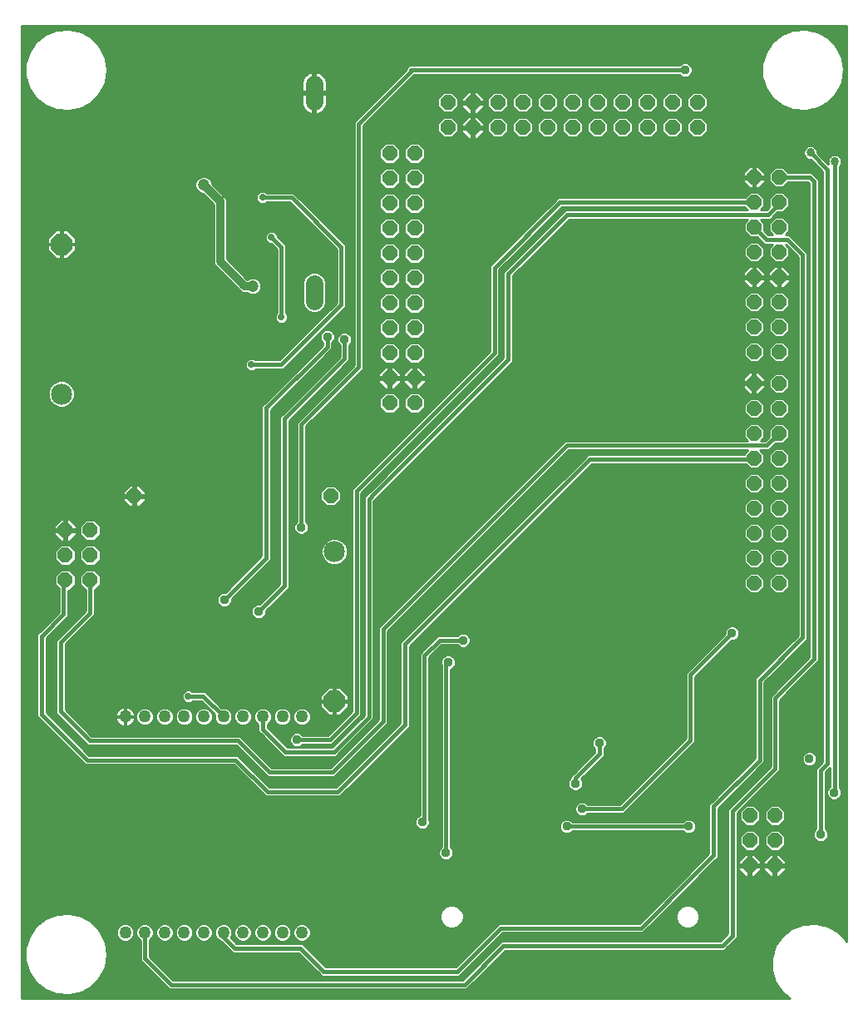
<source format=gbl>
G75*
G70*
%OFA0B0*%
%FSLAX24Y24*%
%IPPOS*%
%LPD*%
%AMOC8*
5,1,8,0,0,1.08239X$1,22.5*
%
%ADD10C,0.0500*%
%ADD11OC8,0.0591*%
%ADD12C,0.0850*%
%ADD13OC8,0.0850*%
%ADD14C,0.0705*%
%ADD15C,0.0376*%
%ADD16C,0.0290*%
%ADD17C,0.0100*%
%ADD18C,0.0160*%
%ADD19C,0.0472*%
%ADD20C,0.0320*%
%ADD21C,0.0337*%
D10*
X006213Y006021D03*
X007001Y006021D03*
X007788Y006021D03*
X008576Y006021D03*
X009363Y006021D03*
X010150Y006021D03*
X010938Y006021D03*
X011725Y006021D03*
X012513Y006021D03*
X013300Y006021D03*
X013300Y014682D03*
X012513Y014682D03*
X011725Y014682D03*
X010938Y014682D03*
X010150Y014682D03*
X009363Y014682D03*
X008576Y014682D03*
X007788Y014682D03*
X007001Y014682D03*
X006213Y014682D03*
D11*
X004812Y020147D03*
X004812Y021147D03*
X004812Y022147D03*
X003812Y022147D03*
X003812Y021147D03*
X003812Y020147D03*
X006572Y023525D03*
X014446Y023525D03*
X016813Y027251D03*
X017813Y027251D03*
X017813Y028251D03*
X017813Y029251D03*
X017813Y030251D03*
X016813Y030251D03*
X016813Y029251D03*
X016813Y028251D03*
X016813Y031251D03*
X016813Y032251D03*
X016813Y033251D03*
X017813Y033251D03*
X017813Y032251D03*
X017813Y031251D03*
X017813Y034251D03*
X017813Y035251D03*
X017813Y036251D03*
X016813Y036251D03*
X016813Y035251D03*
X016813Y034251D03*
X016813Y037251D03*
X017813Y037251D03*
X019150Y038289D03*
X019150Y039289D03*
X020150Y039289D03*
X020150Y038289D03*
X021150Y038289D03*
X021150Y039289D03*
X022150Y039289D03*
X022150Y038289D03*
X023150Y038289D03*
X023150Y039289D03*
X024150Y039289D03*
X024150Y038289D03*
X025150Y038289D03*
X025150Y039289D03*
X026150Y039289D03*
X026150Y038289D03*
X027150Y038289D03*
X027150Y039289D03*
X028150Y039289D03*
X028150Y038289D03*
X029150Y038289D03*
X029150Y039289D03*
X031427Y036295D03*
X031427Y035295D03*
X031427Y034295D03*
X031427Y033295D03*
X031427Y032295D03*
X031427Y031295D03*
X031427Y030295D03*
X031427Y029295D03*
X032427Y029295D03*
X032427Y030295D03*
X032427Y031295D03*
X032427Y032295D03*
X032427Y033295D03*
X032427Y034295D03*
X032427Y035295D03*
X032427Y036295D03*
X032425Y028039D03*
X032425Y027039D03*
X031425Y027039D03*
X031425Y028039D03*
X031425Y026039D03*
X031425Y025039D03*
X031425Y024039D03*
X031425Y023039D03*
X031425Y022039D03*
X031425Y021039D03*
X031425Y020039D03*
X032425Y020039D03*
X032425Y021039D03*
X032425Y022039D03*
X032425Y023039D03*
X032425Y024039D03*
X032425Y025039D03*
X032425Y026039D03*
X032257Y010714D03*
X032257Y009714D03*
X032257Y008714D03*
X031257Y008714D03*
X031257Y009714D03*
X031257Y010714D03*
D12*
X014599Y021289D03*
X003654Y027612D03*
D13*
X003654Y033612D03*
X014599Y015289D03*
D14*
X013792Y031314D02*
X013792Y032019D01*
X013792Y039314D02*
X013792Y040019D01*
D15*
X019775Y035700D03*
X024255Y033530D03*
X028655Y040590D03*
X031465Y038560D03*
X018095Y024070D03*
X013275Y022270D03*
X011565Y018890D03*
X010185Y019360D03*
X009975Y017600D03*
X013105Y013750D03*
X013025Y007790D03*
X013525Y004360D03*
X016825Y006380D03*
X019075Y009230D03*
X018125Y010450D03*
X020995Y010470D03*
X023615Y013480D03*
X024265Y012000D03*
X024535Y010980D03*
X023915Y010280D03*
X025225Y013620D03*
X027305Y013820D03*
X028885Y011910D03*
X028795Y010280D03*
X025245Y007080D03*
X033645Y012990D03*
X034635Y011640D03*
X034095Y009950D03*
X030545Y018020D03*
X026035Y020450D03*
X019755Y017740D03*
X019165Y016850D03*
X015005Y029790D03*
X014315Y029900D03*
X006455Y026900D03*
D16*
X011275Y028790D03*
X011324Y030356D03*
X012475Y030690D03*
X012075Y033890D03*
X011715Y035480D03*
X009552Y036734D03*
X002499Y038598D03*
X008735Y015492D03*
D17*
X002075Y003390D02*
X002075Y042361D01*
X035139Y042361D01*
X035139Y005671D01*
X035128Y005695D01*
X034793Y006055D01*
X034367Y006301D01*
X033888Y006411D01*
X033397Y006374D01*
X032940Y006194D01*
X032940Y006194D01*
X032555Y005888D01*
X032555Y005888D01*
X032555Y005888D01*
X032278Y005481D01*
X032133Y005011D01*
X032133Y004519D01*
X032278Y004049D01*
X032555Y003643D01*
X032872Y003390D01*
X002075Y003390D01*
X002075Y003395D02*
X032866Y003395D01*
X032742Y003493D02*
X002075Y003493D01*
X002075Y003592D02*
X003370Y003592D01*
X003476Y003550D02*
X003967Y003514D01*
X004446Y003623D01*
X004446Y003623D01*
X004872Y003869D01*
X005207Y004229D01*
X005207Y004229D01*
X005420Y004673D01*
X005493Y005159D01*
X005420Y005645D01*
X005420Y005645D01*
X005207Y006088D01*
X005207Y006088D01*
X004872Y006449D01*
X004446Y006695D01*
X003967Y006804D01*
X003476Y006768D01*
X003018Y006588D01*
X002634Y006281D01*
X002357Y005875D01*
X002212Y005405D01*
X002212Y004913D01*
X002357Y004443D01*
X002634Y004037D01*
X003018Y003730D01*
X003476Y003550D01*
X003476Y003550D01*
X003119Y003690D02*
X002075Y003690D01*
X002075Y003789D02*
X002944Y003789D01*
X003018Y003730D02*
X003018Y003730D01*
X002821Y003887D02*
X002075Y003887D01*
X002075Y003986D02*
X002697Y003986D01*
X002634Y004037D02*
X002634Y004037D01*
X002601Y004084D02*
X002075Y004084D01*
X002075Y004183D02*
X002534Y004183D01*
X002467Y004281D02*
X002075Y004281D01*
X002075Y004380D02*
X002400Y004380D01*
X002346Y004478D02*
X002075Y004478D01*
X002075Y004577D02*
X002315Y004577D01*
X002285Y004675D02*
X002075Y004675D01*
X002075Y004774D02*
X002255Y004774D01*
X002224Y004872D02*
X002075Y004872D01*
X002075Y004971D02*
X002212Y004971D01*
X002212Y005069D02*
X002075Y005069D01*
X002075Y005168D02*
X002212Y005168D01*
X002212Y005266D02*
X002075Y005266D01*
X002075Y005365D02*
X002212Y005365D01*
X002230Y005463D02*
X002075Y005463D01*
X002075Y005562D02*
X002260Y005562D01*
X002291Y005660D02*
X002075Y005660D01*
X002075Y005759D02*
X002321Y005759D01*
X002351Y005857D02*
X002075Y005857D01*
X002075Y005956D02*
X002412Y005956D01*
X002357Y005875D02*
X002357Y005875D01*
X002479Y006054D02*
X002075Y006054D01*
X002075Y006153D02*
X002546Y006153D01*
X002613Y006251D02*
X002075Y006251D01*
X002075Y006350D02*
X002720Y006350D01*
X002634Y006281D02*
X002634Y006281D01*
X002843Y006448D02*
X002075Y006448D01*
X002075Y006547D02*
X002967Y006547D01*
X003018Y006588D02*
X003018Y006588D01*
X003165Y006645D02*
X002075Y006645D01*
X002075Y006744D02*
X003416Y006744D01*
X003476Y006768D02*
X003476Y006768D01*
X003967Y006804D02*
X003967Y006804D01*
X004231Y006744D02*
X018833Y006744D01*
X018833Y006750D02*
X018833Y006561D01*
X018905Y006386D01*
X019039Y006252D01*
X019214Y006180D01*
X019403Y006180D01*
X019578Y006252D01*
X019711Y006386D01*
X019784Y006561D01*
X019784Y006750D01*
X019711Y006925D01*
X019578Y007059D01*
X019403Y007131D01*
X019214Y007131D01*
X019039Y007059D01*
X018905Y006925D01*
X018833Y006750D01*
X018871Y006842D02*
X002075Y006842D01*
X002075Y006941D02*
X018921Y006941D01*
X019020Y007039D02*
X002075Y007039D01*
X002075Y007138D02*
X027554Y007138D01*
X027652Y007236D02*
X002075Y007236D01*
X002075Y007335D02*
X027751Y007335D01*
X027849Y007433D02*
X002075Y007433D01*
X002075Y007532D02*
X027948Y007532D01*
X028046Y007630D02*
X002075Y007630D01*
X002075Y007729D02*
X028145Y007729D01*
X028243Y007827D02*
X002075Y007827D01*
X002075Y007926D02*
X028342Y007926D01*
X028440Y008024D02*
X002075Y008024D01*
X002075Y008123D02*
X028539Y008123D01*
X028637Y008221D02*
X002075Y008221D01*
X002075Y008320D02*
X028736Y008320D01*
X028834Y008418D02*
X002075Y008418D01*
X002075Y008517D02*
X028923Y008517D01*
X028855Y008449D02*
X028855Y008439D01*
X026816Y006400D01*
X021196Y006400D01*
X021085Y006289D01*
X019446Y004650D01*
X014253Y004650D01*
X013313Y005590D01*
X010673Y005590D01*
X010451Y005813D01*
X010456Y005817D01*
X010510Y005949D01*
X010510Y006092D01*
X010456Y006225D01*
X010354Y006326D01*
X010222Y006381D01*
X010079Y006381D01*
X009946Y006326D01*
X009845Y006225D01*
X009790Y006092D01*
X009790Y005949D01*
X009845Y005817D01*
X009946Y005716D01*
X010057Y005670D01*
X010405Y005322D01*
X010516Y005210D01*
X013156Y005210D01*
X013985Y004382D01*
X014096Y004270D01*
X019603Y004270D01*
X021353Y006020D01*
X026973Y006020D01*
X029123Y008170D01*
X029235Y008282D01*
X029235Y008292D01*
X029873Y008930D01*
X029985Y009042D01*
X029985Y011002D01*
X031733Y012750D01*
X031845Y012862D01*
X031845Y016062D01*
X033453Y017670D01*
X033565Y017782D01*
X033565Y033269D01*
X032955Y033879D01*
X032843Y033990D01*
X032696Y033990D01*
X032833Y034127D01*
X032833Y034463D01*
X032595Y034700D01*
X032259Y034700D01*
X032022Y034463D01*
X032022Y034127D01*
X032159Y033990D01*
X032000Y033990D01*
X031833Y034158D01*
X031833Y034463D01*
X031685Y034610D01*
X032083Y034610D01*
X032195Y034722D01*
X032363Y034890D01*
X032595Y034890D01*
X032833Y035127D01*
X032833Y035463D01*
X032595Y035700D01*
X032259Y035700D01*
X032022Y035463D01*
X032022Y035127D01*
X032042Y035107D01*
X031926Y034990D01*
X031696Y034990D01*
X031833Y035127D01*
X031833Y035463D01*
X031595Y035700D01*
X031259Y035700D01*
X031050Y035490D01*
X023566Y035490D01*
X023455Y035379D01*
X020825Y032749D01*
X020825Y029329D01*
X015295Y023799D01*
X015295Y014899D01*
X014336Y013940D01*
X013336Y013940D01*
X013274Y014003D01*
X013164Y014049D01*
X013045Y014049D01*
X012936Y014003D01*
X012852Y013919D01*
X012807Y013810D01*
X012807Y013691D01*
X012852Y013582D01*
X012936Y013498D01*
X013045Y013452D01*
X013164Y013452D01*
X013274Y013498D01*
X013336Y013560D01*
X014493Y013560D01*
X015563Y014630D01*
X015675Y014742D01*
X015675Y023642D01*
X021093Y029060D01*
X021205Y029172D01*
X021205Y032592D01*
X023723Y035110D01*
X031039Y035110D01*
X031159Y034990D01*
X023856Y034990D01*
X021375Y032509D01*
X021375Y029069D01*
X016016Y023710D01*
X015905Y023599D01*
X015905Y023589D01*
X015795Y023479D01*
X015795Y014739D01*
X014506Y013450D01*
X012713Y013450D01*
X011915Y014249D01*
X011915Y014371D01*
X011929Y014377D01*
X012030Y014478D01*
X012085Y014611D01*
X012085Y014754D01*
X012030Y014886D01*
X011929Y014987D01*
X011797Y015042D01*
X011654Y015042D01*
X011521Y014987D01*
X011420Y014886D01*
X011365Y014754D01*
X011365Y014611D01*
X011420Y014478D01*
X011521Y014377D01*
X011535Y014371D01*
X011535Y014091D01*
X011646Y013980D01*
X012556Y013070D01*
X014663Y013070D01*
X014775Y013182D01*
X016175Y014582D01*
X016175Y023322D01*
X016285Y023432D01*
X016285Y023442D01*
X021755Y028912D01*
X021755Y032352D01*
X024013Y034610D01*
X031170Y034610D01*
X031022Y034463D01*
X031022Y034127D01*
X031259Y033890D01*
X031564Y033890D01*
X031843Y033610D01*
X032170Y033610D01*
X032022Y033463D01*
X032022Y033127D01*
X032259Y032890D01*
X032595Y032890D01*
X032833Y033127D01*
X032833Y033463D01*
X032685Y033610D01*
X032686Y033610D01*
X033185Y033112D01*
X033185Y017939D01*
X031465Y016219D01*
X031465Y013019D01*
X029716Y011270D01*
X029605Y011159D01*
X029605Y009199D01*
X028855Y008449D01*
X029021Y008615D02*
X002075Y008615D01*
X002075Y008714D02*
X029120Y008714D01*
X029218Y008812D02*
X002075Y008812D01*
X002075Y008911D02*
X029317Y008911D01*
X029415Y009009D02*
X019275Y009009D01*
X019244Y008978D02*
X019327Y009062D01*
X019373Y009171D01*
X019373Y009290D01*
X019327Y009399D01*
X019265Y009462D01*
X019265Y016569D01*
X019334Y016598D01*
X019417Y016682D01*
X019463Y016791D01*
X029047Y016791D01*
X029145Y016890D02*
X019463Y016890D01*
X019463Y016910D02*
X019417Y017019D01*
X019334Y017103D01*
X019224Y017149D01*
X019105Y017149D01*
X018996Y017103D01*
X018912Y017019D01*
X018867Y016910D01*
X018867Y016791D01*
X018395Y016791D01*
X018395Y016693D02*
X018885Y016693D01*
X018885Y016747D02*
X018885Y009462D01*
X018822Y009399D01*
X018777Y009290D01*
X018777Y009171D01*
X018822Y009062D01*
X018906Y008978D01*
X019015Y008932D01*
X019134Y008932D01*
X019244Y008978D01*
X019347Y009108D02*
X029514Y009108D01*
X029605Y009206D02*
X019373Y009206D01*
X019367Y009305D02*
X029605Y009305D01*
X029605Y009403D02*
X019323Y009403D01*
X019265Y009502D02*
X029605Y009502D01*
X029605Y009600D02*
X019265Y009600D01*
X019265Y009699D02*
X029605Y009699D01*
X029605Y009797D02*
X019265Y009797D01*
X019265Y009896D02*
X029605Y009896D01*
X029605Y009994D02*
X028883Y009994D01*
X028854Y009982D02*
X028964Y010028D01*
X029047Y010112D01*
X029093Y010221D01*
X029093Y010340D01*
X029047Y010449D01*
X028964Y010533D01*
X028854Y010579D01*
X028735Y010579D01*
X028626Y010533D01*
X028563Y010470D01*
X024146Y010470D01*
X024084Y010533D01*
X023974Y010579D01*
X023855Y010579D01*
X023746Y010533D01*
X023662Y010449D01*
X023617Y010340D01*
X023617Y010221D01*
X023662Y010112D01*
X023746Y010028D01*
X023855Y009982D01*
X023974Y009982D01*
X024084Y010028D01*
X024146Y010090D01*
X028563Y010090D01*
X028626Y010028D01*
X028735Y009982D01*
X028854Y009982D01*
X028706Y009994D02*
X024003Y009994D01*
X023826Y009994D02*
X019265Y009994D01*
X019265Y010093D02*
X023681Y010093D01*
X023629Y010191D02*
X019265Y010191D01*
X019265Y010290D02*
X023617Y010290D01*
X023637Y010388D02*
X019265Y010388D01*
X019265Y010487D02*
X023700Y010487D01*
X024130Y010487D02*
X028580Y010487D01*
X029010Y010487D02*
X029605Y010487D01*
X029605Y010585D02*
X019265Y010585D01*
X019265Y010684D02*
X024472Y010684D01*
X024475Y010682D02*
X024594Y010682D01*
X024704Y010728D01*
X024766Y010790D01*
X026193Y010790D01*
X028953Y013550D01*
X029065Y013662D01*
X029065Y016272D01*
X030515Y017722D01*
X030604Y017722D01*
X030714Y017768D01*
X030797Y017852D01*
X030843Y017961D01*
X030843Y018080D01*
X030797Y018189D01*
X030714Y018273D01*
X030604Y018319D01*
X030485Y018319D01*
X030376Y018273D01*
X030292Y018189D01*
X030247Y018080D01*
X030247Y017991D01*
X028685Y016429D01*
X028685Y013819D01*
X026036Y011170D01*
X024766Y011170D01*
X024704Y011233D01*
X024594Y011279D01*
X024475Y011279D01*
X024366Y011233D01*
X024282Y011149D01*
X024237Y011040D01*
X024237Y010921D01*
X024282Y010812D01*
X024366Y010728D01*
X024475Y010682D01*
X024598Y010684D02*
X029605Y010684D01*
X029605Y010782D02*
X024758Y010782D01*
X024760Y011176D02*
X026042Y011176D01*
X026141Y011275D02*
X024603Y011275D01*
X024467Y011275D02*
X019265Y011275D01*
X019265Y011373D02*
X026239Y011373D01*
X026338Y011472D02*
X019265Y011472D01*
X019265Y011570D02*
X026436Y011570D01*
X026535Y011669D02*
X019265Y011669D01*
X019265Y011767D02*
X024076Y011767D01*
X024096Y011748D02*
X024205Y011702D01*
X024324Y011702D01*
X024434Y011748D01*
X024517Y011832D01*
X024563Y011941D01*
X024563Y012060D01*
X024517Y012169D01*
X024500Y012187D01*
X025415Y013102D01*
X025415Y013389D01*
X025477Y013452D01*
X025523Y013561D01*
X025523Y013680D01*
X025477Y013789D01*
X025394Y013873D01*
X025284Y013919D01*
X025165Y013919D01*
X025056Y013873D01*
X024972Y013789D01*
X024927Y013680D01*
X024927Y013561D01*
X024972Y013452D01*
X025035Y013389D01*
X025035Y013259D01*
X024186Y012410D01*
X024075Y012299D01*
X024075Y012232D01*
X024012Y012169D01*
X023967Y012060D01*
X023967Y011941D01*
X024012Y011832D01*
X024096Y011748D01*
X023998Y011866D02*
X019265Y011866D01*
X019265Y011964D02*
X023967Y011964D01*
X023968Y012063D02*
X019265Y012063D01*
X019265Y012161D02*
X024009Y012161D01*
X024075Y012260D02*
X019265Y012260D01*
X019265Y012358D02*
X024134Y012358D01*
X024233Y012457D02*
X019265Y012457D01*
X019265Y012555D02*
X024331Y012555D01*
X024430Y012654D02*
X019265Y012654D01*
X019265Y012752D02*
X024528Y012752D01*
X024627Y012851D02*
X019265Y012851D01*
X019265Y012949D02*
X024725Y012949D01*
X024824Y013048D02*
X019265Y013048D01*
X019265Y013146D02*
X024922Y013146D01*
X025021Y013245D02*
X019265Y013245D01*
X019265Y013343D02*
X025035Y013343D01*
X024982Y013442D02*
X019265Y013442D01*
X019265Y013540D02*
X024935Y013540D01*
X024927Y013639D02*
X019265Y013639D01*
X019265Y013737D02*
X024951Y013737D01*
X025019Y013836D02*
X019265Y013836D01*
X019265Y013934D02*
X028685Y013934D01*
X028685Y013836D02*
X025431Y013836D01*
X025499Y013737D02*
X028603Y013737D01*
X028505Y013639D02*
X025523Y013639D01*
X025514Y013540D02*
X028406Y013540D01*
X028308Y013442D02*
X025468Y013442D01*
X025415Y013343D02*
X028209Y013343D01*
X028111Y013245D02*
X025415Y013245D01*
X025415Y013146D02*
X028012Y013146D01*
X027914Y013048D02*
X025361Y013048D01*
X025262Y012949D02*
X027815Y012949D01*
X027717Y012851D02*
X025164Y012851D01*
X025065Y012752D02*
X027618Y012752D01*
X027520Y012654D02*
X024967Y012654D01*
X024868Y012555D02*
X027421Y012555D01*
X027323Y012457D02*
X024770Y012457D01*
X024671Y012358D02*
X027224Y012358D01*
X027126Y012260D02*
X024573Y012260D01*
X024521Y012161D02*
X027027Y012161D01*
X026929Y012063D02*
X024562Y012063D01*
X024563Y011964D02*
X026830Y011964D01*
X026732Y011866D02*
X024532Y011866D01*
X024453Y011767D02*
X026633Y011767D01*
X026875Y011472D02*
X029918Y011472D01*
X030016Y011570D02*
X026973Y011570D01*
X027072Y011669D02*
X030115Y011669D01*
X030213Y011767D02*
X027170Y011767D01*
X027269Y011866D02*
X030312Y011866D01*
X030410Y011964D02*
X027367Y011964D01*
X027466Y012063D02*
X030509Y012063D01*
X030607Y012161D02*
X027564Y012161D01*
X027663Y012260D02*
X030706Y012260D01*
X030804Y012358D02*
X027761Y012358D01*
X027860Y012457D02*
X030903Y012457D01*
X031001Y012555D02*
X027958Y012555D01*
X028057Y012654D02*
X031100Y012654D01*
X031198Y012752D02*
X028155Y012752D01*
X028254Y012851D02*
X031297Y012851D01*
X031395Y012949D02*
X028352Y012949D01*
X028451Y013048D02*
X031465Y013048D01*
X031465Y013146D02*
X028549Y013146D01*
X028648Y013245D02*
X031465Y013245D01*
X031465Y013343D02*
X028746Y013343D01*
X028845Y013442D02*
X031465Y013442D01*
X031465Y013540D02*
X028943Y013540D01*
X029042Y013639D02*
X031465Y013639D01*
X031465Y013737D02*
X029065Y013737D01*
X029065Y013836D02*
X031465Y013836D01*
X031465Y013934D02*
X029065Y013934D01*
X029065Y014033D02*
X031465Y014033D01*
X031465Y014131D02*
X029065Y014131D01*
X029065Y014230D02*
X031465Y014230D01*
X031465Y014328D02*
X029065Y014328D01*
X029065Y014427D02*
X031465Y014427D01*
X031465Y014525D02*
X029065Y014525D01*
X029065Y014624D02*
X031465Y014624D01*
X031465Y014723D02*
X029065Y014723D01*
X029065Y014821D02*
X031465Y014821D01*
X031465Y014920D02*
X029065Y014920D01*
X029065Y015018D02*
X031465Y015018D01*
X031465Y015117D02*
X029065Y015117D01*
X029065Y015215D02*
X031465Y015215D01*
X031465Y015314D02*
X029065Y015314D01*
X029065Y015412D02*
X031465Y015412D01*
X031465Y015511D02*
X029065Y015511D01*
X029065Y015609D02*
X031465Y015609D01*
X031465Y015708D02*
X029065Y015708D01*
X029065Y015806D02*
X031465Y015806D01*
X031465Y015905D02*
X029065Y015905D01*
X029065Y016003D02*
X031465Y016003D01*
X031465Y016102D02*
X029065Y016102D01*
X029065Y016200D02*
X031465Y016200D01*
X031544Y016299D02*
X029091Y016299D01*
X029190Y016397D02*
X031643Y016397D01*
X031741Y016496D02*
X029288Y016496D01*
X029387Y016594D02*
X031840Y016594D01*
X031938Y016693D02*
X029485Y016693D01*
X029584Y016791D02*
X032037Y016791D01*
X032135Y016890D02*
X029682Y016890D01*
X029781Y016988D02*
X032234Y016988D01*
X032332Y017087D02*
X029879Y017087D01*
X029978Y017185D02*
X032431Y017185D01*
X032529Y017284D02*
X030076Y017284D01*
X030175Y017382D02*
X032628Y017382D01*
X032726Y017481D02*
X030273Y017481D01*
X030372Y017579D02*
X032825Y017579D01*
X032923Y017678D02*
X030470Y017678D01*
X030722Y017776D02*
X033022Y017776D01*
X033120Y017875D02*
X030807Y017875D01*
X030843Y017973D02*
X033185Y017973D01*
X033185Y018072D02*
X030843Y018072D01*
X030805Y018170D02*
X033185Y018170D01*
X033185Y018269D02*
X030718Y018269D01*
X030371Y018269D02*
X018381Y018269D01*
X018283Y018170D02*
X030284Y018170D01*
X030247Y018072D02*
X018184Y018072D01*
X018086Y017973D02*
X019566Y017973D01*
X019586Y017993D02*
X019523Y017930D01*
X018736Y017930D01*
X018625Y017819D01*
X018015Y017209D01*
X018015Y010728D01*
X017956Y010703D01*
X017872Y010619D01*
X017827Y010510D01*
X017827Y010391D01*
X017872Y010282D01*
X017956Y010198D01*
X018065Y010152D01*
X018184Y010152D01*
X018294Y010198D01*
X018377Y010282D01*
X018423Y010391D01*
X018423Y010510D01*
X018395Y010578D01*
X018395Y017052D01*
X018893Y017550D01*
X019523Y017550D01*
X019586Y017488D01*
X019695Y017442D01*
X019814Y017442D01*
X019924Y017488D01*
X020007Y017572D01*
X020053Y017681D01*
X020053Y017800D01*
X020007Y017909D01*
X019924Y017993D01*
X019814Y018039D01*
X019695Y018039D01*
X019586Y017993D01*
X019944Y017973D02*
X030229Y017973D01*
X030130Y017875D02*
X020022Y017875D01*
X020053Y017776D02*
X030032Y017776D01*
X029933Y017678D02*
X020051Y017678D01*
X020011Y017579D02*
X029835Y017579D01*
X029736Y017481D02*
X019906Y017481D01*
X019603Y017481D02*
X018823Y017481D01*
X018725Y017382D02*
X029638Y017382D01*
X029539Y017284D02*
X018626Y017284D01*
X018528Y017185D02*
X029441Y017185D01*
X029342Y017087D02*
X019350Y017087D01*
X019430Y016988D02*
X029244Y016988D01*
X028948Y016693D02*
X019422Y016693D01*
X019463Y016791D02*
X019463Y016910D01*
X019325Y016594D02*
X028850Y016594D01*
X028751Y016496D02*
X019265Y016496D01*
X019265Y016397D02*
X028685Y016397D01*
X028685Y016299D02*
X019265Y016299D01*
X019265Y016200D02*
X028685Y016200D01*
X028685Y016102D02*
X019265Y016102D01*
X019265Y016003D02*
X028685Y016003D01*
X028685Y015905D02*
X019265Y015905D01*
X019265Y015806D02*
X028685Y015806D01*
X028685Y015708D02*
X019265Y015708D01*
X019265Y015609D02*
X028685Y015609D01*
X028685Y015511D02*
X019265Y015511D01*
X019265Y015412D02*
X028685Y015412D01*
X028685Y015314D02*
X019265Y015314D01*
X019265Y015215D02*
X028685Y015215D01*
X028685Y015117D02*
X019265Y015117D01*
X019265Y015018D02*
X028685Y015018D01*
X028685Y014920D02*
X019265Y014920D01*
X019265Y014821D02*
X028685Y014821D01*
X028685Y014723D02*
X019265Y014723D01*
X019265Y014624D02*
X028685Y014624D01*
X028685Y014525D02*
X019265Y014525D01*
X019265Y014427D02*
X028685Y014427D01*
X028685Y014328D02*
X019265Y014328D01*
X019265Y014230D02*
X028685Y014230D01*
X028685Y014131D02*
X019265Y014131D01*
X019265Y014033D02*
X028685Y014033D01*
X029819Y011373D02*
X026776Y011373D01*
X026678Y011275D02*
X029721Y011275D01*
X029716Y011270D02*
X029716Y011270D01*
X029622Y011176D02*
X026579Y011176D01*
X026481Y011078D02*
X029605Y011078D01*
X029605Y010979D02*
X026382Y010979D01*
X026284Y010881D02*
X029605Y010881D01*
X029985Y010881D02*
X030375Y010881D01*
X030375Y010979D02*
X030375Y005989D01*
X030076Y005690D01*
X021296Y005690D01*
X019736Y004130D01*
X008133Y004130D01*
X007195Y005069D01*
X007195Y005711D01*
X007205Y005716D01*
X007306Y005817D01*
X007361Y005949D01*
X007361Y006092D01*
X007306Y006225D01*
X007205Y006326D01*
X007072Y006381D01*
X006929Y006381D01*
X006797Y006326D01*
X006696Y006225D01*
X006641Y006092D01*
X006641Y005949D01*
X006696Y005817D01*
X006797Y005716D01*
X006815Y005708D01*
X006815Y004912D01*
X006926Y004800D01*
X007976Y003750D01*
X019893Y003750D01*
X020005Y003862D01*
X021453Y005310D01*
X030233Y005310D01*
X030345Y005422D01*
X030755Y005832D01*
X030755Y010822D01*
X032465Y012532D01*
X032465Y015342D01*
X032695Y015572D01*
X032695Y015592D01*
X034025Y016922D01*
X034025Y036199D01*
X033913Y036310D01*
X033739Y036485D01*
X032810Y036485D01*
X032595Y036700D01*
X032259Y036700D01*
X032022Y036463D01*
X032022Y036127D01*
X032259Y035890D01*
X032595Y035890D01*
X032810Y036105D01*
X033582Y036105D01*
X033645Y036042D01*
X033645Y017079D01*
X032426Y015860D01*
X032315Y015749D01*
X032315Y015729D01*
X032196Y015610D01*
X032085Y015499D01*
X032085Y012689D01*
X030486Y011090D01*
X030375Y010979D01*
X029985Y010979D01*
X030061Y011078D02*
X030474Y011078D01*
X030572Y011176D02*
X030159Y011176D01*
X030258Y011275D02*
X030671Y011275D01*
X030769Y011373D02*
X030356Y011373D01*
X030455Y011472D02*
X030868Y011472D01*
X030966Y011570D02*
X030553Y011570D01*
X030652Y011669D02*
X031065Y011669D01*
X031163Y011767D02*
X030750Y011767D01*
X030849Y011866D02*
X031262Y011866D01*
X031360Y011964D02*
X030947Y011964D01*
X031046Y012063D02*
X031459Y012063D01*
X031557Y012161D02*
X031144Y012161D01*
X031243Y012260D02*
X031656Y012260D01*
X031754Y012358D02*
X031341Y012358D01*
X031440Y012457D02*
X031853Y012457D01*
X031951Y012555D02*
X031538Y012555D01*
X031637Y012654D02*
X032050Y012654D01*
X032085Y012752D02*
X031735Y012752D01*
X031733Y012750D02*
X031733Y012750D01*
X031834Y012851D02*
X032085Y012851D01*
X032085Y012949D02*
X031845Y012949D01*
X031845Y013048D02*
X032085Y013048D01*
X032085Y013146D02*
X031845Y013146D01*
X031845Y013245D02*
X032085Y013245D01*
X032085Y013343D02*
X031845Y013343D01*
X031845Y013442D02*
X032085Y013442D01*
X032085Y013540D02*
X031845Y013540D01*
X031845Y013639D02*
X032085Y013639D01*
X032085Y013737D02*
X031845Y013737D01*
X031845Y013836D02*
X032085Y013836D01*
X032085Y013934D02*
X031845Y013934D01*
X031845Y014033D02*
X032085Y014033D01*
X032085Y014131D02*
X031845Y014131D01*
X031845Y014230D02*
X032085Y014230D01*
X032085Y014328D02*
X031845Y014328D01*
X031845Y014427D02*
X032085Y014427D01*
X032085Y014525D02*
X031845Y014525D01*
X031845Y014624D02*
X032085Y014624D01*
X032085Y014723D02*
X031845Y014723D01*
X031845Y014821D02*
X032085Y014821D01*
X032085Y014920D02*
X031845Y014920D01*
X031845Y015018D02*
X032085Y015018D01*
X032085Y015117D02*
X031845Y015117D01*
X031845Y015215D02*
X032085Y015215D01*
X032085Y015314D02*
X031845Y015314D01*
X031845Y015412D02*
X032085Y015412D01*
X032096Y015511D02*
X031845Y015511D01*
X031845Y015609D02*
X032195Y015609D01*
X032293Y015708D02*
X031845Y015708D01*
X031845Y015806D02*
X032372Y015806D01*
X032470Y015905D02*
X031845Y015905D01*
X031845Y016003D02*
X032569Y016003D01*
X032667Y016102D02*
X031884Y016102D01*
X031983Y016200D02*
X032766Y016200D01*
X032864Y016299D02*
X032081Y016299D01*
X032180Y016397D02*
X032963Y016397D01*
X033061Y016496D02*
X032278Y016496D01*
X032377Y016594D02*
X033160Y016594D01*
X033258Y016693D02*
X032475Y016693D01*
X032574Y016791D02*
X033357Y016791D01*
X033455Y016890D02*
X032672Y016890D01*
X032771Y016988D02*
X033554Y016988D01*
X033645Y017087D02*
X032869Y017087D01*
X032968Y017185D02*
X033645Y017185D01*
X033645Y017284D02*
X033066Y017284D01*
X033165Y017382D02*
X033645Y017382D01*
X033645Y017481D02*
X033263Y017481D01*
X033362Y017579D02*
X033645Y017579D01*
X033645Y017678D02*
X033460Y017678D01*
X033559Y017776D02*
X033645Y017776D01*
X033645Y017875D02*
X033565Y017875D01*
X033565Y017973D02*
X033645Y017973D01*
X033645Y018072D02*
X033565Y018072D01*
X033565Y018170D02*
X033645Y018170D01*
X033645Y018269D02*
X033565Y018269D01*
X033565Y018367D02*
X033645Y018367D01*
X033645Y018466D02*
X033565Y018466D01*
X033565Y018564D02*
X033645Y018564D01*
X033645Y018663D02*
X033565Y018663D01*
X033565Y018761D02*
X033645Y018761D01*
X033645Y018860D02*
X033565Y018860D01*
X033565Y018958D02*
X033645Y018958D01*
X033645Y019057D02*
X033565Y019057D01*
X033565Y019155D02*
X033645Y019155D01*
X033645Y019254D02*
X033565Y019254D01*
X033565Y019352D02*
X033645Y019352D01*
X033645Y019451D02*
X033565Y019451D01*
X033565Y019549D02*
X033645Y019549D01*
X033645Y019648D02*
X033565Y019648D01*
X033565Y019746D02*
X033645Y019746D01*
X033645Y019845D02*
X033565Y019845D01*
X033565Y019943D02*
X033645Y019943D01*
X033645Y020042D02*
X033565Y020042D01*
X033565Y020140D02*
X033645Y020140D01*
X033645Y020239D02*
X033565Y020239D01*
X033565Y020337D02*
X033645Y020337D01*
X033645Y020436D02*
X033565Y020436D01*
X033565Y020534D02*
X033645Y020534D01*
X033645Y020633D02*
X033565Y020633D01*
X033565Y020731D02*
X033645Y020731D01*
X033645Y020830D02*
X033565Y020830D01*
X033565Y020928D02*
X033645Y020928D01*
X033645Y021027D02*
X033565Y021027D01*
X033565Y021125D02*
X033645Y021125D01*
X033645Y021224D02*
X033565Y021224D01*
X033565Y021322D02*
X033645Y021322D01*
X033645Y021421D02*
X033565Y021421D01*
X033565Y021519D02*
X033645Y021519D01*
X033645Y021618D02*
X033565Y021618D01*
X033565Y021716D02*
X033645Y021716D01*
X033645Y021815D02*
X033565Y021815D01*
X033565Y021913D02*
X033645Y021913D01*
X033645Y022012D02*
X033565Y022012D01*
X033565Y022110D02*
X033645Y022110D01*
X033645Y022209D02*
X033565Y022209D01*
X033565Y022307D02*
X033645Y022307D01*
X033645Y022406D02*
X033565Y022406D01*
X033565Y022504D02*
X033645Y022504D01*
X033645Y022603D02*
X033565Y022603D01*
X033565Y022701D02*
X033645Y022701D01*
X033645Y022800D02*
X033565Y022800D01*
X033565Y022898D02*
X033645Y022898D01*
X033645Y022997D02*
X033565Y022997D01*
X033565Y023095D02*
X033645Y023095D01*
X033645Y023194D02*
X033565Y023194D01*
X033565Y023292D02*
X033645Y023292D01*
X033645Y023391D02*
X033565Y023391D01*
X033565Y023489D02*
X033645Y023489D01*
X033645Y023588D02*
X033565Y023588D01*
X033565Y023686D02*
X033645Y023686D01*
X033645Y023785D02*
X033565Y023785D01*
X033565Y023883D02*
X033645Y023883D01*
X033645Y023982D02*
X033565Y023982D01*
X033565Y024080D02*
X033645Y024080D01*
X033645Y024179D02*
X033565Y024179D01*
X033565Y024277D02*
X033645Y024277D01*
X033645Y024376D02*
X033565Y024376D01*
X033565Y024474D02*
X033645Y024474D01*
X033645Y024573D02*
X033565Y024573D01*
X033565Y024671D02*
X033645Y024671D01*
X033645Y024770D02*
X033565Y024770D01*
X033565Y024868D02*
X033645Y024868D01*
X033645Y024967D02*
X033565Y024967D01*
X033565Y025065D02*
X033645Y025065D01*
X033645Y025164D02*
X033565Y025164D01*
X033565Y025262D02*
X033645Y025262D01*
X033645Y025361D02*
X033565Y025361D01*
X033565Y025459D02*
X033645Y025459D01*
X033645Y025558D02*
X033565Y025558D01*
X033565Y025656D02*
X033645Y025656D01*
X033645Y025755D02*
X033565Y025755D01*
X033565Y025853D02*
X033645Y025853D01*
X033645Y025952D02*
X033565Y025952D01*
X033565Y026050D02*
X033645Y026050D01*
X033645Y026149D02*
X033565Y026149D01*
X033565Y026247D02*
X033645Y026247D01*
X033645Y026346D02*
X033565Y026346D01*
X033565Y026444D02*
X033645Y026444D01*
X033645Y026543D02*
X033565Y026543D01*
X033565Y026641D02*
X033645Y026641D01*
X033645Y026740D02*
X033565Y026740D01*
X033565Y026838D02*
X033645Y026838D01*
X033645Y026937D02*
X033565Y026937D01*
X033565Y027035D02*
X033645Y027035D01*
X033645Y027134D02*
X033565Y027134D01*
X033565Y027232D02*
X033645Y027232D01*
X033645Y027331D02*
X033565Y027331D01*
X033565Y027429D02*
X033645Y027429D01*
X033645Y027528D02*
X033565Y027528D01*
X033565Y027626D02*
X033645Y027626D01*
X033645Y027725D02*
X033565Y027725D01*
X033565Y027823D02*
X033645Y027823D01*
X033645Y027922D02*
X033565Y027922D01*
X033565Y028020D02*
X033645Y028020D01*
X033645Y028119D02*
X033565Y028119D01*
X033565Y028217D02*
X033645Y028217D01*
X033645Y028316D02*
X033565Y028316D01*
X033565Y028414D02*
X033645Y028414D01*
X033645Y028513D02*
X033565Y028513D01*
X033565Y028611D02*
X033645Y028611D01*
X033645Y028710D02*
X033565Y028710D01*
X033565Y028808D02*
X033645Y028808D01*
X033645Y028907D02*
X033565Y028907D01*
X033565Y029005D02*
X033645Y029005D01*
X033645Y029104D02*
X033565Y029104D01*
X033565Y029202D02*
X033645Y029202D01*
X033645Y029301D02*
X033565Y029301D01*
X033565Y029399D02*
X033645Y029399D01*
X033645Y029498D02*
X033565Y029498D01*
X033565Y029596D02*
X033645Y029596D01*
X033645Y029695D02*
X033565Y029695D01*
X033565Y029793D02*
X033645Y029793D01*
X033645Y029892D02*
X033565Y029892D01*
X033565Y029990D02*
X033645Y029990D01*
X033645Y030089D02*
X033565Y030089D01*
X033565Y030187D02*
X033645Y030187D01*
X033645Y030286D02*
X033565Y030286D01*
X033565Y030384D02*
X033645Y030384D01*
X033645Y030483D02*
X033565Y030483D01*
X033565Y030581D02*
X033645Y030581D01*
X033645Y030680D02*
X033565Y030680D01*
X033565Y030778D02*
X033645Y030778D01*
X033645Y030877D02*
X033565Y030877D01*
X033565Y030975D02*
X033645Y030975D01*
X033645Y031074D02*
X033565Y031074D01*
X033565Y031172D02*
X033645Y031172D01*
X033645Y031271D02*
X033565Y031271D01*
X033565Y031369D02*
X033645Y031369D01*
X033645Y031468D02*
X033565Y031468D01*
X033565Y031566D02*
X033645Y031566D01*
X033645Y031665D02*
X033565Y031665D01*
X033565Y031763D02*
X033645Y031763D01*
X033645Y031862D02*
X033565Y031862D01*
X033565Y031960D02*
X033645Y031960D01*
X033645Y032059D02*
X033565Y032059D01*
X033565Y032157D02*
X033645Y032157D01*
X033645Y032256D02*
X033565Y032256D01*
X033565Y032354D02*
X033645Y032354D01*
X033645Y032453D02*
X033565Y032453D01*
X033565Y032551D02*
X033645Y032551D01*
X033645Y032650D02*
X033565Y032650D01*
X033565Y032748D02*
X033645Y032748D01*
X033645Y032847D02*
X033565Y032847D01*
X033565Y032945D02*
X033645Y032945D01*
X033645Y033044D02*
X033565Y033044D01*
X033565Y033142D02*
X033645Y033142D01*
X033645Y033241D02*
X033565Y033241D01*
X033495Y033339D02*
X033645Y033339D01*
X033645Y033438D02*
X033396Y033438D01*
X033298Y033536D02*
X033645Y033536D01*
X033645Y033635D02*
X033199Y033635D01*
X033101Y033733D02*
X033645Y033733D01*
X033645Y033832D02*
X033002Y033832D01*
X032904Y033930D02*
X033645Y033930D01*
X033645Y034029D02*
X032734Y034029D01*
X032833Y034127D02*
X033645Y034127D01*
X033645Y034226D02*
X032833Y034226D01*
X032833Y034324D02*
X033645Y034324D01*
X033645Y034423D02*
X032833Y034423D01*
X032774Y034521D02*
X033645Y034521D01*
X033645Y034620D02*
X032676Y034620D01*
X032621Y034915D02*
X033645Y034915D01*
X033645Y034817D02*
X032290Y034817D01*
X032191Y034718D02*
X033645Y034718D01*
X033645Y035014D02*
X032719Y035014D01*
X032818Y035112D02*
X033645Y035112D01*
X033645Y035211D02*
X032833Y035211D01*
X032833Y035309D02*
X033645Y035309D01*
X033645Y035408D02*
X032833Y035408D01*
X032789Y035506D02*
X033645Y035506D01*
X033645Y035605D02*
X032691Y035605D01*
X032606Y035900D02*
X033645Y035900D01*
X033645Y035802D02*
X015765Y035802D01*
X015765Y035900D02*
X016591Y035900D01*
X016645Y035846D02*
X016981Y035846D01*
X017218Y036084D01*
X017218Y036419D01*
X016981Y036657D01*
X016645Y036657D01*
X016408Y036419D01*
X016408Y036084D01*
X016645Y035846D01*
X016645Y035657D02*
X016408Y035419D01*
X016408Y035084D01*
X016645Y034846D01*
X016981Y034846D01*
X017218Y035084D01*
X017218Y035419D01*
X016981Y035657D01*
X016645Y035657D01*
X016593Y035605D02*
X015765Y035605D01*
X015765Y035703D02*
X033645Y035703D01*
X033645Y035999D02*
X032704Y035999D01*
X032803Y036097D02*
X033589Y036097D01*
X033831Y036393D02*
X034165Y036393D01*
X034165Y036491D02*
X032804Y036491D01*
X032706Y036590D02*
X034107Y036590D01*
X034165Y036532D02*
X034165Y012869D01*
X034016Y012720D01*
X033905Y012609D01*
X033905Y010182D01*
X033842Y010119D01*
X033797Y010010D01*
X033797Y009891D01*
X033842Y009782D01*
X033926Y009698D01*
X034035Y009652D01*
X034154Y009652D01*
X034264Y009698D01*
X034347Y009782D01*
X034393Y009891D01*
X034393Y010010D01*
X034347Y010119D01*
X034285Y010182D01*
X034285Y012452D01*
X034433Y012600D01*
X034475Y012642D01*
X034475Y011897D01*
X034466Y011893D01*
X034382Y011809D01*
X034337Y011700D01*
X034337Y011581D01*
X034382Y011472D01*
X034285Y011472D01*
X034382Y011472D02*
X034466Y011388D01*
X034575Y011342D01*
X034694Y011342D01*
X034804Y011388D01*
X034887Y011472D01*
X034933Y011581D01*
X034933Y011700D01*
X034887Y011809D01*
X034855Y011842D01*
X034855Y036727D01*
X034901Y036773D01*
X034943Y036875D01*
X034943Y036986D01*
X034901Y037088D01*
X034822Y037167D01*
X034720Y037209D01*
X034609Y037209D01*
X034507Y037167D01*
X034429Y037088D01*
X034386Y036986D01*
X034386Y036875D01*
X034406Y036828D01*
X033963Y037271D01*
X033963Y037336D01*
X033921Y037438D01*
X033842Y037517D01*
X033740Y037559D01*
X033629Y037559D01*
X033527Y037517D01*
X033449Y037438D01*
X033406Y037336D01*
X033406Y037225D01*
X033449Y037123D01*
X033527Y037044D01*
X033629Y037002D01*
X033694Y037002D01*
X034165Y036532D01*
X034008Y036688D02*
X032607Y036688D01*
X032247Y036688D02*
X031664Y036688D01*
X031612Y036740D02*
X031873Y036479D01*
X031873Y036343D01*
X031476Y036343D01*
X031476Y036246D01*
X031476Y035850D01*
X031612Y035850D01*
X031873Y036110D01*
X031873Y036246D01*
X031476Y036246D01*
X031379Y036246D01*
X031379Y035850D01*
X031243Y035850D01*
X030982Y036110D01*
X030982Y036246D01*
X031379Y036246D01*
X031379Y036343D01*
X030982Y036343D01*
X030982Y036479D01*
X031243Y036740D01*
X031379Y036740D01*
X031379Y036343D01*
X031476Y036343D01*
X031476Y036740D01*
X031612Y036740D01*
X031476Y036688D02*
X031379Y036688D01*
X031379Y036590D02*
X031476Y036590D01*
X031476Y036491D02*
X031379Y036491D01*
X031379Y036393D02*
X031476Y036393D01*
X031476Y036294D02*
X032022Y036294D01*
X032022Y036196D02*
X031873Y036196D01*
X031859Y036097D02*
X032052Y036097D01*
X032151Y035999D02*
X031761Y035999D01*
X031662Y035900D02*
X032249Y035900D01*
X032164Y035605D02*
X031691Y035605D01*
X031789Y035506D02*
X032065Y035506D01*
X032022Y035408D02*
X031833Y035408D01*
X031833Y035309D02*
X032022Y035309D01*
X032022Y035211D02*
X031833Y035211D01*
X031818Y035112D02*
X032037Y035112D01*
X031949Y035014D02*
X031719Y035014D01*
X031774Y034521D02*
X032080Y034521D01*
X032093Y034620D02*
X032179Y034620D01*
X032022Y034423D02*
X031833Y034423D01*
X031833Y034324D02*
X032022Y034324D01*
X032022Y034226D02*
X031833Y034226D01*
X031864Y034127D02*
X032022Y034127D01*
X031962Y034029D02*
X032121Y034029D01*
X032095Y033536D02*
X031759Y033536D01*
X031833Y033463D02*
X031595Y033700D01*
X031259Y033700D01*
X031022Y033463D01*
X031022Y033127D01*
X031259Y032890D01*
X031595Y032890D01*
X031833Y033127D01*
X031833Y033463D01*
X031833Y033438D02*
X032022Y033438D01*
X032022Y033339D02*
X031833Y033339D01*
X031833Y033241D02*
X032022Y033241D01*
X032022Y033142D02*
X031833Y033142D01*
X031749Y033044D02*
X032106Y033044D01*
X032204Y032945D02*
X031651Y032945D01*
X031612Y032740D02*
X031476Y032740D01*
X031476Y032343D01*
X031873Y032343D01*
X031873Y032479D01*
X031612Y032740D01*
X031702Y032650D02*
X032152Y032650D01*
X032243Y032740D02*
X031982Y032479D01*
X031982Y032343D01*
X032379Y032343D01*
X032379Y032246D01*
X032476Y032246D01*
X032476Y031850D01*
X032612Y031850D01*
X032873Y032110D01*
X032873Y032246D01*
X032476Y032246D01*
X032476Y032343D01*
X032873Y032343D01*
X032873Y032479D01*
X032612Y032740D01*
X032476Y032740D01*
X032476Y032343D01*
X032379Y032343D01*
X032379Y032740D01*
X032243Y032740D01*
X032379Y032650D02*
X032476Y032650D01*
X032476Y032551D02*
X032379Y032551D01*
X032379Y032453D02*
X032476Y032453D01*
X032476Y032354D02*
X032379Y032354D01*
X032379Y032256D02*
X031476Y032256D01*
X031476Y032246D02*
X031476Y032343D01*
X031379Y032343D01*
X031379Y032246D01*
X031476Y032246D01*
X031476Y031850D01*
X031612Y031850D01*
X031873Y032110D01*
X031873Y032246D01*
X031476Y032246D01*
X031476Y032157D02*
X031379Y032157D01*
X031379Y032246D02*
X031379Y031850D01*
X031243Y031850D01*
X030982Y032110D01*
X030982Y032246D01*
X031379Y032246D01*
X031379Y032256D02*
X021755Y032256D01*
X021757Y032354D02*
X030982Y032354D01*
X030982Y032343D02*
X031379Y032343D01*
X031379Y032740D01*
X031243Y032740D01*
X030982Y032479D01*
X030982Y032343D01*
X030982Y032453D02*
X021856Y032453D01*
X021954Y032551D02*
X031054Y032551D01*
X031152Y032650D02*
X022053Y032650D01*
X022151Y032748D02*
X033185Y032748D01*
X033185Y032650D02*
X032702Y032650D01*
X032801Y032551D02*
X033185Y032551D01*
X033185Y032453D02*
X032873Y032453D01*
X032873Y032354D02*
X033185Y032354D01*
X033185Y032256D02*
X032476Y032256D01*
X032379Y032246D02*
X032379Y031850D01*
X032243Y031850D01*
X031982Y032110D01*
X031982Y032246D01*
X032379Y032246D01*
X032379Y032157D02*
X032476Y032157D01*
X032476Y032059D02*
X032379Y032059D01*
X032379Y031960D02*
X032476Y031960D01*
X032476Y031862D02*
X032379Y031862D01*
X032231Y031862D02*
X031624Y031862D01*
X031722Y031960D02*
X032132Y031960D01*
X032034Y032059D02*
X031821Y032059D01*
X031873Y032157D02*
X031982Y032157D01*
X031982Y032354D02*
X031873Y032354D01*
X031873Y032453D02*
X031982Y032453D01*
X032054Y032551D02*
X031801Y032551D01*
X031476Y032551D02*
X031379Y032551D01*
X031379Y032453D02*
X031476Y032453D01*
X031476Y032354D02*
X031379Y032354D01*
X031379Y032059D02*
X031476Y032059D01*
X031476Y031960D02*
X031379Y031960D01*
X031379Y031862D02*
X031476Y031862D01*
X031595Y031700D02*
X031259Y031700D01*
X031022Y031463D01*
X031022Y031127D01*
X031259Y030890D01*
X031595Y030890D01*
X031833Y031127D01*
X031833Y031463D01*
X031595Y031700D01*
X031631Y031665D02*
X032224Y031665D01*
X032259Y031700D02*
X032022Y031463D01*
X032022Y031127D01*
X032259Y030890D01*
X032595Y030890D01*
X032833Y031127D01*
X032833Y031463D01*
X032595Y031700D01*
X032259Y031700D01*
X032125Y031566D02*
X031729Y031566D01*
X031828Y031468D02*
X032027Y031468D01*
X032022Y031369D02*
X031833Y031369D01*
X031833Y031271D02*
X032022Y031271D01*
X032022Y031172D02*
X031833Y031172D01*
X031779Y031074D02*
X032076Y031074D01*
X032174Y030975D02*
X031681Y030975D01*
X031595Y030700D02*
X031259Y030700D01*
X031022Y030463D01*
X031022Y030127D01*
X031259Y029890D01*
X031595Y029890D01*
X031833Y030127D01*
X031833Y030463D01*
X031595Y030700D01*
X031616Y030680D02*
X032239Y030680D01*
X032259Y030700D02*
X032022Y030463D01*
X032022Y030127D01*
X032259Y029890D01*
X032595Y029890D01*
X032833Y030127D01*
X032833Y030463D01*
X032595Y030700D01*
X032259Y030700D01*
X032140Y030581D02*
X031714Y030581D01*
X031813Y030483D02*
X032042Y030483D01*
X032022Y030384D02*
X031833Y030384D01*
X031833Y030286D02*
X032022Y030286D01*
X032022Y030187D02*
X031833Y030187D01*
X031794Y030089D02*
X032061Y030089D01*
X032159Y029990D02*
X031696Y029990D01*
X031597Y029892D02*
X032258Y029892D01*
X032259Y029700D02*
X032022Y029463D01*
X032022Y029127D01*
X032259Y028890D01*
X032595Y028890D01*
X032833Y029127D01*
X032833Y029463D01*
X032595Y029700D01*
X032259Y029700D01*
X032254Y029695D02*
X031601Y029695D01*
X031595Y029700D02*
X031259Y029700D01*
X031022Y029463D01*
X031022Y029127D01*
X031259Y028890D01*
X031595Y028890D01*
X031833Y029127D01*
X031833Y029463D01*
X031595Y029700D01*
X031699Y029596D02*
X032155Y029596D01*
X032057Y029498D02*
X031798Y029498D01*
X031833Y029399D02*
X032022Y029399D01*
X032022Y029301D02*
X031833Y029301D01*
X031833Y029202D02*
X032022Y029202D01*
X032046Y029104D02*
X031809Y029104D01*
X031711Y029005D02*
X032144Y029005D01*
X032243Y028907D02*
X031612Y028907D01*
X031243Y028907D02*
X021750Y028907D01*
X021755Y029005D02*
X031144Y029005D01*
X031046Y029104D02*
X021755Y029104D01*
X021755Y029202D02*
X031022Y029202D01*
X031022Y029301D02*
X021755Y029301D01*
X021755Y029399D02*
X031022Y029399D01*
X031057Y029498D02*
X021755Y029498D01*
X021755Y029596D02*
X031155Y029596D01*
X031254Y029695D02*
X021755Y029695D01*
X021755Y029793D02*
X033185Y029793D01*
X033185Y029695D02*
X032601Y029695D01*
X032699Y029596D02*
X033185Y029596D01*
X033185Y029498D02*
X032798Y029498D01*
X032833Y029399D02*
X033185Y029399D01*
X033185Y029301D02*
X032833Y029301D01*
X032833Y029202D02*
X033185Y029202D01*
X033185Y029104D02*
X032809Y029104D01*
X032711Y029005D02*
X033185Y029005D01*
X033185Y028907D02*
X032612Y028907D01*
X032593Y028444D02*
X032257Y028444D01*
X032020Y028207D01*
X032020Y027871D01*
X032257Y027634D01*
X032593Y027634D01*
X032831Y027871D01*
X032831Y028207D01*
X032593Y028444D01*
X032623Y028414D02*
X033185Y028414D01*
X033185Y028316D02*
X032722Y028316D01*
X032820Y028217D02*
X033185Y028217D01*
X033185Y028119D02*
X032831Y028119D01*
X032831Y028020D02*
X033185Y028020D01*
X033185Y027922D02*
X032831Y027922D01*
X032783Y027823D02*
X033185Y027823D01*
X033185Y027725D02*
X032684Y027725D01*
X032593Y027444D02*
X032831Y027207D01*
X032831Y026871D01*
X032593Y026634D01*
X032257Y026634D01*
X032020Y026871D01*
X032020Y027207D01*
X032257Y027444D01*
X032593Y027444D01*
X032608Y027429D02*
X033185Y027429D01*
X033185Y027331D02*
X032707Y027331D01*
X032805Y027232D02*
X033185Y027232D01*
X033185Y027134D02*
X032831Y027134D01*
X032831Y027035D02*
X033185Y027035D01*
X033185Y026937D02*
X032831Y026937D01*
X032798Y026838D02*
X033185Y026838D01*
X033185Y026740D02*
X032699Y026740D01*
X032601Y026641D02*
X033185Y026641D01*
X033185Y026543D02*
X019386Y026543D01*
X019484Y026641D02*
X031250Y026641D01*
X031257Y026634D02*
X031593Y026634D01*
X031831Y026871D01*
X031831Y027207D01*
X031593Y027444D01*
X031257Y027444D01*
X031020Y027207D01*
X031020Y026871D01*
X031257Y026634D01*
X031152Y026740D02*
X019583Y026740D01*
X019681Y026838D02*
X031053Y026838D01*
X031020Y026937D02*
X019780Y026937D01*
X019878Y027035D02*
X031020Y027035D01*
X031020Y027134D02*
X019977Y027134D01*
X020075Y027232D02*
X031045Y027232D01*
X031144Y027331D02*
X020174Y027331D01*
X020272Y027429D02*
X031242Y027429D01*
X031241Y027594D02*
X031377Y027594D01*
X031377Y027990D01*
X031474Y027990D01*
X031474Y027594D01*
X031610Y027594D01*
X031871Y027854D01*
X031871Y027990D01*
X031474Y027990D01*
X031474Y028087D01*
X031871Y028087D01*
X031871Y028223D01*
X031610Y028484D01*
X031474Y028484D01*
X031474Y028087D01*
X031377Y028087D01*
X031377Y027990D01*
X030980Y027990D01*
X030980Y027854D01*
X031241Y027594D01*
X031208Y027626D02*
X020469Y027626D01*
X020371Y027528D02*
X033185Y027528D01*
X033185Y027626D02*
X031642Y027626D01*
X031741Y027725D02*
X032167Y027725D01*
X032068Y027823D02*
X031839Y027823D01*
X031871Y027922D02*
X032020Y027922D01*
X032020Y028020D02*
X031474Y028020D01*
X031377Y028020D02*
X020863Y028020D01*
X020765Y027922D02*
X030980Y027922D01*
X031011Y027823D02*
X020666Y027823D01*
X020568Y027725D02*
X031110Y027725D01*
X031377Y027725D02*
X031474Y027725D01*
X031474Y027823D02*
X031377Y027823D01*
X031377Y027922D02*
X031474Y027922D01*
X031377Y028087D02*
X030980Y028087D01*
X030980Y028223D01*
X031241Y028484D01*
X031377Y028484D01*
X031377Y028087D01*
X031377Y028119D02*
X031474Y028119D01*
X031474Y028217D02*
X031377Y028217D01*
X031377Y028316D02*
X031474Y028316D01*
X031474Y028414D02*
X031377Y028414D01*
X031171Y028414D02*
X021257Y028414D01*
X021159Y028316D02*
X031072Y028316D01*
X030980Y028217D02*
X021060Y028217D01*
X020962Y028119D02*
X030980Y028119D01*
X031377Y027626D02*
X031474Y027626D01*
X031608Y027429D02*
X032242Y027429D01*
X032144Y027331D02*
X031707Y027331D01*
X031805Y027232D02*
X032045Y027232D01*
X032020Y027134D02*
X031831Y027134D01*
X031831Y027035D02*
X032020Y027035D01*
X032020Y026937D02*
X031831Y026937D01*
X031798Y026838D02*
X032053Y026838D01*
X032152Y026740D02*
X031699Y026740D01*
X031601Y026641D02*
X032250Y026641D01*
X032257Y026444D02*
X032020Y026207D01*
X032020Y025902D01*
X031858Y025740D01*
X031700Y025740D01*
X031831Y025871D01*
X031831Y026207D01*
X031593Y026444D01*
X031257Y026444D01*
X019287Y026444D01*
X019189Y026346D02*
X031159Y026346D01*
X031257Y026444D02*
X031020Y026207D01*
X031020Y025871D01*
X031151Y025740D01*
X023836Y025740D01*
X023725Y025629D01*
X016365Y018269D01*
X016365Y014569D01*
X014436Y012640D01*
X012083Y012640D01*
X010813Y013910D01*
X004873Y013910D01*
X003825Y014959D01*
X003825Y017582D01*
X005002Y018759D01*
X005002Y019764D01*
X005217Y019979D01*
X005217Y020315D01*
X004980Y020552D01*
X004644Y020552D01*
X004406Y020315D01*
X004406Y019979D01*
X004622Y019764D01*
X004622Y018916D01*
X003556Y017850D01*
X003445Y017739D01*
X003445Y014802D01*
X004605Y013642D01*
X004716Y013530D01*
X010656Y013530D01*
X011815Y012372D01*
X011926Y012260D01*
X014593Y012260D01*
X016633Y014300D01*
X016745Y014412D01*
X016745Y018112D01*
X023993Y025360D01*
X031174Y025360D01*
X031020Y025207D01*
X031020Y025190D01*
X024766Y025190D01*
X024655Y025079D01*
X017245Y017669D01*
X017245Y014439D01*
X014666Y011860D01*
X011993Y011860D01*
X010723Y013130D01*
X004773Y013130D01*
X003055Y014849D01*
X003055Y017832D01*
X003935Y018712D01*
X003935Y019742D01*
X003980Y019742D01*
X004217Y019979D01*
X004217Y020315D01*
X003980Y020552D01*
X003644Y020552D01*
X003406Y020315D01*
X003406Y019979D01*
X003555Y019831D01*
X003555Y018869D01*
X002786Y018100D01*
X002675Y017989D01*
X002675Y014692D01*
X004505Y012862D01*
X004616Y012750D01*
X010566Y012750D01*
X011725Y011592D01*
X011836Y011480D01*
X014823Y011480D01*
X017513Y014170D01*
X017625Y014282D01*
X017625Y017512D01*
X024923Y024810D01*
X031081Y024810D01*
X031257Y024634D01*
X031593Y024634D01*
X031831Y024871D01*
X031831Y025207D01*
X031677Y025360D01*
X032016Y025360D01*
X032289Y025634D01*
X032593Y025634D01*
X032831Y025871D01*
X032831Y026207D01*
X032593Y026444D01*
X032257Y026444D01*
X031593Y026444D01*
X031692Y026346D02*
X032159Y026346D01*
X032060Y026247D02*
X031790Y026247D01*
X031831Y026149D02*
X032020Y026149D01*
X032020Y026050D02*
X031831Y026050D01*
X031831Y025952D02*
X032020Y025952D01*
X031971Y025853D02*
X031813Y025853D01*
X031872Y025755D02*
X031714Y025755D01*
X032016Y025361D02*
X032174Y025361D01*
X032114Y025459D02*
X033185Y025459D01*
X033185Y025361D02*
X032677Y025361D01*
X032593Y025444D02*
X032257Y025444D01*
X032020Y025207D01*
X032020Y024871D01*
X032257Y024634D01*
X032593Y024634D01*
X032831Y024871D01*
X032831Y025207D01*
X032593Y025444D01*
X032616Y025656D02*
X033185Y025656D01*
X033185Y025558D02*
X032213Y025558D01*
X032075Y025262D02*
X031775Y025262D01*
X031831Y025164D02*
X032020Y025164D01*
X032020Y025065D02*
X031831Y025065D01*
X031831Y024967D02*
X032020Y024967D01*
X032023Y024868D02*
X031828Y024868D01*
X031729Y024770D02*
X032122Y024770D01*
X032220Y024671D02*
X031631Y024671D01*
X031593Y024444D02*
X031831Y024207D01*
X031831Y023871D01*
X031593Y023634D01*
X031257Y023634D01*
X031020Y023871D01*
X031020Y024207D01*
X031257Y024444D01*
X031593Y024444D01*
X031662Y024376D02*
X032189Y024376D01*
X032257Y024444D02*
X032020Y024207D01*
X032020Y023871D01*
X032257Y023634D01*
X032593Y023634D01*
X032831Y023871D01*
X032831Y024207D01*
X032593Y024444D01*
X032257Y024444D01*
X032090Y024277D02*
X031760Y024277D01*
X031831Y024179D02*
X032020Y024179D01*
X032020Y024080D02*
X031831Y024080D01*
X031831Y023982D02*
X032020Y023982D01*
X032020Y023883D02*
X031831Y023883D01*
X031744Y023785D02*
X032107Y023785D01*
X032205Y023686D02*
X031646Y023686D01*
X031593Y023444D02*
X031257Y023444D01*
X031020Y023207D01*
X031020Y022871D01*
X031257Y022634D01*
X031593Y022634D01*
X031831Y022871D01*
X031831Y023207D01*
X031593Y023444D01*
X031647Y023391D02*
X032204Y023391D01*
X032257Y023444D02*
X032020Y023207D01*
X032020Y022871D01*
X032257Y022634D01*
X032593Y022634D01*
X032831Y022871D01*
X032831Y023207D01*
X032593Y023444D01*
X032257Y023444D01*
X032105Y023292D02*
X031745Y023292D01*
X031831Y023194D02*
X032020Y023194D01*
X032020Y023095D02*
X031831Y023095D01*
X031831Y022997D02*
X032020Y022997D01*
X032020Y022898D02*
X031831Y022898D01*
X031759Y022800D02*
X032092Y022800D01*
X032190Y022701D02*
X031661Y022701D01*
X031593Y022444D02*
X031257Y022444D01*
X031020Y022207D01*
X031020Y021871D01*
X031257Y021634D01*
X031593Y021634D01*
X031831Y021871D01*
X031831Y022207D01*
X031593Y022444D01*
X031632Y022406D02*
X032219Y022406D01*
X032257Y022444D02*
X032020Y022207D01*
X032020Y021871D01*
X032257Y021634D01*
X032593Y021634D01*
X032831Y021871D01*
X032831Y022207D01*
X032593Y022444D01*
X032257Y022444D01*
X032120Y022307D02*
X031730Y022307D01*
X031829Y022209D02*
X032022Y022209D01*
X032020Y022110D02*
X031831Y022110D01*
X031831Y022012D02*
X032020Y022012D01*
X032020Y021913D02*
X031831Y021913D01*
X031774Y021815D02*
X032077Y021815D01*
X032175Y021716D02*
X031676Y021716D01*
X031593Y021444D02*
X031831Y021207D01*
X031831Y020871D01*
X031593Y020634D01*
X031257Y020634D01*
X031020Y020871D01*
X031020Y021207D01*
X031257Y021444D01*
X031593Y021444D01*
X031617Y021421D02*
X032234Y021421D01*
X032257Y021444D02*
X032020Y021207D01*
X032020Y020871D01*
X032257Y020634D01*
X032593Y020634D01*
X032831Y020871D01*
X032831Y021207D01*
X032593Y021444D01*
X032257Y021444D01*
X032135Y021322D02*
X031715Y021322D01*
X031814Y021224D02*
X032037Y021224D01*
X032020Y021125D02*
X031831Y021125D01*
X031831Y021027D02*
X032020Y021027D01*
X032020Y020928D02*
X031831Y020928D01*
X031789Y020830D02*
X032062Y020830D01*
X032160Y020731D02*
X031691Y020731D01*
X031593Y020444D02*
X031257Y020444D01*
X031020Y020207D01*
X031020Y019871D01*
X031257Y019634D01*
X031593Y019634D01*
X031831Y019871D01*
X031831Y020207D01*
X031593Y020444D01*
X031602Y020436D02*
X032249Y020436D01*
X032257Y020444D02*
X032020Y020207D01*
X032020Y019871D01*
X032257Y019634D01*
X032593Y019634D01*
X032831Y019871D01*
X032831Y020207D01*
X032593Y020444D01*
X032257Y020444D01*
X032150Y020337D02*
X031700Y020337D01*
X031799Y020239D02*
X032052Y020239D01*
X032020Y020140D02*
X031831Y020140D01*
X031831Y020042D02*
X032020Y020042D01*
X032020Y019943D02*
X031831Y019943D01*
X031804Y019845D02*
X032047Y019845D01*
X032145Y019746D02*
X031706Y019746D01*
X031607Y019648D02*
X032244Y019648D01*
X032607Y019648D02*
X033185Y019648D01*
X033185Y019746D02*
X032706Y019746D01*
X032804Y019845D02*
X033185Y019845D01*
X033185Y019943D02*
X032831Y019943D01*
X032831Y020042D02*
X033185Y020042D01*
X033185Y020140D02*
X032831Y020140D01*
X032799Y020239D02*
X033185Y020239D01*
X033185Y020337D02*
X032700Y020337D01*
X032602Y020436D02*
X033185Y020436D01*
X033185Y020534D02*
X020647Y020534D01*
X020548Y020436D02*
X031249Y020436D01*
X031150Y020337D02*
X020450Y020337D01*
X020351Y020239D02*
X031052Y020239D01*
X031020Y020140D02*
X020253Y020140D01*
X020154Y020042D02*
X031020Y020042D01*
X031020Y019943D02*
X020056Y019943D01*
X019957Y019845D02*
X031047Y019845D01*
X031145Y019746D02*
X019859Y019746D01*
X019760Y019648D02*
X031244Y019648D01*
X031160Y020731D02*
X020844Y020731D01*
X020745Y020633D02*
X033185Y020633D01*
X033185Y020731D02*
X032691Y020731D01*
X032789Y020830D02*
X033185Y020830D01*
X033185Y020928D02*
X032831Y020928D01*
X032831Y021027D02*
X033185Y021027D01*
X033185Y021125D02*
X032831Y021125D01*
X032814Y021224D02*
X033185Y021224D01*
X033185Y021322D02*
X032715Y021322D01*
X032617Y021421D02*
X033185Y021421D01*
X033185Y021519D02*
X021632Y021519D01*
X021534Y021421D02*
X031234Y021421D01*
X031135Y021322D02*
X021435Y021322D01*
X021336Y021224D02*
X031037Y021224D01*
X031020Y021125D02*
X021238Y021125D01*
X021139Y021027D02*
X031020Y021027D01*
X031020Y020928D02*
X021041Y020928D01*
X020942Y020830D02*
X031062Y020830D01*
X031175Y021716D02*
X021829Y021716D01*
X021731Y021618D02*
X033185Y021618D01*
X033185Y021716D02*
X032676Y021716D01*
X032774Y021815D02*
X033185Y021815D01*
X033185Y021913D02*
X032831Y021913D01*
X032831Y022012D02*
X033185Y022012D01*
X033185Y022110D02*
X032831Y022110D01*
X032829Y022209D02*
X033185Y022209D01*
X033185Y022307D02*
X032730Y022307D01*
X032632Y022406D02*
X033185Y022406D01*
X033185Y022504D02*
X022617Y022504D01*
X022519Y022406D02*
X031219Y022406D01*
X031120Y022307D02*
X022420Y022307D01*
X022322Y022209D02*
X031022Y022209D01*
X031020Y022110D02*
X022223Y022110D01*
X022125Y022012D02*
X031020Y022012D01*
X031020Y021913D02*
X022026Y021913D01*
X021928Y021815D02*
X031077Y021815D01*
X031190Y022701D02*
X022814Y022701D01*
X022716Y022603D02*
X033185Y022603D01*
X033185Y022701D02*
X032661Y022701D01*
X032759Y022800D02*
X033185Y022800D01*
X033185Y022898D02*
X032831Y022898D01*
X032831Y022997D02*
X033185Y022997D01*
X033185Y023095D02*
X032831Y023095D01*
X032831Y023194D02*
X033185Y023194D01*
X033185Y023292D02*
X032745Y023292D01*
X032647Y023391D02*
X033185Y023391D01*
X033185Y023489D02*
X023602Y023489D01*
X023504Y023391D02*
X031204Y023391D01*
X031105Y023292D02*
X023405Y023292D01*
X023307Y023194D02*
X031020Y023194D01*
X031020Y023095D02*
X023208Y023095D01*
X023110Y022997D02*
X031020Y022997D01*
X031020Y022898D02*
X023011Y022898D01*
X022913Y022800D02*
X031092Y022800D01*
X031205Y023686D02*
X023799Y023686D01*
X023701Y023588D02*
X033185Y023588D01*
X033185Y023686D02*
X032646Y023686D01*
X032744Y023785D02*
X033185Y023785D01*
X033185Y023883D02*
X032831Y023883D01*
X032831Y023982D02*
X033185Y023982D01*
X033185Y024080D02*
X032831Y024080D01*
X032831Y024179D02*
X033185Y024179D01*
X033185Y024277D02*
X032760Y024277D01*
X032662Y024376D02*
X033185Y024376D01*
X033185Y024474D02*
X024587Y024474D01*
X024489Y024376D02*
X031189Y024376D01*
X031090Y024277D02*
X024390Y024277D01*
X024292Y024179D02*
X031020Y024179D01*
X031020Y024080D02*
X024193Y024080D01*
X024095Y023982D02*
X031020Y023982D01*
X031020Y023883D02*
X023996Y023883D01*
X023898Y023785D02*
X031107Y023785D01*
X031220Y024671D02*
X024784Y024671D01*
X024686Y024573D02*
X033185Y024573D01*
X033185Y024671D02*
X032631Y024671D01*
X032729Y024770D02*
X033185Y024770D01*
X033185Y024868D02*
X032828Y024868D01*
X032831Y024967D02*
X033185Y024967D01*
X033185Y025065D02*
X032831Y025065D01*
X032831Y025164D02*
X033185Y025164D01*
X033185Y025262D02*
X032775Y025262D01*
X032714Y025755D02*
X033185Y025755D01*
X033185Y025853D02*
X032813Y025853D01*
X032831Y025952D02*
X033185Y025952D01*
X033185Y026050D02*
X032831Y026050D01*
X032831Y026149D02*
X033185Y026149D01*
X033185Y026247D02*
X032790Y026247D01*
X032692Y026346D02*
X033185Y026346D01*
X033185Y026444D02*
X032593Y026444D01*
X034025Y026444D02*
X034165Y026444D01*
X034165Y026346D02*
X034025Y026346D01*
X034025Y026247D02*
X034165Y026247D01*
X034165Y026149D02*
X034025Y026149D01*
X034025Y026050D02*
X034165Y026050D01*
X034165Y025952D02*
X034025Y025952D01*
X034025Y025853D02*
X034165Y025853D01*
X034165Y025755D02*
X034025Y025755D01*
X034025Y025656D02*
X034165Y025656D01*
X034165Y025558D02*
X034025Y025558D01*
X034025Y025459D02*
X034165Y025459D01*
X034165Y025361D02*
X034025Y025361D01*
X034025Y025262D02*
X034165Y025262D01*
X034165Y025164D02*
X034025Y025164D01*
X034025Y025065D02*
X034165Y025065D01*
X034165Y024967D02*
X034025Y024967D01*
X034025Y024868D02*
X034165Y024868D01*
X034165Y024770D02*
X034025Y024770D01*
X034025Y024671D02*
X034165Y024671D01*
X034165Y024573D02*
X034025Y024573D01*
X034025Y024474D02*
X034165Y024474D01*
X034165Y024376D02*
X034025Y024376D01*
X034025Y024277D02*
X034165Y024277D01*
X034165Y024179D02*
X034025Y024179D01*
X034025Y024080D02*
X034165Y024080D01*
X034165Y023982D02*
X034025Y023982D01*
X034025Y023883D02*
X034165Y023883D01*
X034165Y023785D02*
X034025Y023785D01*
X034025Y023686D02*
X034165Y023686D01*
X034165Y023588D02*
X034025Y023588D01*
X034025Y023489D02*
X034165Y023489D01*
X034165Y023391D02*
X034025Y023391D01*
X034025Y023292D02*
X034165Y023292D01*
X034165Y023194D02*
X034025Y023194D01*
X034025Y023095D02*
X034165Y023095D01*
X034165Y022997D02*
X034025Y022997D01*
X034025Y022898D02*
X034165Y022898D01*
X034165Y022800D02*
X034025Y022800D01*
X034025Y022701D02*
X034165Y022701D01*
X034165Y022603D02*
X034025Y022603D01*
X034025Y022504D02*
X034165Y022504D01*
X034165Y022406D02*
X034025Y022406D01*
X034025Y022307D02*
X034165Y022307D01*
X034165Y022209D02*
X034025Y022209D01*
X034025Y022110D02*
X034165Y022110D01*
X034165Y022012D02*
X034025Y022012D01*
X034025Y021913D02*
X034165Y021913D01*
X034165Y021815D02*
X034025Y021815D01*
X034025Y021716D02*
X034165Y021716D01*
X034165Y021618D02*
X034025Y021618D01*
X034025Y021519D02*
X034165Y021519D01*
X034165Y021421D02*
X034025Y021421D01*
X034025Y021322D02*
X034165Y021322D01*
X034165Y021224D02*
X034025Y021224D01*
X034025Y021125D02*
X034165Y021125D01*
X034165Y021027D02*
X034025Y021027D01*
X034025Y020928D02*
X034165Y020928D01*
X034165Y020830D02*
X034025Y020830D01*
X034025Y020731D02*
X034165Y020731D01*
X034165Y020633D02*
X034025Y020633D01*
X034025Y020534D02*
X034165Y020534D01*
X034165Y020436D02*
X034025Y020436D01*
X034025Y020337D02*
X034165Y020337D01*
X034165Y020239D02*
X034025Y020239D01*
X034025Y020140D02*
X034165Y020140D01*
X034165Y020042D02*
X034025Y020042D01*
X034025Y019943D02*
X034165Y019943D01*
X034165Y019845D02*
X034025Y019845D01*
X034025Y019746D02*
X034165Y019746D01*
X034165Y019648D02*
X034025Y019648D01*
X034025Y019549D02*
X034165Y019549D01*
X034165Y019451D02*
X034025Y019451D01*
X034025Y019352D02*
X034165Y019352D01*
X034165Y019254D02*
X034025Y019254D01*
X034025Y019155D02*
X034165Y019155D01*
X034165Y019057D02*
X034025Y019057D01*
X034025Y018958D02*
X034165Y018958D01*
X034165Y018860D02*
X034025Y018860D01*
X034025Y018761D02*
X034165Y018761D01*
X034165Y018663D02*
X034025Y018663D01*
X034025Y018564D02*
X034165Y018564D01*
X034165Y018466D02*
X034025Y018466D01*
X034025Y018367D02*
X034165Y018367D01*
X034165Y018269D02*
X034025Y018269D01*
X034025Y018170D02*
X034165Y018170D01*
X034165Y018072D02*
X034025Y018072D01*
X034025Y017973D02*
X034165Y017973D01*
X034165Y017875D02*
X034025Y017875D01*
X034025Y017776D02*
X034165Y017776D01*
X034165Y017678D02*
X034025Y017678D01*
X034025Y017579D02*
X034165Y017579D01*
X034165Y017481D02*
X034025Y017481D01*
X034025Y017382D02*
X034165Y017382D01*
X034165Y017284D02*
X034025Y017284D01*
X034025Y017185D02*
X034165Y017185D01*
X034165Y017087D02*
X034025Y017087D01*
X034025Y016988D02*
X034165Y016988D01*
X034165Y016890D02*
X033992Y016890D01*
X033894Y016791D02*
X034165Y016791D01*
X034165Y016693D02*
X033795Y016693D01*
X033697Y016594D02*
X034165Y016594D01*
X034165Y016496D02*
X033598Y016496D01*
X033500Y016397D02*
X034165Y016397D01*
X034165Y016299D02*
X033401Y016299D01*
X033303Y016200D02*
X034165Y016200D01*
X034165Y016102D02*
X033204Y016102D01*
X033106Y016003D02*
X034165Y016003D01*
X034165Y015905D02*
X033007Y015905D01*
X032909Y015806D02*
X034165Y015806D01*
X034165Y015708D02*
X032810Y015708D01*
X032712Y015609D02*
X034165Y015609D01*
X034165Y015511D02*
X032633Y015511D01*
X032535Y015412D02*
X034165Y015412D01*
X034165Y015314D02*
X032465Y015314D01*
X032465Y015215D02*
X034165Y015215D01*
X034165Y015117D02*
X032465Y015117D01*
X032465Y015018D02*
X034165Y015018D01*
X034165Y014920D02*
X032465Y014920D01*
X032465Y014821D02*
X034165Y014821D01*
X034165Y014723D02*
X032465Y014723D01*
X032465Y014624D02*
X034165Y014624D01*
X034165Y014525D02*
X032465Y014525D01*
X032465Y014427D02*
X034165Y014427D01*
X034165Y014328D02*
X032465Y014328D01*
X032465Y014230D02*
X034165Y014230D01*
X034165Y014131D02*
X032465Y014131D01*
X032465Y014033D02*
X034165Y014033D01*
X034165Y013934D02*
X032465Y013934D01*
X032465Y013836D02*
X034165Y013836D01*
X034165Y013737D02*
X032465Y013737D01*
X032465Y013639D02*
X034165Y013639D01*
X034165Y013540D02*
X032465Y013540D01*
X032465Y013442D02*
X034165Y013442D01*
X034165Y013343D02*
X032465Y013343D01*
X032465Y013245D02*
X033480Y013245D01*
X033476Y013243D02*
X033392Y013159D01*
X033347Y013050D01*
X033347Y012931D01*
X033392Y012822D01*
X033476Y012738D01*
X033585Y012692D01*
X033704Y012692D01*
X033814Y012738D01*
X033897Y012822D01*
X033943Y012931D01*
X033943Y013050D01*
X033897Y013159D01*
X033814Y013243D01*
X033704Y013289D01*
X033585Y013289D01*
X033476Y013243D01*
X033387Y013146D02*
X032465Y013146D01*
X032465Y013048D02*
X033347Y013048D01*
X033347Y012949D02*
X032465Y012949D01*
X032465Y012851D02*
X033380Y012851D01*
X033461Y012752D02*
X032465Y012752D01*
X032465Y012654D02*
X033950Y012654D01*
X034016Y012720D02*
X034016Y012720D01*
X034048Y012752D02*
X033828Y012752D01*
X033910Y012851D02*
X034147Y012851D01*
X034165Y012949D02*
X033943Y012949D01*
X033943Y013048D02*
X034165Y013048D01*
X034165Y013146D02*
X033903Y013146D01*
X033809Y013245D02*
X034165Y013245D01*
X034433Y012600D02*
X034433Y012600D01*
X034475Y012555D02*
X034388Y012555D01*
X034475Y012457D02*
X034290Y012457D01*
X034285Y012358D02*
X034475Y012358D01*
X034475Y012260D02*
X034285Y012260D01*
X034285Y012161D02*
X034475Y012161D01*
X034475Y012063D02*
X034285Y012063D01*
X034285Y011964D02*
X034475Y011964D01*
X034439Y011866D02*
X034285Y011866D01*
X034285Y011767D02*
X034365Y011767D01*
X034337Y011669D02*
X034285Y011669D01*
X034285Y011570D02*
X034341Y011570D01*
X034285Y011373D02*
X034500Y011373D01*
X034285Y011275D02*
X035139Y011275D01*
X035139Y011373D02*
X034769Y011373D01*
X034888Y011472D02*
X035139Y011472D01*
X035139Y011570D02*
X034928Y011570D01*
X034933Y011669D02*
X035139Y011669D01*
X035139Y011767D02*
X034905Y011767D01*
X034855Y011866D02*
X035139Y011866D01*
X035139Y011964D02*
X034855Y011964D01*
X034855Y012063D02*
X035139Y012063D01*
X035139Y012161D02*
X034855Y012161D01*
X034855Y012260D02*
X035139Y012260D01*
X035139Y012358D02*
X034855Y012358D01*
X034855Y012457D02*
X035139Y012457D01*
X035139Y012555D02*
X034855Y012555D01*
X034855Y012654D02*
X035139Y012654D01*
X035139Y012752D02*
X034855Y012752D01*
X034855Y012851D02*
X035139Y012851D01*
X035139Y012949D02*
X034855Y012949D01*
X034855Y013048D02*
X035139Y013048D01*
X035139Y013146D02*
X034855Y013146D01*
X034855Y013245D02*
X035139Y013245D01*
X035139Y013343D02*
X034855Y013343D01*
X034855Y013442D02*
X035139Y013442D01*
X035139Y013540D02*
X034855Y013540D01*
X034855Y013639D02*
X035139Y013639D01*
X035139Y013737D02*
X034855Y013737D01*
X034855Y013836D02*
X035139Y013836D01*
X035139Y013934D02*
X034855Y013934D01*
X034855Y014033D02*
X035139Y014033D01*
X035139Y014131D02*
X034855Y014131D01*
X034855Y014230D02*
X035139Y014230D01*
X035139Y014328D02*
X034855Y014328D01*
X034855Y014427D02*
X035139Y014427D01*
X035139Y014525D02*
X034855Y014525D01*
X034855Y014624D02*
X035139Y014624D01*
X035139Y014723D02*
X034855Y014723D01*
X034855Y014821D02*
X035139Y014821D01*
X035139Y014920D02*
X034855Y014920D01*
X034855Y015018D02*
X035139Y015018D01*
X035139Y015117D02*
X034855Y015117D01*
X034855Y015215D02*
X035139Y015215D01*
X035139Y015314D02*
X034855Y015314D01*
X034855Y015412D02*
X035139Y015412D01*
X035139Y015511D02*
X034855Y015511D01*
X034855Y015609D02*
X035139Y015609D01*
X035139Y015708D02*
X034855Y015708D01*
X034855Y015806D02*
X035139Y015806D01*
X035139Y015905D02*
X034855Y015905D01*
X034855Y016003D02*
X035139Y016003D01*
X035139Y016102D02*
X034855Y016102D01*
X034855Y016200D02*
X035139Y016200D01*
X035139Y016299D02*
X034855Y016299D01*
X034855Y016397D02*
X035139Y016397D01*
X035139Y016496D02*
X034855Y016496D01*
X034855Y016594D02*
X035139Y016594D01*
X035139Y016693D02*
X034855Y016693D01*
X034855Y016791D02*
X035139Y016791D01*
X035139Y016890D02*
X034855Y016890D01*
X034855Y016988D02*
X035139Y016988D01*
X035139Y017087D02*
X034855Y017087D01*
X034855Y017185D02*
X035139Y017185D01*
X035139Y017284D02*
X034855Y017284D01*
X034855Y017382D02*
X035139Y017382D01*
X035139Y017481D02*
X034855Y017481D01*
X034855Y017579D02*
X035139Y017579D01*
X035139Y017678D02*
X034855Y017678D01*
X034855Y017776D02*
X035139Y017776D01*
X035139Y017875D02*
X034855Y017875D01*
X034855Y017973D02*
X035139Y017973D01*
X035139Y018072D02*
X034855Y018072D01*
X034855Y018170D02*
X035139Y018170D01*
X035139Y018269D02*
X034855Y018269D01*
X034855Y018367D02*
X035139Y018367D01*
X035139Y018466D02*
X034855Y018466D01*
X034855Y018564D02*
X035139Y018564D01*
X035139Y018663D02*
X034855Y018663D01*
X034855Y018761D02*
X035139Y018761D01*
X035139Y018860D02*
X034855Y018860D01*
X034855Y018958D02*
X035139Y018958D01*
X035139Y019057D02*
X034855Y019057D01*
X034855Y019155D02*
X035139Y019155D01*
X035139Y019254D02*
X034855Y019254D01*
X034855Y019352D02*
X035139Y019352D01*
X035139Y019451D02*
X034855Y019451D01*
X034855Y019549D02*
X035139Y019549D01*
X035139Y019648D02*
X034855Y019648D01*
X034855Y019746D02*
X035139Y019746D01*
X035139Y019845D02*
X034855Y019845D01*
X034855Y019943D02*
X035139Y019943D01*
X035139Y020042D02*
X034855Y020042D01*
X034855Y020140D02*
X035139Y020140D01*
X035139Y020239D02*
X034855Y020239D01*
X034855Y020337D02*
X035139Y020337D01*
X035139Y020436D02*
X034855Y020436D01*
X034855Y020534D02*
X035139Y020534D01*
X035139Y020633D02*
X034855Y020633D01*
X034855Y020731D02*
X035139Y020731D01*
X035139Y020830D02*
X034855Y020830D01*
X034855Y020928D02*
X035139Y020928D01*
X035139Y021027D02*
X034855Y021027D01*
X034855Y021125D02*
X035139Y021125D01*
X035139Y021224D02*
X034855Y021224D01*
X034855Y021322D02*
X035139Y021322D01*
X035139Y021421D02*
X034855Y021421D01*
X034855Y021519D02*
X035139Y021519D01*
X035139Y021618D02*
X034855Y021618D01*
X034855Y021716D02*
X035139Y021716D01*
X035139Y021815D02*
X034855Y021815D01*
X034855Y021913D02*
X035139Y021913D01*
X035139Y022012D02*
X034855Y022012D01*
X034855Y022110D02*
X035139Y022110D01*
X035139Y022209D02*
X034855Y022209D01*
X034855Y022307D02*
X035139Y022307D01*
X035139Y022406D02*
X034855Y022406D01*
X034855Y022504D02*
X035139Y022504D01*
X035139Y022603D02*
X034855Y022603D01*
X034855Y022701D02*
X035139Y022701D01*
X035139Y022800D02*
X034855Y022800D01*
X034855Y022898D02*
X035139Y022898D01*
X035139Y022997D02*
X034855Y022997D01*
X034855Y023095D02*
X035139Y023095D01*
X035139Y023194D02*
X034855Y023194D01*
X034855Y023292D02*
X035139Y023292D01*
X035139Y023391D02*
X034855Y023391D01*
X034855Y023489D02*
X035139Y023489D01*
X035139Y023588D02*
X034855Y023588D01*
X034855Y023686D02*
X035139Y023686D01*
X035139Y023785D02*
X034855Y023785D01*
X034855Y023883D02*
X035139Y023883D01*
X035139Y023982D02*
X034855Y023982D01*
X034855Y024080D02*
X035139Y024080D01*
X035139Y024179D02*
X034855Y024179D01*
X034855Y024277D02*
X035139Y024277D01*
X035139Y024376D02*
X034855Y024376D01*
X034855Y024474D02*
X035139Y024474D01*
X035139Y024573D02*
X034855Y024573D01*
X034855Y024671D02*
X035139Y024671D01*
X035139Y024770D02*
X034855Y024770D01*
X034855Y024868D02*
X035139Y024868D01*
X035139Y024967D02*
X034855Y024967D01*
X034855Y025065D02*
X035139Y025065D01*
X035139Y025164D02*
X034855Y025164D01*
X034855Y025262D02*
X035139Y025262D01*
X035139Y025361D02*
X034855Y025361D01*
X034855Y025459D02*
X035139Y025459D01*
X035139Y025558D02*
X034855Y025558D01*
X034855Y025656D02*
X035139Y025656D01*
X035139Y025755D02*
X034855Y025755D01*
X034855Y025853D02*
X035139Y025853D01*
X035139Y025952D02*
X034855Y025952D01*
X034855Y026050D02*
X035139Y026050D01*
X035139Y026149D02*
X034855Y026149D01*
X034855Y026247D02*
X035139Y026247D01*
X035139Y026346D02*
X034855Y026346D01*
X034855Y026444D02*
X035139Y026444D01*
X035139Y026543D02*
X034855Y026543D01*
X034855Y026641D02*
X035139Y026641D01*
X035139Y026740D02*
X034855Y026740D01*
X034855Y026838D02*
X035139Y026838D01*
X035139Y026937D02*
X034855Y026937D01*
X034855Y027035D02*
X035139Y027035D01*
X035139Y027134D02*
X034855Y027134D01*
X034855Y027232D02*
X035139Y027232D01*
X035139Y027331D02*
X034855Y027331D01*
X034855Y027429D02*
X035139Y027429D01*
X035139Y027528D02*
X034855Y027528D01*
X034855Y027626D02*
X035139Y027626D01*
X035139Y027725D02*
X034855Y027725D01*
X034855Y027823D02*
X035139Y027823D01*
X035139Y027922D02*
X034855Y027922D01*
X034855Y028020D02*
X035139Y028020D01*
X035139Y028119D02*
X034855Y028119D01*
X034855Y028217D02*
X035139Y028217D01*
X035139Y028316D02*
X034855Y028316D01*
X034855Y028414D02*
X035139Y028414D01*
X035139Y028513D02*
X034855Y028513D01*
X034855Y028611D02*
X035139Y028611D01*
X035139Y028710D02*
X034855Y028710D01*
X034855Y028808D02*
X035139Y028808D01*
X035139Y028907D02*
X034855Y028907D01*
X034855Y029005D02*
X035139Y029005D01*
X035139Y029104D02*
X034855Y029104D01*
X034855Y029202D02*
X035139Y029202D01*
X035139Y029301D02*
X034855Y029301D01*
X034855Y029399D02*
X035139Y029399D01*
X035139Y029498D02*
X034855Y029498D01*
X034855Y029596D02*
X035139Y029596D01*
X035139Y029695D02*
X034855Y029695D01*
X034855Y029793D02*
X035139Y029793D01*
X035139Y029892D02*
X034855Y029892D01*
X034855Y029990D02*
X035139Y029990D01*
X035139Y030089D02*
X034855Y030089D01*
X034855Y030187D02*
X035139Y030187D01*
X035139Y030286D02*
X034855Y030286D01*
X034855Y030384D02*
X035139Y030384D01*
X035139Y030483D02*
X034855Y030483D01*
X034855Y030581D02*
X035139Y030581D01*
X035139Y030680D02*
X034855Y030680D01*
X034855Y030778D02*
X035139Y030778D01*
X035139Y030877D02*
X034855Y030877D01*
X034855Y030975D02*
X035139Y030975D01*
X035139Y031074D02*
X034855Y031074D01*
X034855Y031172D02*
X035139Y031172D01*
X035139Y031271D02*
X034855Y031271D01*
X034855Y031369D02*
X035139Y031369D01*
X035139Y031468D02*
X034855Y031468D01*
X034855Y031566D02*
X035139Y031566D01*
X035139Y031665D02*
X034855Y031665D01*
X034855Y031763D02*
X035139Y031763D01*
X035139Y031862D02*
X034855Y031862D01*
X034855Y031960D02*
X035139Y031960D01*
X035139Y032059D02*
X034855Y032059D01*
X034855Y032157D02*
X035139Y032157D01*
X035139Y032256D02*
X034855Y032256D01*
X034855Y032354D02*
X035139Y032354D01*
X035139Y032453D02*
X034855Y032453D01*
X034855Y032551D02*
X035139Y032551D01*
X035139Y032650D02*
X034855Y032650D01*
X034855Y032748D02*
X035139Y032748D01*
X035139Y032847D02*
X034855Y032847D01*
X034855Y032945D02*
X035139Y032945D01*
X035139Y033044D02*
X034855Y033044D01*
X034855Y033142D02*
X035139Y033142D01*
X035139Y033241D02*
X034855Y033241D01*
X034855Y033339D02*
X035139Y033339D01*
X035139Y033438D02*
X034855Y033438D01*
X034855Y033536D02*
X035139Y033536D01*
X035139Y033635D02*
X034855Y033635D01*
X034855Y033733D02*
X035139Y033733D01*
X035139Y033832D02*
X034855Y033832D01*
X034855Y033930D02*
X035139Y033930D01*
X035139Y034029D02*
X034855Y034029D01*
X034855Y034127D02*
X035139Y034127D01*
X035139Y034226D02*
X034855Y034226D01*
X034855Y034324D02*
X035139Y034324D01*
X035139Y034423D02*
X034855Y034423D01*
X034855Y034521D02*
X035139Y034521D01*
X035139Y034620D02*
X034855Y034620D01*
X034855Y034718D02*
X035139Y034718D01*
X035139Y034817D02*
X034855Y034817D01*
X034855Y034915D02*
X035139Y034915D01*
X035139Y035014D02*
X034855Y035014D01*
X034855Y035112D02*
X035139Y035112D01*
X035139Y035211D02*
X034855Y035211D01*
X034855Y035309D02*
X035139Y035309D01*
X035139Y035408D02*
X034855Y035408D01*
X034855Y035506D02*
X035139Y035506D01*
X035139Y035605D02*
X034855Y035605D01*
X034855Y035703D02*
X035139Y035703D01*
X035139Y035802D02*
X034855Y035802D01*
X034855Y035900D02*
X035139Y035900D01*
X035139Y035999D02*
X034855Y035999D01*
X034855Y036097D02*
X035139Y036097D01*
X035139Y036196D02*
X034855Y036196D01*
X034855Y036294D02*
X035139Y036294D01*
X035139Y036393D02*
X034855Y036393D01*
X034855Y036491D02*
X035139Y036491D01*
X035139Y036590D02*
X034855Y036590D01*
X034855Y036688D02*
X035139Y036688D01*
X035139Y036787D02*
X034907Y036787D01*
X034943Y036885D02*
X035139Y036885D01*
X035139Y036984D02*
X034943Y036984D01*
X034903Y037082D02*
X035139Y037082D01*
X035139Y037181D02*
X034789Y037181D01*
X034541Y037181D02*
X034053Y037181D01*
X033963Y037279D02*
X035139Y037279D01*
X035139Y037378D02*
X033946Y037378D01*
X033883Y037476D02*
X035139Y037476D01*
X035139Y037575D02*
X018063Y037575D01*
X017981Y037657D02*
X017645Y037657D01*
X017408Y037419D01*
X017408Y037084D01*
X017645Y036846D01*
X017981Y036846D01*
X018218Y037084D01*
X018218Y037419D01*
X017981Y037657D01*
X018161Y037476D02*
X033487Y037476D01*
X033424Y037378D02*
X018218Y037378D01*
X018218Y037279D02*
X033406Y037279D01*
X033425Y037181D02*
X018218Y037181D01*
X018217Y037082D02*
X033489Y037082D01*
X033713Y036984D02*
X018118Y036984D01*
X018020Y036885D02*
X033811Y036885D01*
X033910Y036787D02*
X015765Y036787D01*
X015765Y036885D02*
X016606Y036885D01*
X016645Y036846D02*
X016981Y036846D01*
X017218Y037084D01*
X017218Y037419D01*
X016981Y037657D01*
X016645Y037657D01*
X016408Y037419D01*
X016408Y037084D01*
X016645Y036846D01*
X016508Y036984D02*
X015765Y036984D01*
X015765Y037082D02*
X016409Y037082D01*
X016408Y037181D02*
X015765Y037181D01*
X015765Y037279D02*
X016408Y037279D01*
X016408Y037378D02*
X015765Y037378D01*
X015765Y037476D02*
X016464Y037476D01*
X016563Y037575D02*
X015765Y037575D01*
X015765Y037673D02*
X035139Y037673D01*
X035139Y037772D02*
X015765Y037772D01*
X015765Y037870D02*
X019939Y037870D01*
X019966Y037844D02*
X019705Y038104D01*
X019705Y038240D01*
X020102Y038240D01*
X020199Y038240D01*
X020199Y037844D01*
X020335Y037844D01*
X020596Y038104D01*
X020596Y038240D01*
X020199Y038240D01*
X020199Y038337D01*
X020596Y038337D01*
X020596Y038473D01*
X020335Y038734D01*
X020199Y038734D01*
X020199Y038337D01*
X020102Y038337D01*
X020102Y038240D01*
X020102Y037844D01*
X019966Y037844D01*
X020102Y037870D02*
X020199Y037870D01*
X020199Y037969D02*
X020102Y037969D01*
X020102Y038067D02*
X020199Y038067D01*
X020199Y038166D02*
X020102Y038166D01*
X020102Y038264D02*
X019556Y038264D01*
X019556Y038166D02*
X019705Y038166D01*
X019742Y038067D02*
X019502Y038067D01*
X019556Y038121D02*
X019318Y037884D01*
X018982Y037884D01*
X018745Y038121D01*
X018745Y038457D01*
X018982Y038694D01*
X019318Y038694D01*
X019556Y038457D01*
X019556Y038121D01*
X019403Y037969D02*
X019841Y037969D01*
X019705Y038337D02*
X020102Y038337D01*
X020102Y038734D01*
X019966Y038734D01*
X019705Y038473D01*
X019705Y038337D01*
X019705Y038363D02*
X019556Y038363D01*
X019551Y038461D02*
X019705Y038461D01*
X019791Y038560D02*
X019453Y038560D01*
X019354Y038658D02*
X019890Y038658D01*
X019966Y038844D02*
X019705Y039104D01*
X019705Y039240D01*
X020102Y039240D01*
X020199Y039240D01*
X020199Y038844D01*
X020335Y038844D01*
X020596Y039104D01*
X020596Y039240D01*
X020199Y039240D01*
X020199Y039337D01*
X020596Y039337D01*
X020596Y039473D01*
X020335Y039734D01*
X020199Y039734D01*
X020199Y039337D01*
X020102Y039337D01*
X020102Y039240D01*
X020102Y038844D01*
X019966Y038844D01*
X019954Y038855D02*
X016258Y038855D01*
X016160Y038757D02*
X035139Y038757D01*
X035139Y038855D02*
X020346Y038855D01*
X020445Y038954D02*
X020913Y038954D01*
X020982Y038884D02*
X020745Y039121D01*
X020745Y039457D01*
X020982Y039694D01*
X021318Y039694D01*
X021556Y039457D01*
X021556Y039121D01*
X021318Y038884D01*
X020982Y038884D01*
X020982Y038694D02*
X020745Y038457D01*
X020745Y038121D01*
X020982Y037884D01*
X021318Y037884D01*
X021556Y038121D01*
X021556Y038457D01*
X021318Y038694D01*
X020982Y038694D01*
X020946Y038658D02*
X020411Y038658D01*
X020509Y038560D02*
X020848Y038560D01*
X020749Y038461D02*
X020596Y038461D01*
X020596Y038363D02*
X020745Y038363D01*
X020745Y038264D02*
X020199Y038264D01*
X020199Y038363D02*
X020102Y038363D01*
X020102Y038461D02*
X020199Y038461D01*
X020199Y038560D02*
X020102Y038560D01*
X020102Y038658D02*
X020199Y038658D01*
X020199Y038855D02*
X020102Y038855D01*
X020102Y038954D02*
X020199Y038954D01*
X020199Y039052D02*
X020102Y039052D01*
X020102Y039151D02*
X020199Y039151D01*
X020199Y039249D02*
X020745Y039249D01*
X020745Y039151D02*
X020596Y039151D01*
X020543Y039052D02*
X020814Y039052D01*
X020745Y039348D02*
X020596Y039348D01*
X020596Y039446D02*
X020745Y039446D01*
X020833Y039545D02*
X020524Y039545D01*
X020426Y039643D02*
X020931Y039643D01*
X021369Y039643D02*
X021931Y039643D01*
X021982Y039694D02*
X021745Y039457D01*
X021745Y039121D01*
X021982Y038884D01*
X022318Y038884D01*
X022556Y039121D01*
X022556Y039457D01*
X022318Y039694D01*
X021982Y039694D01*
X021833Y039545D02*
X021468Y039545D01*
X021556Y039446D02*
X021745Y039446D01*
X021745Y039348D02*
X021556Y039348D01*
X021556Y039249D02*
X021745Y039249D01*
X021745Y039151D02*
X021556Y039151D01*
X021487Y039052D02*
X021814Y039052D01*
X021913Y038954D02*
X021388Y038954D01*
X021354Y038658D02*
X021946Y038658D01*
X021982Y038694D02*
X021745Y038457D01*
X021745Y038121D01*
X021982Y037884D01*
X022318Y037884D01*
X022556Y038121D01*
X022556Y038457D01*
X022318Y038694D01*
X021982Y038694D01*
X021848Y038560D02*
X021453Y038560D01*
X021551Y038461D02*
X021749Y038461D01*
X021745Y038363D02*
X021556Y038363D01*
X021556Y038264D02*
X021745Y038264D01*
X021745Y038166D02*
X021556Y038166D01*
X021502Y038067D02*
X021799Y038067D01*
X021898Y037969D02*
X021403Y037969D01*
X020898Y037969D02*
X020460Y037969D01*
X020558Y038067D02*
X020799Y038067D01*
X020745Y038166D02*
X020596Y038166D01*
X020361Y037870D02*
X035139Y037870D01*
X035139Y037969D02*
X029403Y037969D01*
X029318Y037884D02*
X029556Y038121D01*
X029556Y038457D01*
X029318Y038694D01*
X028982Y038694D01*
X028745Y038457D01*
X028745Y038121D01*
X028982Y037884D01*
X029318Y037884D01*
X029502Y038067D02*
X035139Y038067D01*
X035139Y038166D02*
X029556Y038166D01*
X029556Y038264D02*
X035139Y038264D01*
X035139Y038363D02*
X029556Y038363D01*
X029551Y038461D02*
X035139Y038461D01*
X035139Y038560D02*
X029453Y038560D01*
X029354Y038658D02*
X035139Y038658D01*
X035139Y038954D02*
X033524Y038954D01*
X033494Y038947D02*
X033974Y039056D01*
X034400Y039302D01*
X034734Y039663D01*
X034948Y040106D01*
X035021Y040592D01*
X034948Y041078D01*
X034948Y041078D01*
X034734Y041522D01*
X034400Y041882D01*
X034400Y041882D01*
X033974Y042128D01*
X033974Y042128D01*
X033494Y042237D01*
X033004Y042201D01*
X032546Y042021D01*
X032546Y042021D01*
X032161Y041714D01*
X031884Y041308D01*
X031739Y040838D01*
X031739Y040346D01*
X031884Y039876D01*
X032161Y039470D01*
X032161Y039470D01*
X032161Y039470D01*
X032546Y039163D01*
X033004Y038983D01*
X033494Y038947D01*
X033494Y038947D01*
X033402Y038954D02*
X029388Y038954D01*
X029318Y038884D02*
X028982Y038884D01*
X028745Y039121D01*
X028745Y039457D01*
X028982Y039694D01*
X029318Y039694D01*
X029556Y039457D01*
X029556Y039121D01*
X029318Y038884D01*
X029487Y039052D02*
X032829Y039052D01*
X033004Y038983D02*
X033004Y038983D01*
X032578Y039151D02*
X029556Y039151D01*
X029556Y039249D02*
X032438Y039249D01*
X032546Y039163D02*
X032546Y039163D01*
X032315Y039348D02*
X029556Y039348D01*
X029556Y039446D02*
X032191Y039446D01*
X032110Y039545D02*
X029468Y039545D01*
X029369Y039643D02*
X032043Y039643D01*
X031976Y039742D02*
X017145Y039742D01*
X017243Y039840D02*
X031909Y039840D01*
X031884Y039876D02*
X031884Y039876D01*
X031865Y039939D02*
X017342Y039939D01*
X017440Y040037D02*
X031835Y040037D01*
X031804Y040136D02*
X017539Y040136D01*
X017637Y040234D02*
X031774Y040234D01*
X031743Y040333D02*
X028811Y040333D01*
X028824Y040338D02*
X028907Y040422D01*
X028953Y040531D01*
X028953Y040650D01*
X028907Y040759D01*
X028824Y040843D01*
X028714Y040889D01*
X028595Y040889D01*
X028486Y040843D01*
X028423Y040780D01*
X017596Y040780D01*
X017485Y040669D01*
X017485Y040619D01*
X015385Y038519D01*
X015385Y028779D01*
X013085Y026479D01*
X013085Y022502D01*
X013022Y022439D01*
X012977Y022330D01*
X012977Y022211D01*
X013022Y022102D01*
X013106Y022018D01*
X013215Y021972D01*
X013334Y021972D01*
X013444Y022018D01*
X013527Y022102D01*
X013573Y022211D01*
X013573Y022330D01*
X013527Y022439D01*
X013465Y022502D01*
X013465Y026322D01*
X015653Y028510D01*
X015765Y028622D01*
X015765Y038362D01*
X017803Y040400D01*
X028423Y040400D01*
X028486Y040338D01*
X028595Y040292D01*
X028714Y040292D01*
X028824Y040338D01*
X028911Y040431D02*
X031739Y040431D01*
X031739Y040530D02*
X028952Y040530D01*
X028953Y040628D02*
X031739Y040628D01*
X031739Y040727D02*
X028921Y040727D01*
X028842Y040825D02*
X031739Y040825D01*
X031766Y040924D02*
X005443Y040924D01*
X005428Y041022D02*
X031796Y041022D01*
X031826Y041121D02*
X005400Y041121D01*
X005420Y041078D02*
X005207Y041522D01*
X004872Y041882D01*
X004446Y042128D01*
X003967Y042237D01*
X003967Y042237D01*
X003476Y042201D01*
X003018Y042021D01*
X002634Y041714D01*
X002357Y041308D01*
X002212Y040838D01*
X002212Y040346D01*
X002357Y039876D01*
X002634Y039470D01*
X003018Y039163D01*
X003018Y039163D01*
X003476Y038983D01*
X003967Y038947D01*
X004446Y039056D01*
X004446Y039056D01*
X004872Y039302D01*
X004872Y039302D01*
X005207Y039663D01*
X005420Y040106D01*
X005493Y040592D01*
X005420Y041078D01*
X005420Y041078D01*
X005352Y041219D02*
X031857Y041219D01*
X031884Y041308D02*
X031884Y041308D01*
X031891Y041318D02*
X005305Y041318D01*
X005257Y041416D02*
X031958Y041416D01*
X032025Y041515D02*
X005210Y041515D01*
X005207Y041522D02*
X005207Y041522D01*
X005122Y041613D02*
X032092Y041613D01*
X032159Y041712D02*
X005030Y041712D01*
X004939Y041810D02*
X032281Y041810D01*
X032161Y041714D02*
X032161Y041714D01*
X032405Y041909D02*
X004826Y041909D01*
X004872Y041882D02*
X004872Y041882D01*
X004656Y042007D02*
X032528Y042007D01*
X032761Y042106D02*
X004485Y042106D01*
X004446Y042128D02*
X004446Y042128D01*
X004113Y042204D02*
X033049Y042204D01*
X033004Y042201D02*
X033004Y042201D01*
X033494Y042237D02*
X033494Y042237D01*
X033640Y042204D02*
X035139Y042204D01*
X035139Y042106D02*
X034012Y042106D01*
X034183Y042007D02*
X035139Y042007D01*
X035139Y041909D02*
X034354Y041909D01*
X034466Y041810D02*
X035139Y041810D01*
X035139Y041712D02*
X034558Y041712D01*
X034649Y041613D02*
X035139Y041613D01*
X035139Y041515D02*
X034737Y041515D01*
X034734Y041522D02*
X034734Y041522D01*
X034785Y041416D02*
X035139Y041416D01*
X035139Y041318D02*
X034832Y041318D01*
X034880Y041219D02*
X035139Y041219D01*
X035139Y041121D02*
X034927Y041121D01*
X034956Y041022D02*
X035139Y041022D01*
X035139Y040924D02*
X034971Y040924D01*
X034986Y040825D02*
X035139Y040825D01*
X035139Y040727D02*
X035001Y040727D01*
X035015Y040628D02*
X035139Y040628D01*
X035139Y040530D02*
X035011Y040530D01*
X035021Y040592D02*
X035021Y040592D01*
X034997Y040431D02*
X035139Y040431D01*
X035139Y040333D02*
X034982Y040333D01*
X034967Y040234D02*
X035139Y040234D01*
X035139Y040136D02*
X034952Y040136D01*
X034914Y040037D02*
X035139Y040037D01*
X035139Y039939D02*
X034867Y039939D01*
X034820Y039840D02*
X035139Y039840D01*
X035139Y039742D02*
X034772Y039742D01*
X034716Y039643D02*
X035139Y039643D01*
X035139Y039545D02*
X034625Y039545D01*
X034533Y039446D02*
X035139Y039446D01*
X035139Y039348D02*
X034442Y039348D01*
X034400Y039302D02*
X034400Y039302D01*
X034400Y039302D01*
X034308Y039249D02*
X035139Y039249D01*
X035139Y039151D02*
X034137Y039151D01*
X033974Y039056D02*
X033974Y039056D01*
X033956Y039052D02*
X035139Y039052D01*
X034426Y037082D02*
X034152Y037082D01*
X034250Y036984D02*
X034386Y036984D01*
X034386Y036885D02*
X034349Y036885D01*
X034165Y036294D02*
X033930Y036294D01*
X034025Y036196D02*
X034165Y036196D01*
X034165Y036097D02*
X034025Y036097D01*
X034025Y035999D02*
X034165Y035999D01*
X034165Y035900D02*
X034025Y035900D01*
X034025Y035802D02*
X034165Y035802D01*
X034165Y035703D02*
X034025Y035703D01*
X034025Y035605D02*
X034165Y035605D01*
X034165Y035506D02*
X034025Y035506D01*
X034025Y035408D02*
X034165Y035408D01*
X034165Y035309D02*
X034025Y035309D01*
X034025Y035211D02*
X034165Y035211D01*
X034165Y035112D02*
X034025Y035112D01*
X034025Y035014D02*
X034165Y035014D01*
X034165Y034915D02*
X034025Y034915D01*
X034025Y034817D02*
X034165Y034817D01*
X034165Y034718D02*
X034025Y034718D01*
X034025Y034620D02*
X034165Y034620D01*
X034165Y034521D02*
X034025Y034521D01*
X034025Y034423D02*
X034165Y034423D01*
X034165Y034324D02*
X034025Y034324D01*
X034025Y034226D02*
X034165Y034226D01*
X034165Y034127D02*
X034025Y034127D01*
X034025Y034029D02*
X034165Y034029D01*
X034165Y033930D02*
X034025Y033930D01*
X034025Y033832D02*
X034165Y033832D01*
X034165Y033733D02*
X034025Y033733D01*
X034025Y033635D02*
X034165Y033635D01*
X034165Y033536D02*
X034025Y033536D01*
X034025Y033438D02*
X034165Y033438D01*
X034165Y033339D02*
X034025Y033339D01*
X034025Y033241D02*
X034165Y033241D01*
X034165Y033142D02*
X034025Y033142D01*
X034025Y033044D02*
X034165Y033044D01*
X034165Y032945D02*
X034025Y032945D01*
X034025Y032847D02*
X034165Y032847D01*
X034165Y032748D02*
X034025Y032748D01*
X034025Y032650D02*
X034165Y032650D01*
X034165Y032551D02*
X034025Y032551D01*
X034025Y032453D02*
X034165Y032453D01*
X034165Y032354D02*
X034025Y032354D01*
X034025Y032256D02*
X034165Y032256D01*
X034165Y032157D02*
X034025Y032157D01*
X034025Y032059D02*
X034165Y032059D01*
X034165Y031960D02*
X034025Y031960D01*
X034025Y031862D02*
X034165Y031862D01*
X034165Y031763D02*
X034025Y031763D01*
X034025Y031665D02*
X034165Y031665D01*
X034165Y031566D02*
X034025Y031566D01*
X034025Y031468D02*
X034165Y031468D01*
X034165Y031369D02*
X034025Y031369D01*
X034025Y031271D02*
X034165Y031271D01*
X034165Y031172D02*
X034025Y031172D01*
X034025Y031074D02*
X034165Y031074D01*
X034165Y030975D02*
X034025Y030975D01*
X034025Y030877D02*
X034165Y030877D01*
X034165Y030778D02*
X034025Y030778D01*
X034025Y030680D02*
X034165Y030680D01*
X034165Y030581D02*
X034025Y030581D01*
X034025Y030483D02*
X034165Y030483D01*
X034165Y030384D02*
X034025Y030384D01*
X034025Y030286D02*
X034165Y030286D01*
X034165Y030187D02*
X034025Y030187D01*
X034025Y030089D02*
X034165Y030089D01*
X034165Y029990D02*
X034025Y029990D01*
X034025Y029892D02*
X034165Y029892D01*
X034165Y029793D02*
X034025Y029793D01*
X034025Y029695D02*
X034165Y029695D01*
X034165Y029596D02*
X034025Y029596D01*
X034025Y029498D02*
X034165Y029498D01*
X034165Y029399D02*
X034025Y029399D01*
X034025Y029301D02*
X034165Y029301D01*
X034165Y029202D02*
X034025Y029202D01*
X034025Y029104D02*
X034165Y029104D01*
X034165Y029005D02*
X034025Y029005D01*
X034025Y028907D02*
X034165Y028907D01*
X034165Y028808D02*
X034025Y028808D01*
X034025Y028710D02*
X034165Y028710D01*
X034165Y028611D02*
X034025Y028611D01*
X034025Y028513D02*
X034165Y028513D01*
X034165Y028414D02*
X034025Y028414D01*
X034025Y028316D02*
X034165Y028316D01*
X034165Y028217D02*
X034025Y028217D01*
X034025Y028119D02*
X034165Y028119D01*
X034165Y028020D02*
X034025Y028020D01*
X034025Y027922D02*
X034165Y027922D01*
X034165Y027823D02*
X034025Y027823D01*
X034025Y027725D02*
X034165Y027725D01*
X034165Y027626D02*
X034025Y027626D01*
X034025Y027528D02*
X034165Y027528D01*
X034165Y027429D02*
X034025Y027429D01*
X034025Y027331D02*
X034165Y027331D01*
X034165Y027232D02*
X034025Y027232D01*
X034025Y027134D02*
X034165Y027134D01*
X034165Y027035D02*
X034025Y027035D01*
X034025Y026937D02*
X034165Y026937D01*
X034165Y026838D02*
X034025Y026838D01*
X034025Y026740D02*
X034165Y026740D01*
X034165Y026641D02*
X034025Y026641D01*
X034025Y026543D02*
X034165Y026543D01*
X033185Y028513D02*
X021356Y028513D01*
X021454Y028611D02*
X033185Y028611D01*
X033185Y028710D02*
X021553Y028710D01*
X021651Y028808D02*
X033185Y028808D01*
X033185Y029892D02*
X032597Y029892D01*
X032696Y029990D02*
X033185Y029990D01*
X033185Y030089D02*
X032794Y030089D01*
X032833Y030187D02*
X033185Y030187D01*
X033185Y030286D02*
X032833Y030286D01*
X032833Y030384D02*
X033185Y030384D01*
X033185Y030483D02*
X032813Y030483D01*
X032714Y030581D02*
X033185Y030581D01*
X033185Y030680D02*
X032616Y030680D01*
X032681Y030975D02*
X033185Y030975D01*
X033185Y030877D02*
X021755Y030877D01*
X021755Y030975D02*
X031174Y030975D01*
X031076Y031074D02*
X021755Y031074D01*
X021755Y031172D02*
X031022Y031172D01*
X031022Y031271D02*
X021755Y031271D01*
X021755Y031369D02*
X031022Y031369D01*
X031027Y031468D02*
X021755Y031468D01*
X021755Y031566D02*
X031125Y031566D01*
X031224Y031665D02*
X021755Y031665D01*
X021755Y031763D02*
X033185Y031763D01*
X033185Y031665D02*
X032631Y031665D01*
X032729Y031566D02*
X033185Y031566D01*
X033185Y031468D02*
X032828Y031468D01*
X032833Y031369D02*
X033185Y031369D01*
X033185Y031271D02*
X032833Y031271D01*
X032833Y031172D02*
X033185Y031172D01*
X033185Y031074D02*
X032779Y031074D01*
X033185Y030778D02*
X021755Y030778D01*
X021755Y030680D02*
X031239Y030680D01*
X031140Y030581D02*
X021755Y030581D01*
X021755Y030483D02*
X031042Y030483D01*
X031022Y030384D02*
X021755Y030384D01*
X021755Y030286D02*
X031022Y030286D01*
X031022Y030187D02*
X021755Y030187D01*
X021755Y030089D02*
X031061Y030089D01*
X031159Y029990D02*
X021755Y029990D01*
X021755Y029892D02*
X031258Y029892D01*
X031680Y028414D02*
X032227Y028414D01*
X032129Y028316D02*
X031778Y028316D01*
X031871Y028217D02*
X032030Y028217D01*
X032020Y028119D02*
X031871Y028119D01*
X031060Y026247D02*
X019090Y026247D01*
X018992Y026149D02*
X031020Y026149D01*
X031020Y026050D02*
X018893Y026050D01*
X018795Y025952D02*
X031020Y025952D01*
X031038Y025853D02*
X018696Y025853D01*
X018598Y025755D02*
X031137Y025755D01*
X031075Y025262D02*
X023895Y025262D01*
X023797Y025164D02*
X024739Y025164D01*
X024641Y025065D02*
X023698Y025065D01*
X023600Y024967D02*
X024542Y024967D01*
X024444Y024868D02*
X023501Y024868D01*
X023403Y024770D02*
X024345Y024770D01*
X024247Y024671D02*
X023304Y024671D01*
X023206Y024573D02*
X024148Y024573D01*
X024050Y024474D02*
X023107Y024474D01*
X023009Y024376D02*
X023951Y024376D01*
X023853Y024277D02*
X022910Y024277D01*
X022812Y024179D02*
X023754Y024179D01*
X023656Y024080D02*
X022713Y024080D01*
X022615Y023982D02*
X023557Y023982D01*
X023459Y023883D02*
X022516Y023883D01*
X022418Y023785D02*
X023360Y023785D01*
X023262Y023686D02*
X022319Y023686D01*
X022221Y023588D02*
X023163Y023588D01*
X023065Y023489D02*
X022122Y023489D01*
X022024Y023391D02*
X022966Y023391D01*
X022868Y023292D02*
X021925Y023292D01*
X021827Y023194D02*
X022769Y023194D01*
X022671Y023095D02*
X021728Y023095D01*
X021630Y022997D02*
X022572Y022997D01*
X022474Y022898D02*
X021531Y022898D01*
X021433Y022800D02*
X022375Y022800D01*
X022277Y022701D02*
X021334Y022701D01*
X021236Y022603D02*
X022178Y022603D01*
X022080Y022504D02*
X021137Y022504D01*
X021039Y022406D02*
X021981Y022406D01*
X021883Y022307D02*
X020940Y022307D01*
X020842Y022209D02*
X021784Y022209D01*
X021686Y022110D02*
X020743Y022110D01*
X020645Y022012D02*
X021587Y022012D01*
X021489Y021913D02*
X020546Y021913D01*
X020448Y021815D02*
X021390Y021815D01*
X021292Y021716D02*
X020349Y021716D01*
X020251Y021618D02*
X021193Y021618D01*
X021095Y021519D02*
X020152Y021519D01*
X020054Y021421D02*
X020996Y021421D01*
X020898Y021322D02*
X019955Y021322D01*
X019856Y021224D02*
X020799Y021224D01*
X020701Y021125D02*
X019758Y021125D01*
X019659Y021027D02*
X020602Y021027D01*
X020504Y020928D02*
X019561Y020928D01*
X019462Y020830D02*
X020405Y020830D01*
X020307Y020731D02*
X019364Y020731D01*
X019265Y020633D02*
X020208Y020633D01*
X020110Y020534D02*
X019167Y020534D01*
X019068Y020436D02*
X020011Y020436D01*
X019913Y020337D02*
X018970Y020337D01*
X018871Y020239D02*
X019814Y020239D01*
X019716Y020140D02*
X018773Y020140D01*
X018674Y020042D02*
X019617Y020042D01*
X019519Y019943D02*
X018576Y019943D01*
X018477Y019845D02*
X019420Y019845D01*
X019322Y019746D02*
X018379Y019746D01*
X018280Y019648D02*
X019223Y019648D01*
X019125Y019549D02*
X018182Y019549D01*
X018083Y019451D02*
X019026Y019451D01*
X018928Y019352D02*
X017985Y019352D01*
X017886Y019254D02*
X018829Y019254D01*
X018731Y019155D02*
X017788Y019155D01*
X017689Y019057D02*
X018632Y019057D01*
X018534Y018958D02*
X017591Y018958D01*
X017492Y018860D02*
X018435Y018860D01*
X018337Y018761D02*
X017394Y018761D01*
X017295Y018663D02*
X018238Y018663D01*
X018140Y018564D02*
X017197Y018564D01*
X017098Y018466D02*
X018041Y018466D01*
X017943Y018367D02*
X017000Y018367D01*
X016901Y018269D02*
X017844Y018269D01*
X017746Y018170D02*
X016803Y018170D01*
X016745Y018072D02*
X017647Y018072D01*
X017549Y017973D02*
X016745Y017973D01*
X016745Y017875D02*
X017450Y017875D01*
X017352Y017776D02*
X016745Y017776D01*
X016745Y017678D02*
X017253Y017678D01*
X017245Y017579D02*
X016745Y017579D01*
X016745Y017481D02*
X017245Y017481D01*
X017245Y017382D02*
X016745Y017382D01*
X016745Y017284D02*
X017245Y017284D01*
X017245Y017185D02*
X016745Y017185D01*
X016745Y017087D02*
X017245Y017087D01*
X017245Y016988D02*
X016745Y016988D01*
X016745Y016890D02*
X017245Y016890D01*
X017245Y016791D02*
X016745Y016791D01*
X016745Y016693D02*
X017245Y016693D01*
X017245Y016594D02*
X016745Y016594D01*
X016745Y016496D02*
X017245Y016496D01*
X017245Y016397D02*
X016745Y016397D01*
X016745Y016299D02*
X017245Y016299D01*
X017245Y016200D02*
X016745Y016200D01*
X016745Y016102D02*
X017245Y016102D01*
X017245Y016003D02*
X016745Y016003D01*
X016745Y015905D02*
X017245Y015905D01*
X017245Y015806D02*
X016745Y015806D01*
X016745Y015708D02*
X017245Y015708D01*
X017245Y015609D02*
X016745Y015609D01*
X016745Y015511D02*
X017245Y015511D01*
X017245Y015412D02*
X016745Y015412D01*
X016745Y015314D02*
X017245Y015314D01*
X017245Y015215D02*
X016745Y015215D01*
X016745Y015117D02*
X017245Y015117D01*
X017245Y015018D02*
X016745Y015018D01*
X016745Y014920D02*
X017245Y014920D01*
X017245Y014821D02*
X016745Y014821D01*
X016745Y014723D02*
X017245Y014723D01*
X017245Y014624D02*
X016745Y014624D01*
X016745Y014525D02*
X017245Y014525D01*
X017233Y014427D02*
X016745Y014427D01*
X016661Y014328D02*
X017134Y014328D01*
X017036Y014230D02*
X016563Y014230D01*
X016464Y014131D02*
X016937Y014131D01*
X016839Y014033D02*
X016366Y014033D01*
X016267Y013934D02*
X016740Y013934D01*
X016642Y013836D02*
X016169Y013836D01*
X016070Y013737D02*
X016543Y013737D01*
X016445Y013639D02*
X015972Y013639D01*
X015873Y013540D02*
X016346Y013540D01*
X016248Y013442D02*
X015775Y013442D01*
X015676Y013343D02*
X016149Y013343D01*
X016051Y013245D02*
X015578Y013245D01*
X015479Y013146D02*
X015952Y013146D01*
X015854Y013048D02*
X015381Y013048D01*
X015282Y012949D02*
X015755Y012949D01*
X015657Y012851D02*
X015184Y012851D01*
X015085Y012752D02*
X015558Y012752D01*
X015460Y012654D02*
X014987Y012654D01*
X014888Y012555D02*
X015361Y012555D01*
X015263Y012457D02*
X014790Y012457D01*
X014691Y012358D02*
X015164Y012358D01*
X015066Y012260D02*
X011594Y012260D01*
X011692Y012161D02*
X014967Y012161D01*
X014869Y012063D02*
X011791Y012063D01*
X011889Y011964D02*
X014770Y011964D01*
X014672Y011866D02*
X011988Y011866D01*
X011746Y011570D02*
X002075Y011570D01*
X002075Y011472D02*
X018015Y011472D01*
X018015Y011570D02*
X014913Y011570D01*
X015012Y011669D02*
X018015Y011669D01*
X018015Y011767D02*
X015110Y011767D01*
X015209Y011866D02*
X018015Y011866D01*
X018015Y011964D02*
X015307Y011964D01*
X015406Y012063D02*
X018015Y012063D01*
X018015Y012161D02*
X015504Y012161D01*
X015603Y012260D02*
X018015Y012260D01*
X018015Y012358D02*
X015701Y012358D01*
X015800Y012457D02*
X018015Y012457D01*
X018015Y012555D02*
X015898Y012555D01*
X015997Y012654D02*
X018015Y012654D01*
X018015Y012752D02*
X016095Y012752D01*
X016194Y012851D02*
X018015Y012851D01*
X018015Y012949D02*
X016292Y012949D01*
X016391Y013048D02*
X018015Y013048D01*
X018015Y013146D02*
X016489Y013146D01*
X016588Y013245D02*
X018015Y013245D01*
X018015Y013343D02*
X016686Y013343D01*
X016785Y013442D02*
X018015Y013442D01*
X018015Y013540D02*
X016883Y013540D01*
X016982Y013639D02*
X018015Y013639D01*
X018015Y013737D02*
X017080Y013737D01*
X017179Y013836D02*
X018015Y013836D01*
X018015Y013934D02*
X017277Y013934D01*
X017376Y014033D02*
X018015Y014033D01*
X018015Y014131D02*
X017474Y014131D01*
X017573Y014230D02*
X018015Y014230D01*
X018015Y014328D02*
X017625Y014328D01*
X017625Y014427D02*
X018015Y014427D01*
X018015Y014525D02*
X017625Y014525D01*
X017625Y014624D02*
X018015Y014624D01*
X018015Y014723D02*
X017625Y014723D01*
X017625Y014821D02*
X018015Y014821D01*
X018015Y014920D02*
X017625Y014920D01*
X017625Y015018D02*
X018015Y015018D01*
X018015Y015117D02*
X017625Y015117D01*
X017625Y015215D02*
X018015Y015215D01*
X018015Y015314D02*
X017625Y015314D01*
X017625Y015412D02*
X018015Y015412D01*
X018015Y015511D02*
X017625Y015511D01*
X017625Y015609D02*
X018015Y015609D01*
X018015Y015708D02*
X017625Y015708D01*
X017625Y015806D02*
X018015Y015806D01*
X018015Y015905D02*
X017625Y015905D01*
X017625Y016003D02*
X018015Y016003D01*
X018015Y016102D02*
X017625Y016102D01*
X017625Y016200D02*
X018015Y016200D01*
X018015Y016299D02*
X017625Y016299D01*
X017625Y016397D02*
X018015Y016397D01*
X018015Y016496D02*
X017625Y016496D01*
X017625Y016594D02*
X018015Y016594D01*
X018015Y016693D02*
X017625Y016693D01*
X017625Y016791D02*
X018015Y016791D01*
X018015Y016890D02*
X017625Y016890D01*
X017625Y016988D02*
X018015Y016988D01*
X018015Y017087D02*
X017625Y017087D01*
X017625Y017185D02*
X018015Y017185D01*
X018089Y017284D02*
X017625Y017284D01*
X017625Y017382D02*
X018188Y017382D01*
X018286Y017481D02*
X017625Y017481D01*
X017692Y017579D02*
X018385Y017579D01*
X018483Y017678D02*
X017790Y017678D01*
X017889Y017776D02*
X018582Y017776D01*
X018680Y017875D02*
X017987Y017875D01*
X018480Y018367D02*
X033185Y018367D01*
X033185Y018466D02*
X018578Y018466D01*
X018677Y018564D02*
X033185Y018564D01*
X033185Y018663D02*
X018775Y018663D01*
X018874Y018761D02*
X033185Y018761D01*
X033185Y018860D02*
X018972Y018860D01*
X019071Y018958D02*
X033185Y018958D01*
X033185Y019057D02*
X019169Y019057D01*
X019268Y019155D02*
X033185Y019155D01*
X033185Y019254D02*
X019366Y019254D01*
X019465Y019352D02*
X033185Y019352D01*
X033185Y019451D02*
X019563Y019451D01*
X019662Y019549D02*
X033185Y019549D01*
X031122Y024770D02*
X024883Y024770D01*
X023752Y025656D02*
X018499Y025656D01*
X018401Y025558D02*
X023653Y025558D01*
X023555Y025459D02*
X018302Y025459D01*
X018204Y025361D02*
X023456Y025361D01*
X023358Y025262D02*
X018105Y025262D01*
X018007Y025164D02*
X023259Y025164D01*
X023161Y025065D02*
X017908Y025065D01*
X017810Y024967D02*
X023062Y024967D01*
X022964Y024868D02*
X017711Y024868D01*
X017613Y024770D02*
X022865Y024770D01*
X022767Y024671D02*
X017514Y024671D01*
X017416Y024573D02*
X022668Y024573D01*
X022570Y024474D02*
X017317Y024474D01*
X017219Y024376D02*
X022471Y024376D01*
X022373Y024277D02*
X017120Y024277D01*
X017022Y024179D02*
X022274Y024179D01*
X022176Y024080D02*
X016923Y024080D01*
X016825Y023982D02*
X022077Y023982D01*
X021979Y023883D02*
X016726Y023883D01*
X016628Y023785D02*
X021880Y023785D01*
X021782Y023686D02*
X016529Y023686D01*
X016431Y023588D02*
X021683Y023588D01*
X021585Y023489D02*
X016332Y023489D01*
X016244Y023391D02*
X021486Y023391D01*
X021388Y023292D02*
X016175Y023292D01*
X016175Y023194D02*
X021289Y023194D01*
X021191Y023095D02*
X016175Y023095D01*
X016175Y022997D02*
X021092Y022997D01*
X020994Y022898D02*
X016175Y022898D01*
X016175Y022800D02*
X020895Y022800D01*
X020797Y022701D02*
X016175Y022701D01*
X016175Y022603D02*
X020698Y022603D01*
X020600Y022504D02*
X016175Y022504D01*
X016175Y022406D02*
X020501Y022406D01*
X020403Y022307D02*
X016175Y022307D01*
X016175Y022209D02*
X020304Y022209D01*
X020206Y022110D02*
X016175Y022110D01*
X016175Y022012D02*
X020107Y022012D01*
X020009Y021913D02*
X016175Y021913D01*
X016175Y021815D02*
X019910Y021815D01*
X019812Y021716D02*
X016175Y021716D01*
X016175Y021618D02*
X019713Y021618D01*
X019615Y021519D02*
X016175Y021519D01*
X016175Y021421D02*
X019516Y021421D01*
X019418Y021322D02*
X016175Y021322D01*
X016175Y021224D02*
X019319Y021224D01*
X019221Y021125D02*
X016175Y021125D01*
X016175Y021027D02*
X019122Y021027D01*
X019024Y020928D02*
X016175Y020928D01*
X016175Y020830D02*
X018925Y020830D01*
X018827Y020731D02*
X016175Y020731D01*
X016175Y020633D02*
X018728Y020633D01*
X018630Y020534D02*
X016175Y020534D01*
X016175Y020436D02*
X018531Y020436D01*
X018433Y020337D02*
X016175Y020337D01*
X016175Y020239D02*
X018334Y020239D01*
X018236Y020140D02*
X016175Y020140D01*
X016175Y020042D02*
X018137Y020042D01*
X018039Y019943D02*
X016175Y019943D01*
X016175Y019845D02*
X017940Y019845D01*
X017842Y019746D02*
X016175Y019746D01*
X016175Y019648D02*
X017743Y019648D01*
X017645Y019549D02*
X016175Y019549D01*
X016175Y019451D02*
X017546Y019451D01*
X017448Y019352D02*
X016175Y019352D01*
X016175Y019254D02*
X017349Y019254D01*
X017251Y019155D02*
X016175Y019155D01*
X016175Y019057D02*
X017152Y019057D01*
X017054Y018958D02*
X016175Y018958D01*
X016175Y018860D02*
X016955Y018860D01*
X016857Y018761D02*
X016175Y018761D01*
X016175Y018663D02*
X016758Y018663D01*
X016660Y018564D02*
X016175Y018564D01*
X016175Y018466D02*
X016561Y018466D01*
X016463Y018367D02*
X016175Y018367D01*
X016175Y018269D02*
X016365Y018269D01*
X016365Y018170D02*
X016175Y018170D01*
X016175Y018072D02*
X016365Y018072D01*
X016365Y017973D02*
X016175Y017973D01*
X016175Y017875D02*
X016365Y017875D01*
X016365Y017776D02*
X016175Y017776D01*
X016175Y017678D02*
X016365Y017678D01*
X016365Y017579D02*
X016175Y017579D01*
X016175Y017481D02*
X016365Y017481D01*
X016365Y017382D02*
X016175Y017382D01*
X016175Y017284D02*
X016365Y017284D01*
X016365Y017185D02*
X016175Y017185D01*
X016175Y017087D02*
X016365Y017087D01*
X016365Y016988D02*
X016175Y016988D01*
X016175Y016890D02*
X016365Y016890D01*
X016365Y016791D02*
X016175Y016791D01*
X016175Y016693D02*
X016365Y016693D01*
X016365Y016594D02*
X016175Y016594D01*
X016175Y016496D02*
X016365Y016496D01*
X016365Y016397D02*
X016175Y016397D01*
X016175Y016299D02*
X016365Y016299D01*
X016365Y016200D02*
X016175Y016200D01*
X016175Y016102D02*
X016365Y016102D01*
X016365Y016003D02*
X016175Y016003D01*
X016175Y015905D02*
X016365Y015905D01*
X016365Y015806D02*
X016175Y015806D01*
X016175Y015708D02*
X016365Y015708D01*
X016365Y015609D02*
X016175Y015609D01*
X016175Y015511D02*
X016365Y015511D01*
X016365Y015412D02*
X016175Y015412D01*
X016175Y015314D02*
X016365Y015314D01*
X016365Y015215D02*
X016175Y015215D01*
X016175Y015117D02*
X016365Y015117D01*
X016365Y015018D02*
X016175Y015018D01*
X016175Y014920D02*
X016365Y014920D01*
X016365Y014821D02*
X016175Y014821D01*
X016175Y014723D02*
X016365Y014723D01*
X016365Y014624D02*
X016175Y014624D01*
X016118Y014525D02*
X016321Y014525D01*
X016223Y014427D02*
X016020Y014427D01*
X015921Y014328D02*
X016124Y014328D01*
X016026Y014230D02*
X015823Y014230D01*
X015724Y014131D02*
X015927Y014131D01*
X015829Y014033D02*
X015626Y014033D01*
X015527Y013934D02*
X015730Y013934D01*
X015632Y013836D02*
X015429Y013836D01*
X015330Y013737D02*
X015533Y013737D01*
X015435Y013639D02*
X015232Y013639D01*
X015133Y013540D02*
X015336Y013540D01*
X015238Y013442D02*
X015035Y013442D01*
X014936Y013343D02*
X015139Y013343D01*
X015041Y013245D02*
X014838Y013245D01*
X014739Y013146D02*
X014942Y013146D01*
X014844Y013048D02*
X011676Y013048D01*
X011774Y012949D02*
X014745Y012949D01*
X014647Y012851D02*
X011873Y012851D01*
X011971Y012752D02*
X014548Y012752D01*
X014450Y012654D02*
X012070Y012654D01*
X011828Y012358D02*
X011495Y012358D01*
X011397Y012457D02*
X011730Y012457D01*
X011631Y012555D02*
X011298Y012555D01*
X011200Y012654D02*
X011533Y012654D01*
X011434Y012752D02*
X011101Y012752D01*
X011003Y012851D02*
X011336Y012851D01*
X011237Y012949D02*
X010904Y012949D01*
X010806Y013048D02*
X011139Y013048D01*
X011040Y013146D02*
X004757Y013146D01*
X004659Y013245D02*
X010942Y013245D01*
X010843Y013343D02*
X004560Y013343D01*
X004462Y013442D02*
X010745Y013442D01*
X010986Y013737D02*
X011889Y013737D01*
X011988Y013639D02*
X011085Y013639D01*
X011183Y013540D02*
X012086Y013540D01*
X012185Y013442D02*
X011282Y013442D01*
X011380Y013343D02*
X012283Y013343D01*
X012382Y013245D02*
X011479Y013245D01*
X011577Y013146D02*
X012480Y013146D01*
X012623Y013540D02*
X012893Y013540D01*
X012828Y013639D02*
X012525Y013639D01*
X012426Y013737D02*
X012807Y013737D01*
X012818Y013836D02*
X012328Y013836D01*
X012229Y013934D02*
X012867Y013934D01*
X013008Y014033D02*
X012131Y014033D01*
X012032Y014131D02*
X014527Y014131D01*
X014429Y014033D02*
X013202Y014033D01*
X013228Y014322D02*
X013096Y014377D01*
X012995Y014478D01*
X012940Y014611D01*
X012940Y014754D01*
X012995Y014886D01*
X013096Y014987D01*
X013228Y015042D01*
X013372Y015042D01*
X013504Y014987D01*
X013605Y014886D01*
X013660Y014754D01*
X013660Y014611D01*
X013605Y014478D01*
X013504Y014377D01*
X013372Y014322D01*
X013228Y014322D01*
X013213Y014328D02*
X012599Y014328D01*
X012584Y014322D02*
X012716Y014377D01*
X012818Y014478D01*
X012873Y014611D01*
X012873Y014754D01*
X012818Y014886D01*
X012716Y014987D01*
X012584Y015042D01*
X012441Y015042D01*
X012309Y014987D01*
X012207Y014886D01*
X012153Y014754D01*
X012153Y014611D01*
X012207Y014478D01*
X012309Y014377D01*
X012441Y014322D01*
X012584Y014322D01*
X012426Y014328D02*
X011915Y014328D01*
X011934Y014230D02*
X014626Y014230D01*
X014724Y014328D02*
X013387Y014328D01*
X013554Y014427D02*
X014823Y014427D01*
X014921Y014525D02*
X013625Y014525D01*
X013660Y014624D02*
X015020Y014624D01*
X015118Y014723D02*
X014846Y014723D01*
X014837Y014714D02*
X015174Y015051D01*
X015174Y015259D01*
X014629Y015259D01*
X014629Y014714D01*
X014837Y014714D01*
X014944Y014821D02*
X015217Y014821D01*
X015295Y014920D02*
X015043Y014920D01*
X015141Y015018D02*
X015295Y015018D01*
X015295Y015117D02*
X015174Y015117D01*
X015174Y015215D02*
X015295Y015215D01*
X015295Y015314D02*
X014629Y015314D01*
X014629Y015319D02*
X015174Y015319D01*
X015174Y015527D01*
X014837Y015864D01*
X014629Y015864D01*
X014629Y015319D01*
X014569Y015319D01*
X014569Y015259D01*
X014024Y015259D01*
X014024Y015051D01*
X014361Y014714D01*
X014569Y014714D01*
X014569Y015259D01*
X014629Y015259D01*
X014629Y015319D01*
X014569Y015319D02*
X014569Y015864D01*
X014361Y015864D01*
X014024Y015527D01*
X014024Y015319D01*
X014569Y015319D01*
X014569Y015314D02*
X009788Y015314D01*
X009689Y015412D02*
X014024Y015412D01*
X014024Y015511D02*
X009591Y015511D01*
X009492Y015609D02*
X014106Y015609D01*
X014205Y015708D02*
X008880Y015708D01*
X008879Y015709D02*
X008785Y015747D01*
X008684Y015747D01*
X008590Y015709D01*
X008519Y015637D01*
X008480Y015543D01*
X008480Y015442D01*
X008519Y015348D01*
X008590Y015276D01*
X008684Y015237D01*
X008785Y015237D01*
X008879Y015276D01*
X008905Y015302D01*
X009261Y015302D01*
X009796Y014768D01*
X009790Y014754D01*
X009790Y014611D01*
X009845Y014478D01*
X009946Y014377D01*
X010079Y014322D01*
X010222Y014322D01*
X010354Y014377D01*
X010456Y014478D01*
X010510Y014611D01*
X010510Y014754D01*
X010456Y014886D01*
X010354Y014987D01*
X010222Y015042D01*
X010079Y015042D01*
X010065Y015036D01*
X009419Y015682D01*
X008905Y015682D01*
X008879Y015709D01*
X008589Y015708D02*
X003825Y015708D01*
X003825Y015806D02*
X014303Y015806D01*
X014569Y015806D02*
X014629Y015806D01*
X014629Y015708D02*
X014569Y015708D01*
X014569Y015609D02*
X014629Y015609D01*
X014629Y015511D02*
X014569Y015511D01*
X014569Y015412D02*
X014629Y015412D01*
X014629Y015215D02*
X014569Y015215D01*
X014569Y015117D02*
X014629Y015117D01*
X014629Y015018D02*
X014569Y015018D01*
X014569Y014920D02*
X014629Y014920D01*
X014629Y014821D02*
X014569Y014821D01*
X014569Y014723D02*
X014629Y014723D01*
X014352Y014723D02*
X013660Y014723D01*
X013632Y014821D02*
X014254Y014821D01*
X014155Y014920D02*
X013572Y014920D01*
X013430Y015018D02*
X014057Y015018D01*
X014024Y015117D02*
X009985Y015117D01*
X009886Y015215D02*
X014024Y015215D01*
X013170Y015018D02*
X012643Y015018D01*
X012784Y014920D02*
X013028Y014920D01*
X012968Y014821D02*
X012845Y014821D01*
X012873Y014723D02*
X012940Y014723D01*
X012940Y014624D02*
X012873Y014624D01*
X012837Y014525D02*
X012975Y014525D01*
X013046Y014427D02*
X012766Y014427D01*
X012259Y014427D02*
X011979Y014427D01*
X012050Y014525D02*
X012188Y014525D01*
X012153Y014624D02*
X012085Y014624D01*
X012085Y014723D02*
X012153Y014723D01*
X012180Y014821D02*
X012057Y014821D01*
X011997Y014920D02*
X012241Y014920D01*
X012383Y015018D02*
X011855Y015018D01*
X011595Y015018D02*
X011068Y015018D01*
X011009Y015042D02*
X011142Y014987D01*
X011243Y014886D01*
X011298Y014754D01*
X011298Y014611D01*
X011243Y014478D01*
X011142Y014377D01*
X011009Y014322D01*
X010866Y014322D01*
X010734Y014377D01*
X010633Y014478D01*
X010578Y014611D01*
X010578Y014754D01*
X010633Y014886D01*
X010734Y014987D01*
X010866Y015042D01*
X011009Y015042D01*
X010808Y015018D02*
X010280Y015018D01*
X010422Y014920D02*
X010666Y014920D01*
X010606Y014821D02*
X010483Y014821D01*
X010510Y014723D02*
X010578Y014723D01*
X010578Y014624D02*
X010510Y014624D01*
X010475Y014525D02*
X010613Y014525D01*
X010684Y014427D02*
X010404Y014427D01*
X010237Y014328D02*
X010851Y014328D01*
X011025Y014328D02*
X011535Y014328D01*
X011535Y014230D02*
X004554Y014230D01*
X004652Y014131D02*
X011535Y014131D01*
X011594Y014033D02*
X004751Y014033D01*
X004849Y013934D02*
X011692Y013934D01*
X011791Y013836D02*
X010888Y013836D01*
X011192Y014427D02*
X011471Y014427D01*
X011400Y014525D02*
X011262Y014525D01*
X011298Y014624D02*
X011365Y014624D01*
X011365Y014723D02*
X011298Y014723D01*
X011270Y014821D02*
X011393Y014821D01*
X011453Y014920D02*
X011210Y014920D01*
X010064Y014328D02*
X009450Y014328D01*
X009435Y014322D02*
X009567Y014377D01*
X009668Y014478D01*
X009723Y014611D01*
X009723Y014754D01*
X009668Y014886D01*
X009567Y014987D01*
X009435Y015042D01*
X009291Y015042D01*
X009159Y014987D01*
X009058Y014886D01*
X009003Y014754D01*
X009003Y014611D01*
X009058Y014478D01*
X009159Y014377D01*
X009291Y014322D01*
X009435Y014322D01*
X009276Y014328D02*
X008662Y014328D01*
X008647Y014322D02*
X008779Y014377D01*
X008881Y014478D01*
X008936Y014611D01*
X008936Y014754D01*
X008881Y014886D01*
X008779Y014987D01*
X008647Y015042D01*
X008504Y015042D01*
X008372Y014987D01*
X008270Y014886D01*
X008216Y014754D01*
X008216Y014611D01*
X008270Y014478D01*
X008372Y014377D01*
X008504Y014322D01*
X008647Y014322D01*
X008489Y014328D02*
X007875Y014328D01*
X007860Y014322D02*
X007992Y014377D01*
X008093Y014478D01*
X008148Y014611D01*
X008148Y014754D01*
X008093Y014886D01*
X007992Y014987D01*
X007860Y015042D01*
X007717Y015042D01*
X007584Y014987D01*
X007483Y014886D01*
X007428Y014754D01*
X007428Y014611D01*
X007483Y014478D01*
X007584Y014377D01*
X007717Y014322D01*
X007860Y014322D01*
X007701Y014328D02*
X007088Y014328D01*
X007072Y014322D02*
X007205Y014377D01*
X007306Y014478D01*
X007361Y014611D01*
X007361Y014754D01*
X007306Y014886D01*
X007205Y014987D01*
X007072Y015042D01*
X006929Y015042D01*
X006797Y014987D01*
X006696Y014886D01*
X006641Y014754D01*
X006641Y014611D01*
X006696Y014478D01*
X006797Y014377D01*
X006929Y014322D01*
X007072Y014322D01*
X006914Y014328D02*
X006404Y014328D01*
X006403Y014328D02*
X006468Y014372D01*
X006524Y014427D01*
X006747Y014427D01*
X006676Y014525D02*
X006581Y014525D01*
X006568Y014493D02*
X006598Y014566D01*
X006613Y014643D01*
X006613Y014653D01*
X006242Y014653D01*
X006242Y014282D01*
X006253Y014282D01*
X006330Y014298D01*
X006403Y014328D01*
X006524Y014427D02*
X006568Y014493D01*
X006610Y014624D02*
X006641Y014624D01*
X006613Y014711D02*
X006613Y014722D01*
X006598Y014799D01*
X006568Y014872D01*
X006524Y014937D01*
X006468Y014993D01*
X006403Y015037D01*
X006330Y015067D01*
X006253Y015082D01*
X006242Y015082D01*
X006242Y014711D01*
X006185Y014711D01*
X006185Y015082D01*
X006174Y015082D01*
X006097Y015067D01*
X006024Y015037D01*
X005958Y014993D01*
X005903Y014937D01*
X005859Y014872D01*
X005829Y014799D01*
X005813Y014722D01*
X005813Y014711D01*
X006185Y014711D01*
X006185Y014653D01*
X006242Y014653D01*
X006242Y014711D01*
X006613Y014711D01*
X006613Y014723D02*
X006641Y014723D01*
X006669Y014821D02*
X006589Y014821D01*
X006536Y014920D02*
X006729Y014920D01*
X006871Y015018D02*
X006431Y015018D01*
X006242Y015018D02*
X006185Y015018D01*
X006185Y014920D02*
X006242Y014920D01*
X006242Y014821D02*
X006185Y014821D01*
X006185Y014723D02*
X006242Y014723D01*
X006185Y014653D02*
X005813Y014653D01*
X005813Y014643D01*
X005829Y014566D01*
X005859Y014493D01*
X005903Y014427D01*
X004357Y014427D01*
X004455Y014328D02*
X006023Y014328D01*
X006024Y014328D02*
X006097Y014298D01*
X006174Y014282D01*
X006185Y014282D01*
X006185Y014653D01*
X006185Y014624D02*
X006242Y014624D01*
X006242Y014525D02*
X006185Y014525D01*
X006185Y014427D02*
X006242Y014427D01*
X006242Y014328D02*
X006185Y014328D01*
X006024Y014328D02*
X005958Y014372D01*
X005903Y014427D01*
X005845Y014525D02*
X004258Y014525D01*
X004160Y014624D02*
X005817Y014624D01*
X005814Y014723D02*
X004061Y014723D01*
X003963Y014821D02*
X005838Y014821D01*
X005891Y014920D02*
X003864Y014920D01*
X003825Y015018D02*
X005996Y015018D01*
X007131Y015018D02*
X007658Y015018D01*
X007516Y014920D02*
X007273Y014920D01*
X007333Y014821D02*
X007456Y014821D01*
X007428Y014723D02*
X007361Y014723D01*
X007361Y014624D02*
X007428Y014624D01*
X007463Y014525D02*
X007325Y014525D01*
X007255Y014427D02*
X007534Y014427D01*
X008042Y014427D02*
X008322Y014427D01*
X008251Y014525D02*
X008113Y014525D01*
X008148Y014624D02*
X008216Y014624D01*
X008216Y014723D02*
X008148Y014723D01*
X008120Y014821D02*
X008243Y014821D01*
X008304Y014920D02*
X008060Y014920D01*
X007918Y015018D02*
X008446Y015018D01*
X008706Y015018D02*
X009233Y015018D01*
X009091Y014920D02*
X008847Y014920D01*
X008908Y014821D02*
X009031Y014821D01*
X009003Y014723D02*
X008936Y014723D01*
X008936Y014624D02*
X009003Y014624D01*
X009038Y014525D02*
X008900Y014525D01*
X008829Y014427D02*
X009109Y014427D01*
X009617Y014427D02*
X009896Y014427D01*
X009826Y014525D02*
X009688Y014525D01*
X009723Y014624D02*
X009790Y014624D01*
X009790Y014723D02*
X009723Y014723D01*
X009743Y014821D02*
X009695Y014821D01*
X009644Y014920D02*
X009635Y014920D01*
X009546Y015018D02*
X009493Y015018D01*
X009447Y015117D02*
X003825Y015117D01*
X003825Y015215D02*
X009349Y015215D01*
X008553Y015314D02*
X003825Y015314D01*
X003825Y015412D02*
X008492Y015412D01*
X008480Y015511D02*
X003825Y015511D01*
X003825Y015609D02*
X008507Y015609D01*
X010663Y012654D02*
X002075Y012654D01*
X002075Y012752D02*
X004614Y012752D01*
X004516Y012851D02*
X002075Y012851D01*
X002075Y012949D02*
X004417Y012949D01*
X004319Y013048D02*
X002075Y013048D01*
X002075Y013146D02*
X004220Y013146D01*
X004122Y013245D02*
X002075Y013245D01*
X002075Y013343D02*
X004023Y013343D01*
X003925Y013442D02*
X002075Y013442D01*
X002075Y013540D02*
X003826Y013540D01*
X003728Y013639D02*
X002075Y013639D01*
X002075Y013737D02*
X003629Y013737D01*
X003531Y013836D02*
X002075Y013836D01*
X002075Y013934D02*
X003432Y013934D01*
X003334Y014033D02*
X002075Y014033D01*
X002075Y014131D02*
X003235Y014131D01*
X003137Y014230D02*
X002075Y014230D01*
X002075Y014328D02*
X003038Y014328D01*
X002940Y014427D02*
X002075Y014427D01*
X002075Y014525D02*
X002841Y014525D01*
X002743Y014624D02*
X002075Y014624D01*
X002075Y014723D02*
X002675Y014723D01*
X002675Y014821D02*
X002075Y014821D01*
X002075Y014920D02*
X002675Y014920D01*
X002675Y015018D02*
X002075Y015018D01*
X002075Y015117D02*
X002675Y015117D01*
X002675Y015215D02*
X002075Y015215D01*
X002075Y015314D02*
X002675Y015314D01*
X002675Y015412D02*
X002075Y015412D01*
X002075Y015511D02*
X002675Y015511D01*
X002675Y015609D02*
X002075Y015609D01*
X002075Y015708D02*
X002675Y015708D01*
X002675Y015806D02*
X002075Y015806D01*
X002075Y015905D02*
X002675Y015905D01*
X002675Y016003D02*
X002075Y016003D01*
X002075Y016102D02*
X002675Y016102D01*
X002675Y016200D02*
X002075Y016200D01*
X002075Y016299D02*
X002675Y016299D01*
X002675Y016397D02*
X002075Y016397D01*
X002075Y016496D02*
X002675Y016496D01*
X002675Y016594D02*
X002075Y016594D01*
X002075Y016693D02*
X002675Y016693D01*
X002675Y016791D02*
X002075Y016791D01*
X002075Y016890D02*
X002675Y016890D01*
X002675Y016988D02*
X002075Y016988D01*
X002075Y017087D02*
X002675Y017087D01*
X002675Y017185D02*
X002075Y017185D01*
X002075Y017284D02*
X002675Y017284D01*
X002675Y017382D02*
X002075Y017382D01*
X002075Y017481D02*
X002675Y017481D01*
X002675Y017579D02*
X002075Y017579D01*
X002075Y017678D02*
X002675Y017678D01*
X002675Y017776D02*
X002075Y017776D01*
X002075Y017875D02*
X002675Y017875D01*
X002675Y017973D02*
X002075Y017973D01*
X002075Y018072D02*
X002757Y018072D01*
X002856Y018170D02*
X002075Y018170D01*
X002075Y018269D02*
X002954Y018269D01*
X003053Y018367D02*
X002075Y018367D01*
X002075Y018466D02*
X003151Y018466D01*
X003250Y018564D02*
X002075Y018564D01*
X002075Y018663D02*
X003348Y018663D01*
X003447Y018761D02*
X002075Y018761D01*
X002075Y018860D02*
X003545Y018860D01*
X003555Y018958D02*
X002075Y018958D01*
X002075Y019057D02*
X003555Y019057D01*
X003555Y019155D02*
X002075Y019155D01*
X002075Y019254D02*
X003555Y019254D01*
X003555Y019352D02*
X002075Y019352D01*
X002075Y019451D02*
X003555Y019451D01*
X003555Y019549D02*
X002075Y019549D01*
X002075Y019648D02*
X003555Y019648D01*
X003555Y019746D02*
X002075Y019746D01*
X002075Y019845D02*
X003541Y019845D01*
X003443Y019943D02*
X002075Y019943D01*
X002075Y020042D02*
X003406Y020042D01*
X003406Y020140D02*
X002075Y020140D01*
X002075Y020239D02*
X003406Y020239D01*
X003428Y020337D02*
X002075Y020337D01*
X002075Y020436D02*
X003527Y020436D01*
X003625Y020534D02*
X002075Y020534D01*
X002075Y020633D02*
X011188Y020633D01*
X011287Y020731D02*
X002075Y020731D01*
X002075Y020830D02*
X003556Y020830D01*
X003644Y020742D02*
X003980Y020742D01*
X004217Y020979D01*
X004217Y021315D01*
X003980Y021552D01*
X003644Y021552D01*
X003406Y021315D01*
X003406Y020979D01*
X003644Y020742D01*
X003458Y020928D02*
X002075Y020928D01*
X002075Y021027D02*
X003406Y021027D01*
X003406Y021125D02*
X002075Y021125D01*
X002075Y021224D02*
X003406Y021224D01*
X003413Y021322D02*
X002075Y021322D01*
X002075Y021421D02*
X003512Y021421D01*
X003610Y021519D02*
X002075Y021519D01*
X002075Y021618D02*
X011675Y021618D01*
X011675Y021716D02*
X004010Y021716D01*
X003996Y021702D02*
X004257Y021963D01*
X004257Y022099D01*
X003860Y022099D01*
X003860Y022196D01*
X003763Y022196D01*
X003763Y022592D01*
X003627Y022592D01*
X003366Y022332D01*
X003366Y022196D01*
X003763Y022196D01*
X003763Y022099D01*
X003366Y022099D01*
X003366Y021963D01*
X003627Y021702D01*
X003763Y021702D01*
X003763Y022099D01*
X003860Y022099D01*
X003860Y021702D01*
X003996Y021702D01*
X003860Y021716D02*
X003763Y021716D01*
X003763Y021815D02*
X003860Y021815D01*
X003860Y021913D02*
X003763Y021913D01*
X003763Y022012D02*
X003860Y022012D01*
X003860Y022110D02*
X004406Y022110D01*
X004406Y022012D02*
X004257Y022012D01*
X004207Y021913D02*
X004473Y021913D01*
X004406Y021979D02*
X004644Y021742D01*
X004980Y021742D01*
X005217Y021979D01*
X005217Y022315D01*
X004980Y022552D01*
X004644Y022552D01*
X004406Y022315D01*
X004406Y021979D01*
X004406Y022209D02*
X004257Y022209D01*
X004257Y022196D02*
X004257Y022332D01*
X003996Y022592D01*
X003860Y022592D01*
X003860Y022196D01*
X004257Y022196D01*
X004257Y022307D02*
X004406Y022307D01*
X004497Y022406D02*
X004183Y022406D01*
X004085Y022504D02*
X004595Y022504D01*
X004571Y021815D02*
X004109Y021815D01*
X004013Y021519D02*
X004610Y021519D01*
X004644Y021552D02*
X004406Y021315D01*
X004406Y020979D01*
X004644Y020742D01*
X004980Y020742D01*
X005217Y020979D01*
X005217Y021315D01*
X004980Y021552D01*
X004644Y021552D01*
X004512Y021421D02*
X004112Y021421D01*
X004210Y021322D02*
X004413Y021322D01*
X004406Y021224D02*
X004217Y021224D01*
X004217Y021125D02*
X004406Y021125D01*
X004406Y021027D02*
X004217Y021027D01*
X004166Y020928D02*
X004458Y020928D01*
X004556Y020830D02*
X004067Y020830D01*
X003998Y020534D02*
X004625Y020534D01*
X004527Y020436D02*
X004097Y020436D01*
X004195Y020337D02*
X004428Y020337D01*
X004406Y020239D02*
X004217Y020239D01*
X004217Y020140D02*
X004406Y020140D01*
X004406Y020042D02*
X004217Y020042D01*
X004181Y019943D02*
X004443Y019943D01*
X004541Y019845D02*
X004082Y019845D01*
X003984Y019746D02*
X004622Y019746D01*
X004622Y019648D02*
X003935Y019648D01*
X003935Y019549D02*
X004622Y019549D01*
X004622Y019451D02*
X003935Y019451D01*
X003935Y019352D02*
X004622Y019352D01*
X004622Y019254D02*
X003935Y019254D01*
X003935Y019155D02*
X004622Y019155D01*
X004622Y019057D02*
X003935Y019057D01*
X003935Y018958D02*
X004622Y018958D01*
X004565Y018860D02*
X003935Y018860D01*
X003935Y018761D02*
X004467Y018761D01*
X004368Y018663D02*
X003885Y018663D01*
X003787Y018564D02*
X004270Y018564D01*
X004171Y018466D02*
X003688Y018466D01*
X003590Y018367D02*
X004073Y018367D01*
X003974Y018269D02*
X003491Y018269D01*
X003393Y018170D02*
X003876Y018170D01*
X003777Y018072D02*
X003294Y018072D01*
X003196Y017973D02*
X003679Y017973D01*
X003580Y017875D02*
X003097Y017875D01*
X003055Y017776D02*
X003482Y017776D01*
X003445Y017678D02*
X003055Y017678D01*
X003055Y017579D02*
X003445Y017579D01*
X003445Y017481D02*
X003055Y017481D01*
X003055Y017382D02*
X003445Y017382D01*
X003445Y017284D02*
X003055Y017284D01*
X003055Y017185D02*
X003445Y017185D01*
X003445Y017087D02*
X003055Y017087D01*
X003055Y016988D02*
X003445Y016988D01*
X003445Y016890D02*
X003055Y016890D01*
X003055Y016791D02*
X003445Y016791D01*
X003445Y016693D02*
X003055Y016693D01*
X003055Y016594D02*
X003445Y016594D01*
X003445Y016496D02*
X003055Y016496D01*
X003055Y016397D02*
X003445Y016397D01*
X003445Y016299D02*
X003055Y016299D01*
X003055Y016200D02*
X003445Y016200D01*
X003445Y016102D02*
X003055Y016102D01*
X003055Y016003D02*
X003445Y016003D01*
X003445Y015905D02*
X003055Y015905D01*
X003055Y015806D02*
X003445Y015806D01*
X003445Y015708D02*
X003055Y015708D01*
X003055Y015609D02*
X003445Y015609D01*
X003445Y015511D02*
X003055Y015511D01*
X003055Y015412D02*
X003445Y015412D01*
X003445Y015314D02*
X003055Y015314D01*
X003055Y015215D02*
X003445Y015215D01*
X003445Y015117D02*
X003055Y015117D01*
X003055Y015018D02*
X003445Y015018D01*
X003445Y014920D02*
X003055Y014920D01*
X003083Y014821D02*
X003445Y014821D01*
X003524Y014723D02*
X003181Y014723D01*
X003280Y014624D02*
X003623Y014624D01*
X003721Y014525D02*
X003378Y014525D01*
X003477Y014427D02*
X003820Y014427D01*
X003918Y014328D02*
X003575Y014328D01*
X003674Y014230D02*
X004017Y014230D01*
X004115Y014131D02*
X003772Y014131D01*
X003871Y014033D02*
X004214Y014033D01*
X004312Y013934D02*
X003969Y013934D01*
X004068Y013836D02*
X004411Y013836D01*
X004509Y013737D02*
X004166Y013737D01*
X004265Y013639D02*
X004608Y013639D01*
X004706Y013540D02*
X004363Y013540D01*
X003825Y015905D02*
X015295Y015905D01*
X015295Y016003D02*
X003825Y016003D01*
X003825Y016102D02*
X015295Y016102D01*
X015295Y016200D02*
X003825Y016200D01*
X003825Y016299D02*
X015295Y016299D01*
X015295Y016397D02*
X003825Y016397D01*
X003825Y016496D02*
X015295Y016496D01*
X015295Y016594D02*
X003825Y016594D01*
X003825Y016693D02*
X015295Y016693D01*
X015295Y016791D02*
X003825Y016791D01*
X003825Y016890D02*
X015295Y016890D01*
X015295Y016988D02*
X003825Y016988D01*
X003825Y017087D02*
X015295Y017087D01*
X015295Y017185D02*
X003825Y017185D01*
X003825Y017284D02*
X015295Y017284D01*
X015295Y017382D02*
X003825Y017382D01*
X003825Y017481D02*
X015295Y017481D01*
X015295Y017579D02*
X003825Y017579D01*
X003920Y017678D02*
X015295Y017678D01*
X015295Y017776D02*
X004019Y017776D01*
X004117Y017875D02*
X015295Y017875D01*
X015295Y017973D02*
X004216Y017973D01*
X004314Y018072D02*
X015295Y018072D01*
X015295Y018170D02*
X004413Y018170D01*
X004511Y018269D02*
X015295Y018269D01*
X015295Y018367D02*
X004610Y018367D01*
X004708Y018466D02*
X015295Y018466D01*
X015295Y018564D02*
X004807Y018564D01*
X004905Y018663D02*
X011371Y018663D01*
X011396Y018638D02*
X011505Y018592D01*
X011624Y018592D01*
X011734Y018638D01*
X011817Y018722D01*
X011863Y018831D01*
X011863Y018920D01*
X012785Y019842D01*
X012785Y026542D01*
X015195Y028952D01*
X015195Y029559D01*
X015257Y029622D01*
X015303Y029731D01*
X015303Y029850D01*
X015257Y029959D01*
X015174Y030043D01*
X015064Y030089D01*
X014945Y030089D01*
X014548Y030089D01*
X014567Y030069D02*
X014484Y030153D01*
X014374Y030199D01*
X014255Y030199D01*
X014146Y030153D01*
X014062Y030069D01*
X014017Y029960D01*
X014017Y029841D01*
X014062Y029732D01*
X014125Y029669D01*
X014125Y029579D01*
X011786Y027240D01*
X011675Y027129D01*
X011675Y021119D01*
X010214Y019659D01*
X010125Y019659D01*
X010016Y019613D01*
X009932Y019529D01*
X009887Y019420D01*
X009887Y019301D01*
X009932Y019192D01*
X010016Y019108D01*
X010125Y019062D01*
X010244Y019062D01*
X010354Y019108D01*
X010437Y019192D01*
X010483Y019301D01*
X010483Y019390D01*
X012055Y020962D01*
X012055Y026972D01*
X014505Y029422D01*
X014505Y029669D01*
X014567Y029732D01*
X014613Y029841D01*
X014613Y029960D01*
X014567Y030069D01*
X014600Y029990D02*
X014783Y029990D01*
X014752Y029959D02*
X014707Y029850D01*
X014707Y029731D01*
X014752Y029622D01*
X014815Y029559D01*
X014815Y029109D01*
X012516Y026810D01*
X012405Y026699D01*
X012405Y019999D01*
X011594Y019189D01*
X011505Y019189D01*
X011396Y019143D01*
X011312Y019059D01*
X011267Y018950D01*
X011267Y018831D01*
X011312Y018722D01*
X011396Y018638D01*
X011296Y018761D02*
X005002Y018761D01*
X005002Y018860D02*
X011267Y018860D01*
X011270Y018958D02*
X005002Y018958D01*
X005002Y019057D02*
X011311Y019057D01*
X011424Y019155D02*
X010401Y019155D01*
X010463Y019254D02*
X011659Y019254D01*
X011758Y019352D02*
X010483Y019352D01*
X010543Y019451D02*
X011856Y019451D01*
X011955Y019549D02*
X010642Y019549D01*
X010740Y019648D02*
X012053Y019648D01*
X012152Y019746D02*
X010839Y019746D01*
X010937Y019845D02*
X012250Y019845D01*
X012349Y019943D02*
X011036Y019943D01*
X011134Y020042D02*
X012405Y020042D01*
X012405Y020140D02*
X011233Y020140D01*
X011331Y020239D02*
X012405Y020239D01*
X012405Y020337D02*
X011430Y020337D01*
X011528Y020436D02*
X012405Y020436D01*
X012405Y020534D02*
X011627Y020534D01*
X011725Y020633D02*
X012405Y020633D01*
X012405Y020731D02*
X011824Y020731D01*
X011922Y020830D02*
X012405Y020830D01*
X012405Y020928D02*
X012021Y020928D01*
X012055Y021027D02*
X012405Y021027D01*
X012405Y021125D02*
X012055Y021125D01*
X012055Y021224D02*
X012405Y021224D01*
X012405Y021322D02*
X012055Y021322D01*
X012055Y021421D02*
X012405Y021421D01*
X012405Y021519D02*
X012055Y021519D01*
X012055Y021618D02*
X012405Y021618D01*
X012405Y021716D02*
X012055Y021716D01*
X012055Y021815D02*
X012405Y021815D01*
X012405Y021913D02*
X012055Y021913D01*
X012055Y022012D02*
X012405Y022012D01*
X012405Y022110D02*
X012055Y022110D01*
X012055Y022209D02*
X012405Y022209D01*
X012405Y022307D02*
X012055Y022307D01*
X012055Y022406D02*
X012405Y022406D01*
X012405Y022504D02*
X012055Y022504D01*
X012055Y022603D02*
X012405Y022603D01*
X012405Y022701D02*
X012055Y022701D01*
X012055Y022800D02*
X012405Y022800D01*
X012405Y022898D02*
X012055Y022898D01*
X012055Y022997D02*
X012405Y022997D01*
X012405Y023095D02*
X012055Y023095D01*
X012055Y023194D02*
X012405Y023194D01*
X012405Y023292D02*
X012055Y023292D01*
X012055Y023391D02*
X012405Y023391D01*
X012405Y023489D02*
X012055Y023489D01*
X012055Y023588D02*
X012405Y023588D01*
X012405Y023686D02*
X012055Y023686D01*
X012055Y023785D02*
X012405Y023785D01*
X012405Y023883D02*
X012055Y023883D01*
X012055Y023982D02*
X012405Y023982D01*
X012405Y024080D02*
X012055Y024080D01*
X012055Y024179D02*
X012405Y024179D01*
X012405Y024277D02*
X012055Y024277D01*
X012055Y024376D02*
X012405Y024376D01*
X012405Y024474D02*
X012055Y024474D01*
X012055Y024573D02*
X012405Y024573D01*
X012405Y024671D02*
X012055Y024671D01*
X012055Y024770D02*
X012405Y024770D01*
X012405Y024868D02*
X012055Y024868D01*
X012055Y024967D02*
X012405Y024967D01*
X012405Y025065D02*
X012055Y025065D01*
X012055Y025164D02*
X012405Y025164D01*
X012405Y025262D02*
X012055Y025262D01*
X012055Y025361D02*
X012405Y025361D01*
X012405Y025459D02*
X012055Y025459D01*
X012055Y025558D02*
X012405Y025558D01*
X012405Y025656D02*
X012055Y025656D01*
X012055Y025755D02*
X012405Y025755D01*
X012405Y025853D02*
X012055Y025853D01*
X012055Y025952D02*
X012405Y025952D01*
X012405Y026050D02*
X012055Y026050D01*
X012055Y026149D02*
X012405Y026149D01*
X012405Y026247D02*
X012055Y026247D01*
X012055Y026346D02*
X012405Y026346D01*
X012405Y026444D02*
X012055Y026444D01*
X012055Y026543D02*
X012405Y026543D01*
X012405Y026641D02*
X012055Y026641D01*
X012055Y026740D02*
X012445Y026740D01*
X012544Y026838D02*
X012055Y026838D01*
X012055Y026937D02*
X012642Y026937D01*
X012741Y027035D02*
X012118Y027035D01*
X012217Y027134D02*
X012839Y027134D01*
X012938Y027232D02*
X012315Y027232D01*
X012414Y027331D02*
X013036Y027331D01*
X013135Y027429D02*
X012512Y027429D01*
X012611Y027528D02*
X013233Y027528D01*
X013332Y027626D02*
X012709Y027626D01*
X012808Y027725D02*
X013430Y027725D01*
X013529Y027823D02*
X012906Y027823D01*
X013005Y027922D02*
X013627Y027922D01*
X013726Y028020D02*
X013103Y028020D01*
X013202Y028119D02*
X013824Y028119D01*
X013923Y028217D02*
X013300Y028217D01*
X013399Y028316D02*
X014021Y028316D01*
X014120Y028414D02*
X013497Y028414D01*
X013596Y028513D02*
X014218Y028513D01*
X014317Y028611D02*
X013694Y028611D01*
X013793Y028710D02*
X014415Y028710D01*
X014514Y028808D02*
X013891Y028808D01*
X013990Y028907D02*
X014612Y028907D01*
X014711Y029005D02*
X014088Y029005D01*
X014187Y029104D02*
X014809Y029104D01*
X014815Y029202D02*
X014285Y029202D01*
X014384Y029301D02*
X014815Y029301D01*
X014815Y029399D02*
X014482Y029399D01*
X014505Y029498D02*
X014815Y029498D01*
X014778Y029596D02*
X014505Y029596D01*
X014530Y029695D02*
X014722Y029695D01*
X014707Y029793D02*
X014593Y029793D01*
X014613Y029892D02*
X014724Y029892D01*
X014752Y029959D02*
X014836Y030043D01*
X014945Y030089D01*
X015064Y030089D02*
X015385Y030089D01*
X015385Y030187D02*
X014402Y030187D01*
X014228Y030187D02*
X014140Y030187D01*
X014081Y030089D02*
X014042Y030089D01*
X014029Y029990D02*
X013943Y029990D01*
X014017Y029892D02*
X013845Y029892D01*
X013746Y029793D02*
X014037Y029793D01*
X014099Y029695D02*
X013648Y029695D01*
X013549Y029596D02*
X014125Y029596D01*
X014043Y029498D02*
X013451Y029498D01*
X013352Y029399D02*
X013945Y029399D01*
X013846Y029301D02*
X013254Y029301D01*
X013155Y029202D02*
X013748Y029202D01*
X013649Y029104D02*
X013057Y029104D01*
X012958Y029005D02*
X013551Y029005D01*
X013452Y028907D02*
X012860Y028907D01*
X012761Y028808D02*
X013354Y028808D01*
X013255Y028710D02*
X012663Y028710D01*
X012665Y028712D02*
X015065Y031112D01*
X015065Y033569D01*
X014953Y033680D01*
X012963Y035670D01*
X011885Y035670D01*
X011859Y035697D01*
X011765Y035735D01*
X011664Y035735D01*
X011570Y035697D01*
X011499Y035625D01*
X011460Y035531D01*
X011460Y035430D01*
X011499Y035336D01*
X011570Y035264D01*
X011664Y035225D01*
X011765Y035225D01*
X011859Y035264D01*
X011885Y035290D01*
X012806Y035290D01*
X014685Y033412D01*
X014685Y031269D01*
X012396Y028980D01*
X011445Y028980D01*
X011419Y029007D01*
X011325Y029045D01*
X011224Y029045D01*
X011130Y029007D01*
X011059Y028935D01*
X011020Y028841D01*
X011020Y028740D01*
X011059Y028646D01*
X011130Y028574D01*
X011224Y028535D01*
X011325Y028535D01*
X011419Y028574D01*
X011445Y028600D01*
X012553Y028600D01*
X012665Y028712D01*
X012564Y028611D02*
X013157Y028611D01*
X013058Y028513D02*
X002075Y028513D01*
X002075Y028611D02*
X011094Y028611D01*
X011032Y028710D02*
X002075Y028710D01*
X002075Y028808D02*
X011020Y028808D01*
X011047Y028907D02*
X002075Y028907D01*
X002075Y029005D02*
X011129Y029005D01*
X011421Y029005D02*
X012421Y029005D01*
X012519Y029104D02*
X002075Y029104D01*
X002075Y029202D02*
X012618Y029202D01*
X012716Y029301D02*
X002075Y029301D01*
X002075Y029399D02*
X012815Y029399D01*
X012913Y029498D02*
X002075Y029498D01*
X002075Y029596D02*
X013012Y029596D01*
X013110Y029695D02*
X002075Y029695D01*
X002075Y029793D02*
X013209Y029793D01*
X013307Y029892D02*
X002075Y029892D01*
X002075Y029990D02*
X013406Y029990D01*
X013504Y030089D02*
X002075Y030089D01*
X002075Y030187D02*
X013603Y030187D01*
X013701Y030286D02*
X002075Y030286D01*
X002075Y030384D02*
X013800Y030384D01*
X013898Y030483D02*
X012627Y030483D01*
X012619Y030474D02*
X012691Y030546D01*
X012730Y030640D01*
X012730Y030741D01*
X012691Y030835D01*
X012665Y030861D01*
X012665Y033569D01*
X012553Y033680D01*
X012330Y033904D01*
X012330Y033941D01*
X012291Y034035D01*
X012219Y034107D01*
X012125Y034145D01*
X012024Y034145D01*
X011930Y034107D01*
X011859Y034035D01*
X011820Y033941D01*
X011820Y033840D01*
X011859Y033746D01*
X011930Y033674D01*
X012024Y033635D01*
X012061Y033635D01*
X012285Y033412D01*
X012285Y030861D01*
X012259Y030835D01*
X012220Y030741D01*
X012220Y030640D01*
X012259Y030546D01*
X012330Y030474D01*
X012424Y030435D01*
X012525Y030435D01*
X012619Y030474D01*
X012705Y030581D02*
X013997Y030581D01*
X014095Y030680D02*
X012730Y030680D01*
X012714Y030778D02*
X014194Y030778D01*
X014292Y030877D02*
X013944Y030877D01*
X013884Y030852D02*
X014054Y030922D01*
X014184Y031052D01*
X014255Y031222D01*
X014255Y032111D01*
X014184Y032281D01*
X014054Y032411D01*
X013884Y032482D01*
X013700Y032482D01*
X013530Y032411D01*
X013400Y032281D01*
X013330Y032111D01*
X013330Y031222D01*
X013400Y031052D01*
X013530Y030922D01*
X013700Y030852D01*
X013884Y030852D01*
X013640Y030877D02*
X012665Y030877D01*
X012665Y030975D02*
X013477Y030975D01*
X013391Y031074D02*
X012665Y031074D01*
X012665Y031172D02*
X013350Y031172D01*
X013330Y031271D02*
X012665Y031271D01*
X012665Y031369D02*
X013330Y031369D01*
X013330Y031468D02*
X012665Y031468D01*
X012665Y031566D02*
X013330Y031566D01*
X013330Y031665D02*
X012665Y031665D01*
X012665Y031763D02*
X013330Y031763D01*
X013330Y031862D02*
X012665Y031862D01*
X012665Y031960D02*
X013330Y031960D01*
X013330Y032059D02*
X012665Y032059D01*
X012665Y032157D02*
X013349Y032157D01*
X013389Y032256D02*
X012665Y032256D01*
X012665Y032354D02*
X013473Y032354D01*
X013629Y032453D02*
X012665Y032453D01*
X012665Y032551D02*
X014685Y032551D01*
X014685Y032453D02*
X013955Y032453D01*
X014111Y032354D02*
X014685Y032354D01*
X014685Y032256D02*
X014195Y032256D01*
X014236Y032157D02*
X014685Y032157D01*
X014685Y032059D02*
X014255Y032059D01*
X014255Y031960D02*
X014685Y031960D01*
X014685Y031862D02*
X014255Y031862D01*
X014255Y031763D02*
X014685Y031763D01*
X014685Y031665D02*
X014255Y031665D01*
X014255Y031566D02*
X014685Y031566D01*
X014685Y031468D02*
X014255Y031468D01*
X014255Y031369D02*
X014685Y031369D01*
X014685Y031271D02*
X014255Y031271D01*
X014234Y031172D02*
X014588Y031172D01*
X014489Y031074D02*
X014193Y031074D01*
X014107Y030975D02*
X014391Y030975D01*
X014633Y030680D02*
X015385Y030680D01*
X015385Y030778D02*
X014731Y030778D01*
X014830Y030877D02*
X015385Y030877D01*
X015385Y030975D02*
X014928Y030975D01*
X015027Y031074D02*
X015385Y031074D01*
X015385Y031172D02*
X015065Y031172D01*
X015065Y031271D02*
X015385Y031271D01*
X015385Y031369D02*
X015065Y031369D01*
X015065Y031468D02*
X015385Y031468D01*
X015385Y031566D02*
X015065Y031566D01*
X015065Y031665D02*
X015385Y031665D01*
X015385Y031763D02*
X015065Y031763D01*
X015065Y031862D02*
X015385Y031862D01*
X015385Y031960D02*
X015065Y031960D01*
X015065Y032059D02*
X015385Y032059D01*
X015385Y032157D02*
X015065Y032157D01*
X015065Y032256D02*
X015385Y032256D01*
X015385Y032354D02*
X015065Y032354D01*
X015065Y032453D02*
X015385Y032453D01*
X015385Y032551D02*
X015065Y032551D01*
X015065Y032650D02*
X015385Y032650D01*
X015385Y032748D02*
X015065Y032748D01*
X015065Y032847D02*
X015385Y032847D01*
X015385Y032945D02*
X015065Y032945D01*
X015065Y033044D02*
X015385Y033044D01*
X015385Y033142D02*
X015065Y033142D01*
X015065Y033241D02*
X015385Y033241D01*
X015385Y033339D02*
X015065Y033339D01*
X015065Y033438D02*
X015385Y033438D01*
X015385Y033536D02*
X015065Y033536D01*
X014999Y033635D02*
X015385Y033635D01*
X015385Y033733D02*
X014901Y033733D01*
X014802Y033832D02*
X015385Y033832D01*
X015385Y033930D02*
X014704Y033930D01*
X014605Y034029D02*
X015385Y034029D01*
X015385Y034127D02*
X014507Y034127D01*
X014408Y034226D02*
X015385Y034226D01*
X015385Y034324D02*
X014310Y034324D01*
X014211Y034423D02*
X015385Y034423D01*
X015385Y034521D02*
X014113Y034521D01*
X014014Y034620D02*
X015385Y034620D01*
X015385Y034718D02*
X013916Y034718D01*
X013817Y034817D02*
X015385Y034817D01*
X015385Y034915D02*
X013719Y034915D01*
X013620Y035014D02*
X015385Y035014D01*
X015385Y035112D02*
X013522Y035112D01*
X013423Y035211D02*
X015385Y035211D01*
X015385Y035309D02*
X013325Y035309D01*
X013226Y035408D02*
X015385Y035408D01*
X015385Y035506D02*
X013128Y035506D01*
X013029Y035605D02*
X015385Y035605D01*
X015385Y035703D02*
X011844Y035703D01*
X011586Y035703D02*
X010020Y035703D01*
X010118Y035605D02*
X011490Y035605D01*
X011460Y035506D02*
X010217Y035506D01*
X010253Y035469D02*
X010177Y035545D01*
X009701Y036021D01*
X009701Y036055D01*
X009649Y036182D01*
X009551Y036279D01*
X009424Y036332D01*
X009286Y036332D01*
X009159Y036279D01*
X009062Y036182D01*
X009009Y036055D01*
X009009Y035917D01*
X009062Y035790D01*
X009159Y035692D01*
X009286Y035640D01*
X009319Y035640D01*
X009754Y035205D01*
X009754Y032861D01*
X009795Y032762D01*
X010780Y031778D01*
X010856Y031702D01*
X010955Y031661D01*
X011104Y031661D01*
X011127Y031637D01*
X011255Y031584D01*
X011392Y031584D01*
X011520Y031637D01*
X011617Y031735D01*
X011670Y031862D01*
X011670Y031999D01*
X011617Y032127D01*
X011520Y032224D01*
X011392Y032277D01*
X011255Y032277D01*
X011127Y032224D01*
X011112Y032209D01*
X010294Y033027D01*
X010294Y035370D01*
X010253Y035469D01*
X010279Y035408D02*
X011469Y035408D01*
X011526Y035309D02*
X010294Y035309D01*
X010294Y035211D02*
X012886Y035211D01*
X012984Y035112D02*
X010294Y035112D01*
X010294Y035014D02*
X013083Y035014D01*
X013181Y034915D02*
X010294Y034915D01*
X010294Y034817D02*
X013280Y034817D01*
X013378Y034718D02*
X010294Y034718D01*
X010294Y034620D02*
X013477Y034620D01*
X013575Y034521D02*
X010294Y034521D01*
X010294Y034423D02*
X013674Y034423D01*
X013772Y034324D02*
X010294Y034324D01*
X010294Y034226D02*
X013871Y034226D01*
X013969Y034127D02*
X012170Y034127D01*
X012294Y034029D02*
X014068Y034029D01*
X014166Y033930D02*
X012330Y033930D01*
X012402Y033832D02*
X014265Y033832D01*
X014363Y033733D02*
X012501Y033733D01*
X012599Y033635D02*
X014462Y033635D01*
X014560Y033536D02*
X012665Y033536D01*
X012665Y033438D02*
X014659Y033438D01*
X014685Y033339D02*
X012665Y033339D01*
X012665Y033241D02*
X014685Y033241D01*
X014685Y033142D02*
X012665Y033142D01*
X012665Y033044D02*
X014685Y033044D01*
X014685Y032945D02*
X012665Y032945D01*
X012665Y032847D02*
X014685Y032847D01*
X014685Y032748D02*
X012665Y032748D01*
X012665Y032650D02*
X014685Y032650D01*
X015765Y032650D02*
X016638Y032650D01*
X016645Y032657D02*
X016408Y032419D01*
X016408Y032084D01*
X016645Y031846D01*
X016981Y031846D01*
X017218Y032084D01*
X017218Y032419D01*
X016981Y032657D01*
X016645Y032657D01*
X016539Y032551D02*
X015765Y032551D01*
X015765Y032453D02*
X016441Y032453D01*
X016408Y032354D02*
X015765Y032354D01*
X015765Y032256D02*
X016408Y032256D01*
X016408Y032157D02*
X015765Y032157D01*
X015765Y032059D02*
X016433Y032059D01*
X016531Y031960D02*
X015765Y031960D01*
X015765Y031862D02*
X016630Y031862D01*
X016645Y031657D02*
X016408Y031419D01*
X016408Y031084D01*
X016645Y030846D01*
X016981Y030846D01*
X017218Y031084D01*
X017218Y031419D01*
X016981Y031657D01*
X016645Y031657D01*
X016554Y031566D02*
X015765Y031566D01*
X015765Y031468D02*
X016456Y031468D01*
X016408Y031369D02*
X015765Y031369D01*
X015765Y031271D02*
X016408Y031271D01*
X016408Y031172D02*
X015765Y031172D01*
X015765Y031074D02*
X016418Y031074D01*
X016516Y030975D02*
X015765Y030975D01*
X015765Y030877D02*
X016615Y030877D01*
X016645Y030657D02*
X016408Y030419D01*
X016408Y030084D01*
X016645Y029846D01*
X016981Y029846D01*
X017218Y030084D01*
X017218Y030419D01*
X016981Y030657D01*
X016645Y030657D01*
X016569Y030581D02*
X015765Y030581D01*
X015765Y030483D02*
X016471Y030483D01*
X016408Y030384D02*
X015765Y030384D01*
X015765Y030286D02*
X016408Y030286D01*
X016408Y030187D02*
X015765Y030187D01*
X015765Y030089D02*
X016408Y030089D01*
X016501Y029990D02*
X015765Y029990D01*
X015765Y029892D02*
X016600Y029892D01*
X016645Y029657D02*
X016408Y029419D01*
X016408Y029084D01*
X016645Y028846D01*
X016981Y028846D01*
X017218Y029084D01*
X017218Y029419D01*
X016981Y029657D01*
X016645Y029657D01*
X016584Y029596D02*
X015765Y029596D01*
X015765Y029498D02*
X016486Y029498D01*
X016408Y029399D02*
X015765Y029399D01*
X015765Y029301D02*
X016408Y029301D01*
X016408Y029202D02*
X015765Y029202D01*
X015765Y029104D02*
X016408Y029104D01*
X016486Y029005D02*
X015765Y029005D01*
X015765Y028907D02*
X016585Y028907D01*
X016628Y028697D02*
X016368Y028436D01*
X016368Y028300D01*
X016764Y028300D01*
X016764Y028203D01*
X016368Y028203D01*
X016368Y028067D01*
X016628Y027806D01*
X016764Y027806D01*
X016764Y028203D01*
X016861Y028203D01*
X016861Y027806D01*
X016997Y027806D01*
X017258Y028067D01*
X017258Y028203D01*
X016861Y028203D01*
X016861Y028300D01*
X016764Y028300D01*
X016764Y028697D01*
X016628Y028697D01*
X016543Y028611D02*
X015754Y028611D01*
X015765Y028710D02*
X020205Y028710D01*
X020304Y028808D02*
X015765Y028808D01*
X015656Y028513D02*
X016444Y028513D01*
X016368Y028414D02*
X015557Y028414D01*
X015459Y028316D02*
X016368Y028316D01*
X016368Y028119D02*
X015262Y028119D01*
X015360Y028217D02*
X016764Y028217D01*
X016861Y028217D02*
X017764Y028217D01*
X017764Y028203D02*
X017764Y028300D01*
X017368Y028300D01*
X017368Y028436D01*
X017628Y028697D01*
X017764Y028697D01*
X017764Y028300D01*
X017861Y028300D01*
X017861Y028697D01*
X017997Y028697D01*
X018258Y028436D01*
X018258Y028300D01*
X017861Y028300D01*
X017861Y028203D01*
X017861Y027806D01*
X017997Y027806D01*
X018258Y028067D01*
X018258Y028203D01*
X017861Y028203D01*
X017764Y028203D01*
X017368Y028203D01*
X017368Y028067D01*
X017628Y027806D01*
X017764Y027806D01*
X017764Y028203D01*
X017764Y028119D02*
X017861Y028119D01*
X017861Y028217D02*
X019713Y028217D01*
X019811Y028316D02*
X018258Y028316D01*
X018258Y028414D02*
X019910Y028414D01*
X020008Y028513D02*
X018181Y028513D01*
X018083Y028611D02*
X020107Y028611D01*
X020349Y028316D02*
X020621Y028316D01*
X020720Y028414D02*
X020447Y028414D01*
X020546Y028513D02*
X020818Y028513D01*
X020917Y028611D02*
X020644Y028611D01*
X020743Y028710D02*
X021015Y028710D01*
X021114Y028808D02*
X020841Y028808D01*
X020940Y028907D02*
X021212Y028907D01*
X021311Y029005D02*
X021038Y029005D01*
X021137Y029104D02*
X021375Y029104D01*
X021375Y029202D02*
X021205Y029202D01*
X021205Y029301D02*
X021375Y029301D01*
X021375Y029399D02*
X021205Y029399D01*
X021205Y029498D02*
X021375Y029498D01*
X021375Y029596D02*
X021205Y029596D01*
X021205Y029695D02*
X021375Y029695D01*
X021375Y029793D02*
X021205Y029793D01*
X021205Y029892D02*
X021375Y029892D01*
X021375Y029990D02*
X021205Y029990D01*
X021205Y030089D02*
X021375Y030089D01*
X021375Y030187D02*
X021205Y030187D01*
X021205Y030286D02*
X021375Y030286D01*
X021375Y030384D02*
X021205Y030384D01*
X021205Y030483D02*
X021375Y030483D01*
X021375Y030581D02*
X021205Y030581D01*
X021205Y030680D02*
X021375Y030680D01*
X021375Y030778D02*
X021205Y030778D01*
X021205Y030877D02*
X021375Y030877D01*
X021375Y030975D02*
X021205Y030975D01*
X021205Y031074D02*
X021375Y031074D01*
X021375Y031172D02*
X021205Y031172D01*
X021205Y031271D02*
X021375Y031271D01*
X021375Y031369D02*
X021205Y031369D01*
X021205Y031468D02*
X021375Y031468D01*
X021375Y031566D02*
X021205Y031566D01*
X021205Y031665D02*
X021375Y031665D01*
X021375Y031763D02*
X021205Y031763D01*
X021205Y031862D02*
X021375Y031862D01*
X021375Y031960D02*
X021205Y031960D01*
X021205Y032059D02*
X021375Y032059D01*
X021375Y032157D02*
X021205Y032157D01*
X021205Y032256D02*
X021375Y032256D01*
X021375Y032354D02*
X021205Y032354D01*
X021205Y032453D02*
X021375Y032453D01*
X021417Y032551D02*
X021205Y032551D01*
X021263Y032650D02*
X021515Y032650D01*
X021614Y032748D02*
X021361Y032748D01*
X021460Y032847D02*
X021712Y032847D01*
X021811Y032945D02*
X021558Y032945D01*
X021657Y033044D02*
X021909Y033044D01*
X022008Y033142D02*
X021755Y033142D01*
X021854Y033241D02*
X022106Y033241D01*
X022205Y033339D02*
X021952Y033339D01*
X022051Y033438D02*
X022303Y033438D01*
X022402Y033536D02*
X022149Y033536D01*
X022248Y033635D02*
X022500Y033635D01*
X022599Y033733D02*
X022346Y033733D01*
X022445Y033832D02*
X022697Y033832D01*
X022796Y033930D02*
X022543Y033930D01*
X022642Y034029D02*
X022894Y034029D01*
X022993Y034127D02*
X022740Y034127D01*
X022839Y034226D02*
X023091Y034226D01*
X023190Y034324D02*
X022937Y034324D01*
X023036Y034423D02*
X023288Y034423D01*
X023387Y034521D02*
X023134Y034521D01*
X023233Y034620D02*
X023485Y034620D01*
X023584Y034718D02*
X023331Y034718D01*
X023430Y034817D02*
X023682Y034817D01*
X023781Y034915D02*
X023528Y034915D01*
X023627Y035014D02*
X031136Y035014D01*
X031080Y034521D02*
X023924Y034521D01*
X023826Y034423D02*
X031022Y034423D01*
X031022Y034324D02*
X023727Y034324D01*
X023629Y034226D02*
X031022Y034226D01*
X031022Y034127D02*
X023530Y034127D01*
X023432Y034029D02*
X031121Y034029D01*
X031219Y033930D02*
X023333Y033930D01*
X023235Y033832D02*
X031622Y033832D01*
X031720Y033733D02*
X023136Y033733D01*
X023038Y033635D02*
X031194Y033635D01*
X031095Y033536D02*
X022939Y033536D01*
X022841Y033438D02*
X031022Y033438D01*
X031022Y033339D02*
X022742Y033339D01*
X022644Y033241D02*
X031022Y033241D01*
X031022Y033142D02*
X022545Y033142D01*
X022447Y033044D02*
X031106Y033044D01*
X031204Y032945D02*
X022348Y032945D01*
X022250Y032847D02*
X033185Y032847D01*
X033185Y032945D02*
X032651Y032945D01*
X032749Y033044D02*
X033185Y033044D01*
X033154Y033142D02*
X032833Y033142D01*
X032833Y033241D02*
X033056Y033241D01*
X032957Y033339D02*
X032833Y033339D01*
X032833Y033438D02*
X032859Y033438D01*
X032760Y033536D02*
X032759Y033536D01*
X031819Y033635D02*
X031661Y033635D01*
X031476Y032650D02*
X031379Y032650D01*
X030982Y032157D02*
X021755Y032157D01*
X021755Y032059D02*
X031034Y032059D01*
X031132Y031960D02*
X021755Y031960D01*
X021755Y031862D02*
X031231Y031862D01*
X032624Y031862D02*
X033185Y031862D01*
X033185Y031960D02*
X032722Y031960D01*
X032821Y032059D02*
X033185Y032059D01*
X033185Y032157D02*
X032873Y032157D01*
X031065Y035506D02*
X018131Y035506D01*
X018218Y035419D02*
X017981Y035657D01*
X017645Y035657D01*
X017408Y035419D01*
X017408Y035084D01*
X017645Y034846D01*
X017981Y034846D01*
X018218Y035084D01*
X018218Y035419D01*
X018218Y035408D02*
X023483Y035408D01*
X023385Y035309D02*
X018218Y035309D01*
X018218Y035211D02*
X023286Y035211D01*
X023188Y035112D02*
X018218Y035112D01*
X018148Y035014D02*
X023089Y035014D01*
X022991Y034915D02*
X018050Y034915D01*
X017981Y034657D02*
X017645Y034657D01*
X017408Y034419D01*
X017408Y034084D01*
X017645Y033846D01*
X017981Y033846D01*
X018218Y034084D01*
X018218Y034419D01*
X017981Y034657D01*
X018018Y034620D02*
X022695Y034620D01*
X022794Y034718D02*
X015765Y034718D01*
X015765Y034620D02*
X016608Y034620D01*
X016645Y034657D02*
X016408Y034419D01*
X016408Y034084D01*
X016645Y033846D01*
X016981Y033846D01*
X017218Y034084D01*
X017218Y034419D01*
X016981Y034657D01*
X016645Y034657D01*
X016509Y034521D02*
X015765Y034521D01*
X015765Y034423D02*
X016411Y034423D01*
X016408Y034324D02*
X015765Y034324D01*
X015765Y034226D02*
X016408Y034226D01*
X016408Y034127D02*
X015765Y034127D01*
X015765Y034029D02*
X016463Y034029D01*
X016561Y033930D02*
X015765Y033930D01*
X015765Y033832D02*
X021907Y033832D01*
X022006Y033930D02*
X018065Y033930D01*
X018163Y034029D02*
X022104Y034029D01*
X022203Y034127D02*
X018218Y034127D01*
X018218Y034226D02*
X022301Y034226D01*
X022400Y034324D02*
X018218Y034324D01*
X018215Y034423D02*
X022498Y034423D01*
X022597Y034521D02*
X018116Y034521D01*
X017608Y034620D02*
X017018Y034620D01*
X017116Y034521D02*
X017509Y034521D01*
X017411Y034423D02*
X017215Y034423D01*
X017218Y034324D02*
X017408Y034324D01*
X017408Y034226D02*
X017218Y034226D01*
X017218Y034127D02*
X017408Y034127D01*
X017463Y034029D02*
X017163Y034029D01*
X017065Y033930D02*
X017561Y033930D01*
X017645Y033657D02*
X017408Y033419D01*
X017408Y033084D01*
X017645Y032846D01*
X017981Y032846D01*
X018218Y033084D01*
X018218Y033419D01*
X017981Y033657D01*
X017645Y033657D01*
X017623Y033635D02*
X017003Y033635D01*
X016981Y033657D02*
X016645Y033657D01*
X016408Y033419D01*
X016408Y033084D01*
X016645Y032846D01*
X016981Y032846D01*
X017218Y033084D01*
X017218Y033419D01*
X016981Y033657D01*
X017101Y033536D02*
X017524Y033536D01*
X017426Y033438D02*
X017200Y033438D01*
X017218Y033339D02*
X017408Y033339D01*
X017408Y033241D02*
X017218Y033241D01*
X017218Y033142D02*
X017408Y033142D01*
X017448Y033044D02*
X017178Y033044D01*
X017080Y032945D02*
X017546Y032945D01*
X017645Y032847D02*
X016981Y032847D01*
X016988Y032650D02*
X017638Y032650D01*
X017645Y032657D02*
X017408Y032419D01*
X017408Y032084D01*
X017645Y031846D01*
X017981Y031846D01*
X018218Y032084D01*
X018218Y032419D01*
X017981Y032657D01*
X017645Y032657D01*
X017539Y032551D02*
X017086Y032551D01*
X017185Y032453D02*
X017441Y032453D01*
X017408Y032354D02*
X017218Y032354D01*
X017218Y032256D02*
X017408Y032256D01*
X017408Y032157D02*
X017218Y032157D01*
X017193Y032059D02*
X017433Y032059D01*
X017531Y031960D02*
X017095Y031960D01*
X016996Y031862D02*
X017630Y031862D01*
X017645Y031657D02*
X017408Y031419D01*
X017408Y031084D01*
X017645Y030846D01*
X017981Y030846D01*
X018218Y031084D01*
X018218Y031419D01*
X017981Y031657D01*
X017645Y031657D01*
X017554Y031566D02*
X017071Y031566D01*
X017170Y031468D02*
X017456Y031468D01*
X017408Y031369D02*
X017218Y031369D01*
X017218Y031271D02*
X017408Y031271D01*
X017408Y031172D02*
X017218Y031172D01*
X017208Y031074D02*
X017418Y031074D01*
X017516Y030975D02*
X017110Y030975D01*
X017011Y030877D02*
X017615Y030877D01*
X017645Y030657D02*
X017408Y030419D01*
X017408Y030084D01*
X017645Y029846D01*
X017981Y029846D01*
X018218Y030084D01*
X018218Y030419D01*
X017981Y030657D01*
X017645Y030657D01*
X017569Y030581D02*
X017056Y030581D01*
X017155Y030483D02*
X017471Y030483D01*
X017408Y030384D02*
X017218Y030384D01*
X017218Y030286D02*
X017408Y030286D01*
X017408Y030187D02*
X017218Y030187D01*
X017218Y030089D02*
X017408Y030089D01*
X017501Y029990D02*
X017125Y029990D01*
X017026Y029892D02*
X017600Y029892D01*
X017645Y029657D02*
X017408Y029419D01*
X017408Y029084D01*
X017645Y028846D01*
X017981Y028846D01*
X018218Y029084D01*
X018218Y029419D01*
X017981Y029657D01*
X017645Y029657D01*
X017584Y029596D02*
X017041Y029596D01*
X017140Y029498D02*
X017486Y029498D01*
X017408Y029399D02*
X017218Y029399D01*
X017218Y029301D02*
X017408Y029301D01*
X017408Y029202D02*
X017218Y029202D01*
X017218Y029104D02*
X017408Y029104D01*
X017486Y029005D02*
X017140Y029005D01*
X017041Y028907D02*
X017585Y028907D01*
X017543Y028611D02*
X017083Y028611D01*
X016997Y028697D02*
X017258Y028436D01*
X017258Y028300D01*
X016861Y028300D01*
X016861Y028697D01*
X016997Y028697D01*
X016861Y028611D02*
X016764Y028611D01*
X016764Y028513D02*
X016861Y028513D01*
X016861Y028414D02*
X016764Y028414D01*
X016764Y028316D02*
X016861Y028316D01*
X016861Y028119D02*
X016764Y028119D01*
X016764Y028020D02*
X016861Y028020D01*
X016861Y027922D02*
X016764Y027922D01*
X016764Y027823D02*
X016861Y027823D01*
X017014Y027823D02*
X017611Y027823D01*
X017513Y027922D02*
X017113Y027922D01*
X017211Y028020D02*
X017414Y028020D01*
X017368Y028119D02*
X017258Y028119D01*
X017258Y028316D02*
X017368Y028316D01*
X017368Y028414D02*
X017258Y028414D01*
X017181Y028513D02*
X017444Y028513D01*
X017764Y028513D02*
X017861Y028513D01*
X017861Y028611D02*
X017764Y028611D01*
X017764Y028414D02*
X017861Y028414D01*
X017861Y028316D02*
X017764Y028316D01*
X017764Y028020D02*
X017861Y028020D01*
X017861Y027922D02*
X017764Y027922D01*
X017764Y027823D02*
X017861Y027823D01*
X018014Y027823D02*
X019319Y027823D01*
X019417Y027922D02*
X018113Y027922D01*
X018211Y028020D02*
X019516Y028020D01*
X019614Y028119D02*
X018258Y028119D01*
X017981Y027657D02*
X017645Y027657D01*
X017408Y027419D01*
X017408Y027084D01*
X017645Y026846D01*
X017981Y026846D01*
X018218Y027084D01*
X018218Y027419D01*
X017981Y027657D01*
X018011Y027626D02*
X019122Y027626D01*
X019220Y027725D02*
X014868Y027725D01*
X014966Y027823D02*
X016611Y027823D01*
X016513Y027922D02*
X015065Y027922D01*
X015163Y028020D02*
X016414Y028020D01*
X016645Y027657D02*
X016408Y027419D01*
X016408Y027084D01*
X016645Y026846D01*
X016981Y026846D01*
X017218Y027084D01*
X017218Y027419D01*
X016981Y027657D01*
X016645Y027657D01*
X016614Y027626D02*
X014769Y027626D01*
X014671Y027528D02*
X016516Y027528D01*
X016417Y027429D02*
X014572Y027429D01*
X014474Y027331D02*
X016408Y027331D01*
X016408Y027232D02*
X014375Y027232D01*
X014277Y027134D02*
X016408Y027134D01*
X016456Y027035D02*
X014178Y027035D01*
X014080Y026937D02*
X016555Y026937D01*
X017011Y027626D02*
X017614Y027626D01*
X017516Y027528D02*
X017110Y027528D01*
X017208Y027429D02*
X017417Y027429D01*
X017408Y027331D02*
X017218Y027331D01*
X017218Y027232D02*
X017408Y027232D01*
X017408Y027134D02*
X017218Y027134D01*
X017170Y027035D02*
X017456Y027035D01*
X017555Y026937D02*
X017071Y026937D01*
X017743Y026247D02*
X013465Y026247D01*
X013465Y026149D02*
X017644Y026149D01*
X017546Y026050D02*
X013465Y026050D01*
X013465Y025952D02*
X017447Y025952D01*
X017349Y025853D02*
X013465Y025853D01*
X013465Y025755D02*
X017250Y025755D01*
X017152Y025656D02*
X013465Y025656D01*
X013465Y025558D02*
X017053Y025558D01*
X016955Y025459D02*
X013465Y025459D01*
X013465Y025361D02*
X016856Y025361D01*
X016758Y025262D02*
X013465Y025262D01*
X013465Y025164D02*
X016659Y025164D01*
X016561Y025065D02*
X013465Y025065D01*
X013465Y024967D02*
X016462Y024967D01*
X016364Y024868D02*
X013465Y024868D01*
X013465Y024770D02*
X016265Y024770D01*
X016167Y024671D02*
X013465Y024671D01*
X013465Y024573D02*
X016068Y024573D01*
X015970Y024474D02*
X013465Y024474D01*
X013465Y024376D02*
X015871Y024376D01*
X015773Y024277D02*
X013465Y024277D01*
X013465Y024179D02*
X015674Y024179D01*
X015576Y024080D02*
X013465Y024080D01*
X013465Y023982D02*
X015477Y023982D01*
X015379Y023883D02*
X014661Y023883D01*
X014613Y023930D02*
X014278Y023930D01*
X014040Y023693D01*
X014040Y023357D01*
X014278Y023120D01*
X014613Y023120D01*
X014851Y023357D01*
X014851Y023693D01*
X014613Y023930D01*
X014759Y023785D02*
X015295Y023785D01*
X015295Y023686D02*
X014851Y023686D01*
X014851Y023588D02*
X015295Y023588D01*
X015295Y023489D02*
X014851Y023489D01*
X014851Y023391D02*
X015295Y023391D01*
X015295Y023292D02*
X014786Y023292D01*
X014687Y023194D02*
X015295Y023194D01*
X015295Y023095D02*
X013465Y023095D01*
X013465Y022997D02*
X015295Y022997D01*
X015295Y022898D02*
X013465Y022898D01*
X013465Y022800D02*
X015295Y022800D01*
X015295Y022701D02*
X013465Y022701D01*
X013465Y022603D02*
X015295Y022603D01*
X015295Y022504D02*
X013465Y022504D01*
X013541Y022406D02*
X015295Y022406D01*
X015295Y022307D02*
X013573Y022307D01*
X013572Y022209D02*
X015295Y022209D01*
X015295Y022110D02*
X013531Y022110D01*
X013429Y022012D02*
X015295Y022012D01*
X015295Y021913D02*
X012785Y021913D01*
X012785Y021815D02*
X014470Y021815D01*
X014493Y021824D02*
X014296Y021742D01*
X014146Y021592D01*
X014064Y021395D01*
X014064Y021182D01*
X014146Y020986D01*
X014296Y020835D01*
X014493Y020754D01*
X014706Y020754D01*
X014902Y020835D01*
X015053Y020986D01*
X015134Y021182D01*
X015134Y021395D01*
X015053Y021592D01*
X014902Y021742D01*
X014706Y021824D01*
X014493Y021824D01*
X014728Y021815D02*
X015295Y021815D01*
X015295Y021716D02*
X014929Y021716D01*
X015027Y021618D02*
X015295Y021618D01*
X015295Y021519D02*
X015083Y021519D01*
X015124Y021421D02*
X015295Y021421D01*
X015295Y021322D02*
X015134Y021322D01*
X015134Y021224D02*
X015295Y021224D01*
X015295Y021125D02*
X015110Y021125D01*
X015070Y021027D02*
X015295Y021027D01*
X015295Y020928D02*
X014995Y020928D01*
X014888Y020830D02*
X015295Y020830D01*
X015295Y020731D02*
X012785Y020731D01*
X012785Y020633D02*
X015295Y020633D01*
X015295Y020534D02*
X012785Y020534D01*
X012785Y020436D02*
X015295Y020436D01*
X015295Y020337D02*
X012785Y020337D01*
X012785Y020239D02*
X015295Y020239D01*
X015295Y020140D02*
X012785Y020140D01*
X012785Y020042D02*
X015295Y020042D01*
X015295Y019943D02*
X012785Y019943D01*
X012785Y019845D02*
X015295Y019845D01*
X015295Y019746D02*
X012689Y019746D01*
X012590Y019648D02*
X015295Y019648D01*
X015295Y019549D02*
X012492Y019549D01*
X012393Y019451D02*
X015295Y019451D01*
X015295Y019352D02*
X012295Y019352D01*
X012196Y019254D02*
X015295Y019254D01*
X015295Y019155D02*
X012098Y019155D01*
X011999Y019057D02*
X015295Y019057D01*
X015295Y018958D02*
X011901Y018958D01*
X011863Y018860D02*
X015295Y018860D01*
X015295Y018761D02*
X011834Y018761D01*
X011758Y018663D02*
X015295Y018663D01*
X015675Y018663D02*
X015795Y018663D01*
X015795Y018761D02*
X015675Y018761D01*
X015675Y018860D02*
X015795Y018860D01*
X015795Y018958D02*
X015675Y018958D01*
X015675Y019057D02*
X015795Y019057D01*
X015795Y019155D02*
X015675Y019155D01*
X015675Y019254D02*
X015795Y019254D01*
X015795Y019352D02*
X015675Y019352D01*
X015675Y019451D02*
X015795Y019451D01*
X015795Y019549D02*
X015675Y019549D01*
X015675Y019648D02*
X015795Y019648D01*
X015795Y019746D02*
X015675Y019746D01*
X015675Y019845D02*
X015795Y019845D01*
X015795Y019943D02*
X015675Y019943D01*
X015675Y020042D02*
X015795Y020042D01*
X015795Y020140D02*
X015675Y020140D01*
X015675Y020239D02*
X015795Y020239D01*
X015795Y020337D02*
X015675Y020337D01*
X015675Y020436D02*
X015795Y020436D01*
X015795Y020534D02*
X015675Y020534D01*
X015675Y020633D02*
X015795Y020633D01*
X015795Y020731D02*
X015675Y020731D01*
X015675Y020830D02*
X015795Y020830D01*
X015795Y020928D02*
X015675Y020928D01*
X015675Y021027D02*
X015795Y021027D01*
X015795Y021125D02*
X015675Y021125D01*
X015675Y021224D02*
X015795Y021224D01*
X015795Y021322D02*
X015675Y021322D01*
X015675Y021421D02*
X015795Y021421D01*
X015795Y021519D02*
X015675Y021519D01*
X015675Y021618D02*
X015795Y021618D01*
X015795Y021716D02*
X015675Y021716D01*
X015675Y021815D02*
X015795Y021815D01*
X015795Y021913D02*
X015675Y021913D01*
X015675Y022012D02*
X015795Y022012D01*
X015795Y022110D02*
X015675Y022110D01*
X015675Y022209D02*
X015795Y022209D01*
X015795Y022307D02*
X015675Y022307D01*
X015675Y022406D02*
X015795Y022406D01*
X015795Y022504D02*
X015675Y022504D01*
X015675Y022603D02*
X015795Y022603D01*
X015795Y022701D02*
X015675Y022701D01*
X015675Y022800D02*
X015795Y022800D01*
X015795Y022898D02*
X015675Y022898D01*
X015675Y022997D02*
X015795Y022997D01*
X015795Y023095D02*
X015675Y023095D01*
X015675Y023194D02*
X015795Y023194D01*
X015795Y023292D02*
X015675Y023292D01*
X015675Y023391D02*
X015795Y023391D01*
X015805Y023489D02*
X015675Y023489D01*
X015675Y023588D02*
X015903Y023588D01*
X015992Y023686D02*
X015719Y023686D01*
X015818Y023785D02*
X016090Y023785D01*
X016016Y023710D02*
X016016Y023710D01*
X015916Y023883D02*
X016189Y023883D01*
X016287Y023982D02*
X016015Y023982D01*
X016113Y024080D02*
X016386Y024080D01*
X016484Y024179D02*
X016212Y024179D01*
X016310Y024277D02*
X016583Y024277D01*
X016681Y024376D02*
X016409Y024376D01*
X016507Y024474D02*
X016780Y024474D01*
X016878Y024573D02*
X016606Y024573D01*
X016704Y024671D02*
X016977Y024671D01*
X017075Y024770D02*
X016803Y024770D01*
X016901Y024868D02*
X017174Y024868D01*
X017272Y024967D02*
X017000Y024967D01*
X017098Y025065D02*
X017371Y025065D01*
X017469Y025164D02*
X017197Y025164D01*
X017295Y025262D02*
X017568Y025262D01*
X017666Y025361D02*
X017394Y025361D01*
X017492Y025459D02*
X017765Y025459D01*
X017863Y025558D02*
X017591Y025558D01*
X017689Y025656D02*
X017962Y025656D01*
X018060Y025755D02*
X017788Y025755D01*
X017886Y025853D02*
X018159Y025853D01*
X018257Y025952D02*
X017985Y025952D01*
X018083Y026050D02*
X018356Y026050D01*
X018454Y026149D02*
X018182Y026149D01*
X018280Y026247D02*
X018553Y026247D01*
X018651Y026346D02*
X018379Y026346D01*
X018477Y026444D02*
X018750Y026444D01*
X018848Y026543D02*
X018576Y026543D01*
X018674Y026641D02*
X018947Y026641D01*
X019045Y026740D02*
X018773Y026740D01*
X018871Y026838D02*
X019144Y026838D01*
X019242Y026937D02*
X018970Y026937D01*
X019068Y027035D02*
X019341Y027035D01*
X019439Y027134D02*
X019167Y027134D01*
X019265Y027232D02*
X019538Y027232D01*
X019636Y027331D02*
X019364Y027331D01*
X019462Y027429D02*
X019735Y027429D01*
X019833Y027528D02*
X019561Y027528D01*
X019659Y027626D02*
X019932Y027626D01*
X020030Y027725D02*
X019758Y027725D01*
X019856Y027823D02*
X020129Y027823D01*
X020227Y027922D02*
X019955Y027922D01*
X020053Y028020D02*
X020326Y028020D01*
X020424Y028119D02*
X020152Y028119D01*
X020250Y028217D02*
X020523Y028217D01*
X020402Y028907D02*
X018041Y028907D01*
X018140Y029005D02*
X020501Y029005D01*
X020599Y029104D02*
X018218Y029104D01*
X018218Y029202D02*
X020698Y029202D01*
X020796Y029301D02*
X018218Y029301D01*
X018218Y029399D02*
X020825Y029399D01*
X020825Y029498D02*
X018140Y029498D01*
X018041Y029596D02*
X020825Y029596D01*
X020825Y029695D02*
X015765Y029695D01*
X015765Y029793D02*
X020825Y029793D01*
X020825Y029892D02*
X018026Y029892D01*
X018125Y029990D02*
X020825Y029990D01*
X020825Y030089D02*
X018218Y030089D01*
X018218Y030187D02*
X020825Y030187D01*
X020825Y030286D02*
X018218Y030286D01*
X018218Y030384D02*
X020825Y030384D01*
X020825Y030483D02*
X018155Y030483D01*
X018056Y030581D02*
X020825Y030581D01*
X020825Y030680D02*
X015765Y030680D01*
X015765Y030778D02*
X020825Y030778D01*
X020825Y030877D02*
X018011Y030877D01*
X018110Y030975D02*
X020825Y030975D01*
X020825Y031074D02*
X018208Y031074D01*
X018218Y031172D02*
X020825Y031172D01*
X020825Y031271D02*
X018218Y031271D01*
X018218Y031369D02*
X020825Y031369D01*
X020825Y031468D02*
X018170Y031468D01*
X018071Y031566D02*
X020825Y031566D01*
X020825Y031665D02*
X015765Y031665D01*
X015765Y031763D02*
X020825Y031763D01*
X020825Y031862D02*
X017996Y031862D01*
X018095Y031960D02*
X020825Y031960D01*
X020825Y032059D02*
X018193Y032059D01*
X018218Y032157D02*
X020825Y032157D01*
X020825Y032256D02*
X018218Y032256D01*
X018218Y032354D02*
X020825Y032354D01*
X020825Y032453D02*
X018185Y032453D01*
X018086Y032551D02*
X020825Y032551D01*
X020825Y032650D02*
X017988Y032650D01*
X017981Y032847D02*
X020922Y032847D01*
X020825Y032748D02*
X015765Y032748D01*
X015765Y032847D02*
X016645Y032847D01*
X016546Y032945D02*
X015765Y032945D01*
X015765Y033044D02*
X016448Y033044D01*
X016408Y033142D02*
X015765Y033142D01*
X015765Y033241D02*
X016408Y033241D01*
X016408Y033339D02*
X015765Y033339D01*
X015765Y033438D02*
X016426Y033438D01*
X016524Y033536D02*
X015765Y033536D01*
X015765Y033635D02*
X016623Y033635D01*
X015765Y033733D02*
X021809Y033733D01*
X021710Y033635D02*
X018003Y033635D01*
X018101Y033536D02*
X021612Y033536D01*
X021513Y033438D02*
X018200Y033438D01*
X018218Y033339D02*
X021415Y033339D01*
X021316Y033241D02*
X018218Y033241D01*
X018218Y033142D02*
X021218Y033142D01*
X021119Y033044D02*
X018178Y033044D01*
X018080Y032945D02*
X021021Y032945D01*
X022892Y034817D02*
X015765Y034817D01*
X015765Y034915D02*
X016576Y034915D01*
X016478Y035014D02*
X015765Y035014D01*
X015765Y035112D02*
X016408Y035112D01*
X016408Y035211D02*
X015765Y035211D01*
X015765Y035309D02*
X016408Y035309D01*
X016408Y035408D02*
X015765Y035408D01*
X015765Y035506D02*
X016494Y035506D01*
X016493Y035999D02*
X015765Y035999D01*
X015765Y036097D02*
X016408Y036097D01*
X016408Y036196D02*
X015765Y036196D01*
X015765Y036294D02*
X016408Y036294D01*
X016408Y036393D02*
X015765Y036393D01*
X015765Y036491D02*
X016479Y036491D01*
X016578Y036590D02*
X015765Y036590D01*
X015765Y036688D02*
X031191Y036688D01*
X031092Y036590D02*
X018048Y036590D01*
X017981Y036657D02*
X017645Y036657D01*
X017408Y036419D01*
X017408Y036084D01*
X017645Y035846D01*
X017981Y035846D01*
X018218Y036084D01*
X018218Y036419D01*
X017981Y036657D01*
X018146Y036491D02*
X030994Y036491D01*
X030982Y036393D02*
X018218Y036393D01*
X018218Y036294D02*
X031379Y036294D01*
X031379Y036196D02*
X031476Y036196D01*
X031476Y036097D02*
X031379Y036097D01*
X031379Y035999D02*
X031476Y035999D01*
X031476Y035900D02*
X031379Y035900D01*
X031192Y035900D02*
X018035Y035900D01*
X018133Y035999D02*
X031094Y035999D01*
X030995Y036097D02*
X018218Y036097D01*
X018218Y036196D02*
X030982Y036196D01*
X031164Y035605D02*
X018033Y035605D01*
X017593Y035605D02*
X017033Y035605D01*
X017131Y035506D02*
X017494Y035506D01*
X017408Y035408D02*
X017218Y035408D01*
X017218Y035309D02*
X017408Y035309D01*
X017408Y035211D02*
X017218Y035211D01*
X017218Y035112D02*
X017408Y035112D01*
X017478Y035014D02*
X017148Y035014D01*
X017050Y034915D02*
X017576Y034915D01*
X017591Y035900D02*
X017035Y035900D01*
X017133Y035999D02*
X017493Y035999D01*
X017408Y036097D02*
X017218Y036097D01*
X017218Y036196D02*
X017408Y036196D01*
X017408Y036294D02*
X017218Y036294D01*
X017218Y036393D02*
X017408Y036393D01*
X017479Y036491D02*
X017146Y036491D01*
X017048Y036590D02*
X017578Y036590D01*
X017606Y036885D02*
X017020Y036885D01*
X017118Y036984D02*
X017508Y036984D01*
X017409Y037082D02*
X017217Y037082D01*
X017218Y037181D02*
X017408Y037181D01*
X017408Y037279D02*
X017218Y037279D01*
X017218Y037378D02*
X017408Y037378D01*
X017464Y037476D02*
X017161Y037476D01*
X017063Y037575D02*
X017563Y037575D01*
X018745Y038166D02*
X015765Y038166D01*
X015765Y038264D02*
X018745Y038264D01*
X018745Y038363D02*
X015766Y038363D01*
X015864Y038461D02*
X018749Y038461D01*
X018848Y038560D02*
X015963Y038560D01*
X016061Y038658D02*
X018946Y038658D01*
X018982Y038884D02*
X019318Y038884D01*
X019556Y039121D01*
X019556Y039457D01*
X019318Y039694D01*
X018982Y039694D01*
X018745Y039457D01*
X018745Y039121D01*
X018982Y038884D01*
X018913Y038954D02*
X016357Y038954D01*
X016455Y039052D02*
X018814Y039052D01*
X018745Y039151D02*
X016554Y039151D01*
X016652Y039249D02*
X018745Y039249D01*
X018745Y039348D02*
X016751Y039348D01*
X016849Y039446D02*
X018745Y039446D01*
X018833Y039545D02*
X016948Y039545D01*
X017046Y039643D02*
X018931Y039643D01*
X019369Y039643D02*
X019875Y039643D01*
X019966Y039734D02*
X019705Y039473D01*
X019705Y039337D01*
X020102Y039337D01*
X020102Y039734D01*
X019966Y039734D01*
X020102Y039643D02*
X020199Y039643D01*
X020199Y039545D02*
X020102Y039545D01*
X020102Y039446D02*
X020199Y039446D01*
X020199Y039348D02*
X020102Y039348D01*
X020102Y039249D02*
X019556Y039249D01*
X019556Y039151D02*
X019705Y039151D01*
X019757Y039052D02*
X019487Y039052D01*
X019388Y038954D02*
X019856Y038954D01*
X019705Y039348D02*
X019556Y039348D01*
X019556Y039446D02*
X019705Y039446D01*
X019776Y039545D02*
X019468Y039545D01*
X018799Y038067D02*
X015765Y038067D01*
X015765Y037969D02*
X018898Y037969D01*
X017736Y040333D02*
X028498Y040333D01*
X028468Y040825D02*
X005458Y040825D01*
X005473Y040727D02*
X017542Y040727D01*
X017485Y040628D02*
X005488Y040628D01*
X005484Y040530D02*
X017395Y040530D01*
X017297Y040431D02*
X014080Y040431D01*
X014055Y040449D02*
X013985Y040485D01*
X013910Y040509D01*
X013842Y040520D01*
X013842Y039717D01*
X013742Y039717D01*
X013742Y040520D01*
X013674Y040509D01*
X013599Y040485D01*
X013529Y040449D01*
X013465Y040403D01*
X013409Y040347D01*
X013362Y040283D01*
X013326Y040212D01*
X013302Y040137D01*
X013290Y040059D01*
X013290Y039717D01*
X013742Y039717D01*
X013742Y039617D01*
X013290Y039617D01*
X013290Y039275D01*
X013302Y039197D01*
X013326Y039121D01*
X013362Y039051D01*
X013409Y038987D01*
X013465Y038931D01*
X013529Y038885D01*
X013599Y038849D01*
X013674Y038824D01*
X013742Y038814D01*
X013742Y039617D01*
X013842Y039617D01*
X013842Y039717D01*
X014295Y039717D01*
X014295Y040059D01*
X014282Y040137D01*
X014258Y040212D01*
X014222Y040283D01*
X014175Y040347D01*
X014119Y040403D01*
X014055Y040449D01*
X014186Y040333D02*
X017198Y040333D01*
X017100Y040234D02*
X014247Y040234D01*
X014282Y040136D02*
X017001Y040136D01*
X016903Y040037D02*
X014295Y040037D01*
X014295Y039939D02*
X016804Y039939D01*
X016706Y039840D02*
X014295Y039840D01*
X014295Y039742D02*
X016607Y039742D01*
X016509Y039643D02*
X013842Y039643D01*
X013842Y039617D02*
X014295Y039617D01*
X014295Y039275D01*
X014282Y039197D01*
X014258Y039121D01*
X014222Y039051D01*
X014175Y038987D01*
X014119Y038931D01*
X014055Y038885D01*
X013985Y038849D01*
X013910Y038824D01*
X013842Y038814D01*
X013842Y039617D01*
X013842Y039545D02*
X013742Y039545D01*
X013742Y039643D02*
X005188Y039643D01*
X005207Y039663D02*
X005207Y039663D01*
X005245Y039742D02*
X013290Y039742D01*
X013290Y039840D02*
X005292Y039840D01*
X005339Y039939D02*
X013290Y039939D01*
X013290Y040037D02*
X005387Y040037D01*
X005420Y040106D02*
X005420Y040106D01*
X005424Y040136D02*
X013302Y040136D01*
X013338Y040234D02*
X005439Y040234D01*
X005454Y040333D02*
X013399Y040333D01*
X013504Y040431D02*
X005469Y040431D01*
X005097Y039545D02*
X013290Y039545D01*
X013290Y039446D02*
X005006Y039446D01*
X004914Y039348D02*
X013290Y039348D01*
X013294Y039249D02*
X004780Y039249D01*
X004610Y039151D02*
X013317Y039151D01*
X013362Y039052D02*
X004428Y039052D01*
X003997Y038954D02*
X013442Y038954D01*
X013587Y038855D02*
X002075Y038855D01*
X002075Y038757D02*
X015622Y038757D01*
X015721Y038855D02*
X013998Y038855D01*
X013842Y038855D02*
X013742Y038855D01*
X013742Y038954D02*
X013842Y038954D01*
X013842Y039052D02*
X013742Y039052D01*
X013742Y039151D02*
X013842Y039151D01*
X013842Y039249D02*
X013742Y039249D01*
X013742Y039348D02*
X013842Y039348D01*
X013842Y039446D02*
X013742Y039446D01*
X013742Y039742D02*
X013842Y039742D01*
X013842Y039840D02*
X013742Y039840D01*
X013742Y039939D02*
X013842Y039939D01*
X013842Y040037D02*
X013742Y040037D01*
X013742Y040136D02*
X013842Y040136D01*
X013842Y040234D02*
X013742Y040234D01*
X013742Y040333D02*
X013842Y040333D01*
X013842Y040431D02*
X013742Y040431D01*
X014295Y039545D02*
X016410Y039545D01*
X016312Y039446D02*
X014295Y039446D01*
X014295Y039348D02*
X016213Y039348D01*
X016115Y039249D02*
X014291Y039249D01*
X014267Y039151D02*
X016016Y039151D01*
X015918Y039052D02*
X014222Y039052D01*
X014142Y038954D02*
X015819Y038954D01*
X015524Y038658D02*
X002075Y038658D01*
X002075Y038560D02*
X015425Y038560D01*
X015385Y038461D02*
X002075Y038461D01*
X002075Y038363D02*
X015385Y038363D01*
X015385Y038264D02*
X002075Y038264D01*
X002075Y038166D02*
X015385Y038166D01*
X015385Y038067D02*
X002075Y038067D01*
X002075Y037969D02*
X015385Y037969D01*
X015385Y037870D02*
X002075Y037870D01*
X002075Y037772D02*
X015385Y037772D01*
X015385Y037673D02*
X002075Y037673D01*
X002075Y037575D02*
X015385Y037575D01*
X015385Y037476D02*
X002075Y037476D01*
X002075Y037378D02*
X015385Y037378D01*
X015385Y037279D02*
X002075Y037279D01*
X002075Y037181D02*
X015385Y037181D01*
X015385Y037082D02*
X002075Y037082D01*
X002075Y036984D02*
X015385Y036984D01*
X015385Y036885D02*
X002075Y036885D01*
X002075Y036787D02*
X015385Y036787D01*
X015385Y036688D02*
X002075Y036688D01*
X002075Y036590D02*
X015385Y036590D01*
X015385Y036491D02*
X002075Y036491D01*
X002075Y036393D02*
X015385Y036393D01*
X015385Y036294D02*
X009515Y036294D01*
X009635Y036196D02*
X015385Y036196D01*
X015385Y036097D02*
X009684Y036097D01*
X009724Y035999D02*
X015385Y035999D01*
X015385Y035900D02*
X009823Y035900D01*
X009921Y035802D02*
X015385Y035802D01*
X012259Y033438D02*
X010294Y033438D01*
X010294Y033536D02*
X012160Y033536D01*
X012062Y033635D02*
X010294Y033635D01*
X010294Y033733D02*
X011872Y033733D01*
X011823Y033832D02*
X010294Y033832D01*
X010294Y033930D02*
X011820Y033930D01*
X011856Y034029D02*
X010294Y034029D01*
X010294Y034127D02*
X011980Y034127D01*
X012285Y033339D02*
X010294Y033339D01*
X010294Y033241D02*
X012285Y033241D01*
X012285Y033142D02*
X010294Y033142D01*
X010294Y033044D02*
X012285Y033044D01*
X012285Y032945D02*
X010376Y032945D01*
X010475Y032847D02*
X012285Y032847D01*
X012285Y032748D02*
X010573Y032748D01*
X010672Y032650D02*
X012285Y032650D01*
X012285Y032551D02*
X010770Y032551D01*
X010869Y032453D02*
X012285Y032453D01*
X012285Y032354D02*
X010967Y032354D01*
X011066Y032256D02*
X011203Y032256D01*
X011444Y032256D02*
X012285Y032256D01*
X012285Y032157D02*
X011587Y032157D01*
X011645Y032059D02*
X012285Y032059D01*
X012285Y031960D02*
X011670Y031960D01*
X011670Y031862D02*
X012285Y031862D01*
X012285Y031763D02*
X011629Y031763D01*
X011547Y031665D02*
X012285Y031665D01*
X012285Y031566D02*
X002075Y031566D01*
X002075Y031468D02*
X012285Y031468D01*
X012285Y031369D02*
X002075Y031369D01*
X002075Y031271D02*
X012285Y031271D01*
X012285Y031172D02*
X002075Y031172D01*
X002075Y031074D02*
X012285Y031074D01*
X012285Y030975D02*
X002075Y030975D01*
X002075Y030877D02*
X012285Y030877D01*
X012235Y030778D02*
X002075Y030778D01*
X002075Y030680D02*
X012220Y030680D01*
X012244Y030581D02*
X002075Y030581D01*
X002075Y030483D02*
X012322Y030483D01*
X010945Y031665D02*
X002075Y031665D01*
X002075Y031763D02*
X010794Y031763D01*
X010696Y031862D02*
X002075Y031862D01*
X002075Y031960D02*
X010597Y031960D01*
X010499Y032059D02*
X002075Y032059D01*
X002075Y032157D02*
X010400Y032157D01*
X010302Y032256D02*
X002075Y032256D01*
X002075Y032354D02*
X010203Y032354D01*
X010105Y032453D02*
X002075Y032453D01*
X002075Y032551D02*
X010006Y032551D01*
X009908Y032650D02*
X002075Y032650D01*
X002075Y032748D02*
X009809Y032748D01*
X009760Y032847D02*
X002075Y032847D01*
X002075Y032945D02*
X009754Y032945D01*
X009754Y033044D02*
X003899Y033044D01*
X003892Y033037D02*
X004229Y033374D01*
X004229Y033582D01*
X003684Y033582D01*
X003684Y033037D01*
X003892Y033037D01*
X003998Y033142D02*
X009754Y033142D01*
X009754Y033241D02*
X004096Y033241D01*
X004195Y033339D02*
X009754Y033339D01*
X009754Y033438D02*
X004229Y033438D01*
X004229Y033536D02*
X009754Y033536D01*
X009754Y033635D02*
X003684Y033635D01*
X003684Y033642D02*
X004229Y033642D01*
X004229Y033850D01*
X003892Y034187D01*
X003684Y034187D01*
X003684Y033642D01*
X003624Y033642D01*
X003624Y033582D01*
X003079Y033582D01*
X003079Y033374D01*
X003416Y033037D01*
X003624Y033037D01*
X003624Y033582D01*
X003684Y033582D01*
X003684Y033642D01*
X003624Y033642D02*
X003624Y034187D01*
X003416Y034187D01*
X003079Y033850D01*
X003079Y033642D01*
X003624Y033642D01*
X003624Y033635D02*
X002075Y033635D01*
X002075Y033733D02*
X003079Y033733D01*
X003079Y033832D02*
X002075Y033832D01*
X002075Y033930D02*
X003159Y033930D01*
X003258Y034029D02*
X002075Y034029D01*
X002075Y034127D02*
X003356Y034127D01*
X003624Y034127D02*
X003684Y034127D01*
X003684Y034029D02*
X003624Y034029D01*
X003624Y033930D02*
X003684Y033930D01*
X003684Y033832D02*
X003624Y033832D01*
X003624Y033733D02*
X003684Y033733D01*
X003684Y033536D02*
X003624Y033536D01*
X003624Y033438D02*
X003684Y033438D01*
X003684Y033339D02*
X003624Y033339D01*
X003624Y033241D02*
X003684Y033241D01*
X003684Y033142D02*
X003624Y033142D01*
X003624Y033044D02*
X003684Y033044D01*
X003409Y033044D02*
X002075Y033044D01*
X002075Y033142D02*
X003311Y033142D01*
X003212Y033241D02*
X002075Y033241D01*
X002075Y033339D02*
X003114Y033339D01*
X003079Y033438D02*
X002075Y033438D01*
X002075Y033536D02*
X003079Y033536D01*
X003952Y034127D02*
X009754Y034127D01*
X009754Y034029D02*
X004051Y034029D01*
X004149Y033930D02*
X009754Y033930D01*
X009754Y033832D02*
X004229Y033832D01*
X004229Y033733D02*
X009754Y033733D01*
X009754Y034226D02*
X002075Y034226D01*
X002075Y034324D02*
X009754Y034324D01*
X009754Y034423D02*
X002075Y034423D01*
X002075Y034521D02*
X009754Y034521D01*
X009754Y034620D02*
X002075Y034620D01*
X002075Y034718D02*
X009754Y034718D01*
X009754Y034817D02*
X002075Y034817D01*
X002075Y034915D02*
X009754Y034915D01*
X009754Y035014D02*
X002075Y035014D01*
X002075Y035112D02*
X009754Y035112D01*
X009748Y035211D02*
X002075Y035211D01*
X002075Y035309D02*
X009650Y035309D01*
X009551Y035408D02*
X002075Y035408D01*
X002075Y035506D02*
X009453Y035506D01*
X009354Y035605D02*
X002075Y035605D01*
X002075Y035703D02*
X009148Y035703D01*
X009057Y035802D02*
X002075Y035802D01*
X002075Y035900D02*
X009016Y035900D01*
X009009Y035999D02*
X002075Y035999D01*
X002075Y036097D02*
X009026Y036097D01*
X009075Y036196D02*
X002075Y036196D01*
X002075Y036294D02*
X009195Y036294D01*
X003967Y038947D02*
X003967Y038947D01*
X003874Y038954D02*
X002075Y038954D01*
X002075Y039052D02*
X003301Y039052D01*
X003476Y038983D02*
X003476Y038983D01*
X003050Y039151D02*
X002075Y039151D01*
X002075Y039249D02*
X002910Y039249D01*
X002787Y039348D02*
X002075Y039348D01*
X002075Y039446D02*
X002663Y039446D01*
X002634Y039470D02*
X002634Y039470D01*
X002634Y039470D01*
X002583Y039545D02*
X002075Y039545D01*
X002075Y039643D02*
X002516Y039643D01*
X002448Y039742D02*
X002075Y039742D01*
X002075Y039840D02*
X002381Y039840D01*
X002357Y039876D02*
X002357Y039876D01*
X002337Y039939D02*
X002075Y039939D01*
X002075Y040037D02*
X002307Y040037D01*
X002277Y040136D02*
X002075Y040136D01*
X002075Y040234D02*
X002246Y040234D01*
X002216Y040333D02*
X002075Y040333D01*
X002075Y040431D02*
X002212Y040431D01*
X002212Y040530D02*
X002075Y040530D01*
X002075Y040628D02*
X002212Y040628D01*
X002212Y040727D02*
X002075Y040727D01*
X002075Y040825D02*
X002212Y040825D01*
X002238Y040924D02*
X002075Y040924D01*
X002075Y041022D02*
X002268Y041022D01*
X002299Y041121D02*
X002075Y041121D01*
X002075Y041219D02*
X002329Y041219D01*
X002357Y041308D02*
X002357Y041308D01*
X002363Y041318D02*
X002075Y041318D01*
X002075Y041416D02*
X002430Y041416D01*
X002498Y041515D02*
X002075Y041515D01*
X002075Y041613D02*
X002565Y041613D01*
X002632Y041712D02*
X002075Y041712D01*
X002075Y041810D02*
X002754Y041810D01*
X002634Y041714D02*
X002634Y041714D01*
X002634Y041714D01*
X002877Y041909D02*
X002075Y041909D01*
X002075Y042007D02*
X003001Y042007D01*
X003018Y042021D02*
X003018Y042021D01*
X003234Y042106D02*
X002075Y042106D01*
X002075Y042204D02*
X003521Y042204D01*
X003476Y042201D02*
X003476Y042201D01*
X002075Y042303D02*
X035139Y042303D01*
X032149Y036590D02*
X031762Y036590D01*
X031861Y036491D02*
X032050Y036491D01*
X032022Y036393D02*
X031873Y036393D01*
X028898Y037969D02*
X028403Y037969D01*
X028318Y037884D02*
X028556Y038121D01*
X028556Y038457D01*
X028318Y038694D01*
X027982Y038694D01*
X027745Y038457D01*
X027745Y038121D01*
X027982Y037884D01*
X028318Y037884D01*
X028502Y038067D02*
X028799Y038067D01*
X028745Y038166D02*
X028556Y038166D01*
X028556Y038264D02*
X028745Y038264D01*
X028745Y038363D02*
X028556Y038363D01*
X028551Y038461D02*
X028749Y038461D01*
X028848Y038560D02*
X028453Y038560D01*
X028354Y038658D02*
X028946Y038658D01*
X028913Y038954D02*
X028388Y038954D01*
X028318Y038884D02*
X027982Y038884D01*
X027745Y039121D01*
X027745Y039457D01*
X027982Y039694D01*
X028318Y039694D01*
X028556Y039457D01*
X028556Y039121D01*
X028318Y038884D01*
X028487Y039052D02*
X028814Y039052D01*
X028745Y039151D02*
X028556Y039151D01*
X028556Y039249D02*
X028745Y039249D01*
X028745Y039348D02*
X028556Y039348D01*
X028556Y039446D02*
X028745Y039446D01*
X028833Y039545D02*
X028468Y039545D01*
X028369Y039643D02*
X028931Y039643D01*
X027931Y039643D02*
X027369Y039643D01*
X027318Y039694D02*
X027556Y039457D01*
X027556Y039121D01*
X027318Y038884D01*
X026982Y038884D01*
X026745Y039121D01*
X026745Y039457D01*
X026982Y039694D01*
X027318Y039694D01*
X027468Y039545D02*
X027833Y039545D01*
X027745Y039446D02*
X027556Y039446D01*
X027556Y039348D02*
X027745Y039348D01*
X027745Y039249D02*
X027556Y039249D01*
X027556Y039151D02*
X027745Y039151D01*
X027814Y039052D02*
X027487Y039052D01*
X027388Y038954D02*
X027913Y038954D01*
X027946Y038658D02*
X027354Y038658D01*
X027318Y038694D02*
X026982Y038694D01*
X026745Y038457D01*
X026745Y038121D01*
X026982Y037884D01*
X027318Y037884D01*
X027556Y038121D01*
X027556Y038457D01*
X027318Y038694D01*
X027453Y038560D02*
X027848Y038560D01*
X027749Y038461D02*
X027551Y038461D01*
X027556Y038363D02*
X027745Y038363D01*
X027745Y038264D02*
X027556Y038264D01*
X027556Y038166D02*
X027745Y038166D01*
X027799Y038067D02*
X027502Y038067D01*
X027403Y037969D02*
X027898Y037969D01*
X026898Y037969D02*
X026403Y037969D01*
X026318Y037884D02*
X026556Y038121D01*
X026556Y038457D01*
X026318Y038694D01*
X025982Y038694D01*
X025745Y038457D01*
X025745Y038121D01*
X025982Y037884D01*
X026318Y037884D01*
X026502Y038067D02*
X026799Y038067D01*
X026745Y038166D02*
X026556Y038166D01*
X026556Y038264D02*
X026745Y038264D01*
X026745Y038363D02*
X026556Y038363D01*
X026551Y038461D02*
X026749Y038461D01*
X026848Y038560D02*
X026453Y038560D01*
X026354Y038658D02*
X026946Y038658D01*
X026913Y038954D02*
X026388Y038954D01*
X026318Y038884D02*
X026556Y039121D01*
X026556Y039457D01*
X026318Y039694D01*
X025982Y039694D01*
X025745Y039457D01*
X025745Y039121D01*
X025982Y038884D01*
X026318Y038884D01*
X026487Y039052D02*
X026814Y039052D01*
X026745Y039151D02*
X026556Y039151D01*
X026556Y039249D02*
X026745Y039249D01*
X026745Y039348D02*
X026556Y039348D01*
X026556Y039446D02*
X026745Y039446D01*
X026833Y039545D02*
X026468Y039545D01*
X026369Y039643D02*
X026931Y039643D01*
X025946Y038658D02*
X025354Y038658D01*
X025318Y038694D02*
X024982Y038694D01*
X024745Y038457D01*
X024745Y038121D01*
X024982Y037884D01*
X025318Y037884D01*
X025556Y038121D01*
X025556Y038457D01*
X025318Y038694D01*
X025318Y038884D02*
X025556Y039121D01*
X025556Y039457D01*
X025318Y039694D01*
X024982Y039694D01*
X024745Y039457D01*
X024745Y039121D01*
X024982Y038884D01*
X025318Y038884D01*
X025388Y038954D02*
X025913Y038954D01*
X025814Y039052D02*
X025487Y039052D01*
X025556Y039151D02*
X025745Y039151D01*
X025745Y039249D02*
X025556Y039249D01*
X025556Y039348D02*
X025745Y039348D01*
X025745Y039446D02*
X025556Y039446D01*
X025468Y039545D02*
X025833Y039545D01*
X025931Y039643D02*
X025369Y039643D01*
X024931Y039643D02*
X024369Y039643D01*
X024318Y039694D02*
X023982Y039694D01*
X023745Y039457D01*
X023745Y039121D01*
X023982Y038884D01*
X024318Y038884D01*
X024556Y039121D01*
X024556Y039457D01*
X024318Y039694D01*
X024468Y039545D02*
X024833Y039545D01*
X024745Y039446D02*
X024556Y039446D01*
X024556Y039348D02*
X024745Y039348D01*
X024745Y039249D02*
X024556Y039249D01*
X024556Y039151D02*
X024745Y039151D01*
X024814Y039052D02*
X024487Y039052D01*
X024388Y038954D02*
X024913Y038954D01*
X024946Y038658D02*
X024354Y038658D01*
X024318Y038694D02*
X023982Y038694D01*
X023745Y038457D01*
X023745Y038121D01*
X023982Y037884D01*
X024318Y037884D01*
X024556Y038121D01*
X024556Y038457D01*
X024318Y038694D01*
X024453Y038560D02*
X024848Y038560D01*
X024749Y038461D02*
X024551Y038461D01*
X024556Y038363D02*
X024745Y038363D01*
X024745Y038264D02*
X024556Y038264D01*
X024556Y038166D02*
X024745Y038166D01*
X024799Y038067D02*
X024502Y038067D01*
X024403Y037969D02*
X024898Y037969D01*
X025403Y037969D02*
X025898Y037969D01*
X025799Y038067D02*
X025502Y038067D01*
X025556Y038166D02*
X025745Y038166D01*
X025745Y038264D02*
X025556Y038264D01*
X025556Y038363D02*
X025745Y038363D01*
X025749Y038461D02*
X025551Y038461D01*
X025453Y038560D02*
X025848Y038560D01*
X023946Y038658D02*
X023354Y038658D01*
X023318Y038694D02*
X022982Y038694D01*
X022745Y038457D01*
X022745Y038121D01*
X022982Y037884D01*
X023318Y037884D01*
X023556Y038121D01*
X023556Y038457D01*
X023318Y038694D01*
X023318Y038884D02*
X023556Y039121D01*
X023556Y039457D01*
X023318Y039694D01*
X022982Y039694D01*
X022745Y039457D01*
X022745Y039121D01*
X022982Y038884D01*
X023318Y038884D01*
X023388Y038954D02*
X023913Y038954D01*
X023814Y039052D02*
X023487Y039052D01*
X023556Y039151D02*
X023745Y039151D01*
X023745Y039249D02*
X023556Y039249D01*
X023556Y039348D02*
X023745Y039348D01*
X023745Y039446D02*
X023556Y039446D01*
X023468Y039545D02*
X023833Y039545D01*
X023931Y039643D02*
X023369Y039643D01*
X022931Y039643D02*
X022369Y039643D01*
X022468Y039545D02*
X022833Y039545D01*
X022745Y039446D02*
X022556Y039446D01*
X022556Y039348D02*
X022745Y039348D01*
X022745Y039249D02*
X022556Y039249D01*
X022556Y039151D02*
X022745Y039151D01*
X022814Y039052D02*
X022487Y039052D01*
X022388Y038954D02*
X022913Y038954D01*
X022946Y038658D02*
X022354Y038658D01*
X022453Y038560D02*
X022848Y038560D01*
X022749Y038461D02*
X022551Y038461D01*
X022556Y038363D02*
X022745Y038363D01*
X022745Y038264D02*
X022556Y038264D01*
X022556Y038166D02*
X022745Y038166D01*
X022799Y038067D02*
X022502Y038067D01*
X022403Y037969D02*
X022898Y037969D01*
X023403Y037969D02*
X023898Y037969D01*
X023799Y038067D02*
X023502Y038067D01*
X023556Y038166D02*
X023745Y038166D01*
X023745Y038264D02*
X023556Y038264D01*
X023556Y038363D02*
X023745Y038363D01*
X023749Y038461D02*
X023551Y038461D01*
X023453Y038560D02*
X023848Y038560D01*
X015385Y030581D02*
X014534Y030581D01*
X014436Y030483D02*
X015385Y030483D01*
X015385Y030384D02*
X014337Y030384D01*
X014239Y030286D02*
X015385Y030286D01*
X015385Y029990D02*
X015227Y029990D01*
X015286Y029892D02*
X015385Y029892D01*
X015385Y029793D02*
X015303Y029793D01*
X015288Y029695D02*
X015385Y029695D01*
X015385Y029596D02*
X015232Y029596D01*
X015195Y029498D02*
X015385Y029498D01*
X015385Y029399D02*
X015195Y029399D01*
X015195Y029301D02*
X015385Y029301D01*
X015385Y029202D02*
X015195Y029202D01*
X015195Y029104D02*
X015385Y029104D01*
X015385Y029005D02*
X015195Y029005D01*
X015150Y028907D02*
X015385Y028907D01*
X015385Y028808D02*
X015051Y028808D01*
X014953Y028710D02*
X015315Y028710D01*
X015217Y028611D02*
X014854Y028611D01*
X014756Y028513D02*
X015118Y028513D01*
X015020Y028414D02*
X014657Y028414D01*
X014559Y028316D02*
X014921Y028316D01*
X014823Y028217D02*
X014460Y028217D01*
X014362Y028119D02*
X014724Y028119D01*
X014626Y028020D02*
X014263Y028020D01*
X014165Y027922D02*
X014527Y027922D01*
X014429Y027823D02*
X014066Y027823D01*
X013968Y027725D02*
X014330Y027725D01*
X014232Y027626D02*
X013869Y027626D01*
X013771Y027528D02*
X014133Y027528D01*
X014035Y027429D02*
X013672Y027429D01*
X013574Y027331D02*
X013936Y027331D01*
X013838Y027232D02*
X013475Y027232D01*
X013377Y027134D02*
X013739Y027134D01*
X013641Y027035D02*
X013278Y027035D01*
X013180Y026937D02*
X013542Y026937D01*
X013444Y026838D02*
X013081Y026838D01*
X012983Y026740D02*
X013345Y026740D01*
X013247Y026641D02*
X012884Y026641D01*
X012786Y026543D02*
X013148Y026543D01*
X013085Y026444D02*
X012785Y026444D01*
X012785Y026346D02*
X013085Y026346D01*
X013085Y026247D02*
X012785Y026247D01*
X012785Y026149D02*
X013085Y026149D01*
X013085Y026050D02*
X012785Y026050D01*
X012785Y025952D02*
X013085Y025952D01*
X013085Y025853D02*
X012785Y025853D01*
X012785Y025755D02*
X013085Y025755D01*
X013085Y025656D02*
X012785Y025656D01*
X012785Y025558D02*
X013085Y025558D01*
X013085Y025459D02*
X012785Y025459D01*
X012785Y025361D02*
X013085Y025361D01*
X013085Y025262D02*
X012785Y025262D01*
X012785Y025164D02*
X013085Y025164D01*
X013085Y025065D02*
X012785Y025065D01*
X012785Y024967D02*
X013085Y024967D01*
X013085Y024868D02*
X012785Y024868D01*
X012785Y024770D02*
X013085Y024770D01*
X013085Y024671D02*
X012785Y024671D01*
X012785Y024573D02*
X013085Y024573D01*
X013085Y024474D02*
X012785Y024474D01*
X012785Y024376D02*
X013085Y024376D01*
X013085Y024277D02*
X012785Y024277D01*
X012785Y024179D02*
X013085Y024179D01*
X013085Y024080D02*
X012785Y024080D01*
X012785Y023982D02*
X013085Y023982D01*
X013085Y023883D02*
X012785Y023883D01*
X012785Y023785D02*
X013085Y023785D01*
X013085Y023686D02*
X012785Y023686D01*
X012785Y023588D02*
X013085Y023588D01*
X013085Y023489D02*
X012785Y023489D01*
X012785Y023391D02*
X013085Y023391D01*
X013085Y023292D02*
X012785Y023292D01*
X012785Y023194D02*
X013085Y023194D01*
X013085Y023095D02*
X012785Y023095D01*
X012785Y022997D02*
X013085Y022997D01*
X013085Y022898D02*
X012785Y022898D01*
X012785Y022800D02*
X013085Y022800D01*
X013085Y022701D02*
X012785Y022701D01*
X012785Y022603D02*
X013085Y022603D01*
X013085Y022504D02*
X012785Y022504D01*
X012785Y022406D02*
X013008Y022406D01*
X012977Y022307D02*
X012785Y022307D01*
X012785Y022209D02*
X012978Y022209D01*
X013019Y022110D02*
X012785Y022110D01*
X012785Y022012D02*
X013121Y022012D01*
X012785Y021716D02*
X014270Y021716D01*
X014171Y021618D02*
X012785Y021618D01*
X012785Y021519D02*
X014115Y021519D01*
X014075Y021421D02*
X012785Y021421D01*
X012785Y021322D02*
X014064Y021322D01*
X014064Y021224D02*
X012785Y021224D01*
X012785Y021125D02*
X014088Y021125D01*
X014129Y021027D02*
X012785Y021027D01*
X012785Y020928D02*
X014203Y020928D01*
X014310Y020830D02*
X012785Y020830D01*
X011675Y021125D02*
X005217Y021125D01*
X005217Y021027D02*
X011582Y021027D01*
X011484Y020928D02*
X005166Y020928D01*
X005067Y020830D02*
X011385Y020830D01*
X011090Y020534D02*
X004998Y020534D01*
X005097Y020436D02*
X010991Y020436D01*
X010893Y020337D02*
X005195Y020337D01*
X005217Y020239D02*
X010794Y020239D01*
X010696Y020140D02*
X005217Y020140D01*
X005217Y020042D02*
X010597Y020042D01*
X010499Y019943D02*
X005181Y019943D01*
X005082Y019845D02*
X010400Y019845D01*
X010302Y019746D02*
X005002Y019746D01*
X005002Y019648D02*
X010099Y019648D01*
X009952Y019549D02*
X005002Y019549D01*
X005002Y019451D02*
X009899Y019451D01*
X009887Y019352D02*
X005002Y019352D01*
X005002Y019254D02*
X009906Y019254D01*
X009969Y019155D02*
X005002Y019155D01*
X005217Y021224D02*
X011675Y021224D01*
X011675Y021322D02*
X005210Y021322D01*
X005112Y021421D02*
X011675Y021421D01*
X011675Y021519D02*
X005013Y021519D01*
X005052Y021815D02*
X011675Y021815D01*
X011675Y021913D02*
X005151Y021913D01*
X005217Y022012D02*
X011675Y022012D01*
X011675Y022110D02*
X005217Y022110D01*
X005217Y022209D02*
X011675Y022209D01*
X011675Y022307D02*
X005217Y022307D01*
X005127Y022406D02*
X011675Y022406D01*
X011675Y022504D02*
X005028Y022504D01*
X006126Y023341D02*
X006387Y023080D01*
X006523Y023080D01*
X006523Y023477D01*
X006126Y023477D01*
X006126Y023341D01*
X006126Y023391D02*
X002075Y023391D01*
X002075Y023489D02*
X006523Y023489D01*
X006523Y023477D02*
X006523Y023574D01*
X006523Y023970D01*
X006387Y023970D01*
X006126Y023710D01*
X006126Y023574D01*
X006523Y023574D01*
X006620Y023574D01*
X006620Y023970D01*
X006756Y023970D01*
X007017Y023710D01*
X007017Y023574D01*
X006620Y023574D01*
X006620Y023477D01*
X007017Y023477D01*
X007017Y023341D01*
X006756Y023080D01*
X006620Y023080D01*
X006620Y023477D01*
X006523Y023477D01*
X006523Y023391D02*
X006620Y023391D01*
X006620Y023489D02*
X011675Y023489D01*
X011675Y023391D02*
X007017Y023391D01*
X006968Y023292D02*
X011675Y023292D01*
X011675Y023194D02*
X006870Y023194D01*
X006771Y023095D02*
X011675Y023095D01*
X011675Y022997D02*
X002075Y022997D01*
X002075Y023095D02*
X006372Y023095D01*
X006273Y023194D02*
X002075Y023194D01*
X002075Y023292D02*
X006175Y023292D01*
X006126Y023588D02*
X002075Y023588D01*
X002075Y023686D02*
X006126Y023686D01*
X006201Y023785D02*
X002075Y023785D01*
X002075Y023883D02*
X006300Y023883D01*
X006523Y023883D02*
X006620Y023883D01*
X006620Y023785D02*
X006523Y023785D01*
X006523Y023686D02*
X006620Y023686D01*
X006620Y023588D02*
X006523Y023588D01*
X006523Y023292D02*
X006620Y023292D01*
X006620Y023194D02*
X006523Y023194D01*
X006523Y023095D02*
X006620Y023095D01*
X007017Y023588D02*
X011675Y023588D01*
X011675Y023686D02*
X007017Y023686D01*
X006942Y023785D02*
X011675Y023785D01*
X011675Y023883D02*
X006843Y023883D01*
X003957Y027158D02*
X004108Y027309D01*
X004189Y027505D01*
X004189Y027718D01*
X004108Y027915D01*
X003957Y028065D01*
X003761Y028147D01*
X003548Y028147D01*
X003351Y028065D01*
X003201Y027915D01*
X003119Y027718D01*
X003119Y027505D01*
X003201Y027309D01*
X003351Y027158D01*
X003548Y027077D01*
X003761Y027077D01*
X003957Y027158D01*
X003898Y027134D02*
X011679Y027134D01*
X011675Y027035D02*
X002075Y027035D01*
X002075Y026937D02*
X011675Y026937D01*
X011675Y026838D02*
X002075Y026838D01*
X002075Y026740D02*
X011675Y026740D01*
X011675Y026641D02*
X002075Y026641D01*
X002075Y026543D02*
X011675Y026543D01*
X011675Y026444D02*
X002075Y026444D01*
X002075Y026346D02*
X011675Y026346D01*
X011675Y026247D02*
X002075Y026247D01*
X002075Y026149D02*
X011675Y026149D01*
X011675Y026050D02*
X002075Y026050D01*
X002075Y025952D02*
X011675Y025952D01*
X011675Y025853D02*
X002075Y025853D01*
X002075Y025755D02*
X011675Y025755D01*
X011675Y025656D02*
X002075Y025656D01*
X002075Y025558D02*
X011675Y025558D01*
X011675Y025459D02*
X002075Y025459D01*
X002075Y025361D02*
X011675Y025361D01*
X011675Y025262D02*
X002075Y025262D01*
X002075Y025164D02*
X011675Y025164D01*
X011675Y025065D02*
X002075Y025065D01*
X002075Y024967D02*
X011675Y024967D01*
X011675Y024868D02*
X002075Y024868D01*
X002075Y024770D02*
X011675Y024770D01*
X011675Y024671D02*
X002075Y024671D01*
X002075Y024573D02*
X011675Y024573D01*
X011675Y024474D02*
X002075Y024474D01*
X002075Y024376D02*
X011675Y024376D01*
X011675Y024277D02*
X002075Y024277D01*
X002075Y024179D02*
X011675Y024179D01*
X011675Y024080D02*
X002075Y024080D01*
X002075Y023982D02*
X011675Y023982D01*
X011675Y022898D02*
X002075Y022898D01*
X002075Y022800D02*
X011675Y022800D01*
X011675Y022701D02*
X002075Y022701D01*
X002075Y022603D02*
X011675Y022603D01*
X013465Y023194D02*
X014204Y023194D01*
X014106Y023292D02*
X013465Y023292D01*
X013465Y023391D02*
X014040Y023391D01*
X014040Y023489D02*
X013465Y023489D01*
X013465Y023588D02*
X014040Y023588D01*
X014040Y023686D02*
X013465Y023686D01*
X013465Y023785D02*
X014132Y023785D01*
X014230Y023883D02*
X013465Y023883D01*
X013489Y026346D02*
X017841Y026346D01*
X017940Y026444D02*
X013587Y026444D01*
X013686Y026543D02*
X018038Y026543D01*
X018137Y026641D02*
X013784Y026641D01*
X013883Y026740D02*
X018235Y026740D01*
X018334Y026838D02*
X013981Y026838D01*
X012664Y028119D02*
X003829Y028119D01*
X004003Y028020D02*
X012566Y028020D01*
X012467Y027922D02*
X004101Y027922D01*
X004146Y027823D02*
X012369Y027823D01*
X012270Y027725D02*
X004187Y027725D01*
X004189Y027626D02*
X012172Y027626D01*
X012073Y027528D02*
X004189Y027528D01*
X004158Y027429D02*
X011975Y027429D01*
X011876Y027331D02*
X004117Y027331D01*
X004031Y027232D02*
X011778Y027232D01*
X012763Y028217D02*
X002075Y028217D01*
X002075Y028119D02*
X003480Y028119D01*
X003306Y028020D02*
X002075Y028020D01*
X002075Y027922D02*
X003207Y027922D01*
X003163Y027823D02*
X002075Y027823D01*
X002075Y027725D02*
X003122Y027725D01*
X003119Y027626D02*
X002075Y027626D01*
X002075Y027528D02*
X003119Y027528D01*
X003151Y027429D02*
X002075Y027429D01*
X002075Y027331D02*
X003192Y027331D01*
X003277Y027232D02*
X002075Y027232D01*
X002075Y027134D02*
X003411Y027134D01*
X002075Y028316D02*
X012861Y028316D01*
X012960Y028414D02*
X002075Y028414D01*
X002075Y022504D02*
X003539Y022504D01*
X003440Y022406D02*
X002075Y022406D01*
X002075Y022307D02*
X003366Y022307D01*
X003366Y022209D02*
X002075Y022209D01*
X002075Y022110D02*
X003763Y022110D01*
X003763Y022209D02*
X003860Y022209D01*
X003860Y022307D02*
X003763Y022307D01*
X003763Y022406D02*
X003860Y022406D01*
X003860Y022504D02*
X003763Y022504D01*
X003366Y022012D02*
X002075Y022012D01*
X002075Y021913D02*
X003416Y021913D01*
X003515Y021815D02*
X002075Y021815D01*
X002075Y021716D02*
X003613Y021716D01*
X002075Y012555D02*
X010761Y012555D01*
X010860Y012457D02*
X002075Y012457D01*
X002075Y012358D02*
X010958Y012358D01*
X011057Y012260D02*
X002075Y012260D01*
X002075Y012161D02*
X011155Y012161D01*
X011254Y012063D02*
X002075Y012063D01*
X002075Y011964D02*
X011352Y011964D01*
X011451Y011866D02*
X002075Y011866D01*
X002075Y011767D02*
X011549Y011767D01*
X011648Y011669D02*
X002075Y011669D01*
X002075Y011373D02*
X018015Y011373D01*
X018015Y011275D02*
X002075Y011275D01*
X002075Y011176D02*
X018015Y011176D01*
X018015Y011078D02*
X002075Y011078D01*
X002075Y010979D02*
X018015Y010979D01*
X018015Y010881D02*
X002075Y010881D01*
X002075Y010782D02*
X018015Y010782D01*
X017937Y010684D02*
X002075Y010684D01*
X002075Y010585D02*
X017858Y010585D01*
X017827Y010487D02*
X002075Y010487D01*
X002075Y010388D02*
X017828Y010388D01*
X017869Y010290D02*
X002075Y010290D01*
X002075Y010191D02*
X017971Y010191D01*
X018279Y010191D02*
X018885Y010191D01*
X018885Y010093D02*
X002075Y010093D01*
X002075Y009994D02*
X018885Y009994D01*
X018885Y009896D02*
X002075Y009896D01*
X002075Y009797D02*
X018885Y009797D01*
X018885Y009699D02*
X002075Y009699D01*
X002075Y009600D02*
X018885Y009600D01*
X018885Y009502D02*
X002075Y009502D01*
X002075Y009403D02*
X018826Y009403D01*
X018783Y009305D02*
X002075Y009305D01*
X002075Y009206D02*
X018777Y009206D01*
X018803Y009108D02*
X002075Y009108D01*
X002075Y009009D02*
X018874Y009009D01*
X018885Y010290D02*
X018381Y010290D01*
X018422Y010388D02*
X018885Y010388D01*
X018885Y010487D02*
X018423Y010487D01*
X018395Y010585D02*
X018885Y010585D01*
X018885Y010684D02*
X018395Y010684D01*
X018395Y010782D02*
X018885Y010782D01*
X018885Y010881D02*
X018395Y010881D01*
X018395Y010979D02*
X018885Y010979D01*
X018885Y011078D02*
X018395Y011078D01*
X018395Y011176D02*
X018885Y011176D01*
X018885Y011275D02*
X018395Y011275D01*
X018395Y011373D02*
X018885Y011373D01*
X018885Y011472D02*
X018395Y011472D01*
X018395Y011570D02*
X018885Y011570D01*
X018885Y011669D02*
X018395Y011669D01*
X018395Y011767D02*
X018885Y011767D01*
X018885Y011866D02*
X018395Y011866D01*
X018395Y011964D02*
X018885Y011964D01*
X018885Y012063D02*
X018395Y012063D01*
X018395Y012161D02*
X018885Y012161D01*
X018885Y012260D02*
X018395Y012260D01*
X018395Y012358D02*
X018885Y012358D01*
X018885Y012457D02*
X018395Y012457D01*
X018395Y012555D02*
X018885Y012555D01*
X018885Y012654D02*
X018395Y012654D01*
X018395Y012752D02*
X018885Y012752D01*
X018885Y012851D02*
X018395Y012851D01*
X018395Y012949D02*
X018885Y012949D01*
X018885Y013048D02*
X018395Y013048D01*
X018395Y013146D02*
X018885Y013146D01*
X018885Y013245D02*
X018395Y013245D01*
X018395Y013343D02*
X018885Y013343D01*
X018885Y013442D02*
X018395Y013442D01*
X018395Y013540D02*
X018885Y013540D01*
X018885Y013639D02*
X018395Y013639D01*
X018395Y013737D02*
X018885Y013737D01*
X018885Y013836D02*
X018395Y013836D01*
X018395Y013934D02*
X018885Y013934D01*
X018885Y014033D02*
X018395Y014033D01*
X018395Y014131D02*
X018885Y014131D01*
X018885Y014230D02*
X018395Y014230D01*
X018395Y014328D02*
X018885Y014328D01*
X018885Y014427D02*
X018395Y014427D01*
X018395Y014525D02*
X018885Y014525D01*
X018885Y014624D02*
X018395Y014624D01*
X018395Y014723D02*
X018885Y014723D01*
X018885Y014821D02*
X018395Y014821D01*
X018395Y014920D02*
X018885Y014920D01*
X018885Y015018D02*
X018395Y015018D01*
X018395Y015117D02*
X018885Y015117D01*
X018885Y015215D02*
X018395Y015215D01*
X018395Y015314D02*
X018885Y015314D01*
X018885Y015412D02*
X018395Y015412D01*
X018395Y015511D02*
X018885Y015511D01*
X018885Y015609D02*
X018395Y015609D01*
X018395Y015708D02*
X018885Y015708D01*
X018885Y015806D02*
X018395Y015806D01*
X018395Y015905D02*
X018885Y015905D01*
X018885Y016003D02*
X018395Y016003D01*
X018395Y016102D02*
X018885Y016102D01*
X018885Y016200D02*
X018395Y016200D01*
X018395Y016299D02*
X018885Y016299D01*
X018885Y016397D02*
X018395Y016397D01*
X018395Y016496D02*
X018885Y016496D01*
X018885Y016594D02*
X018395Y016594D01*
X018395Y016890D02*
X018867Y016890D01*
X018867Y016791D02*
X018885Y016747D01*
X018899Y016988D02*
X018395Y016988D01*
X018429Y017087D02*
X018979Y017087D01*
X015795Y017087D02*
X015675Y017087D01*
X015675Y017185D02*
X015795Y017185D01*
X015795Y017284D02*
X015675Y017284D01*
X015675Y017382D02*
X015795Y017382D01*
X015795Y017481D02*
X015675Y017481D01*
X015675Y017579D02*
X015795Y017579D01*
X015795Y017678D02*
X015675Y017678D01*
X015675Y017776D02*
X015795Y017776D01*
X015795Y017875D02*
X015675Y017875D01*
X015675Y017973D02*
X015795Y017973D01*
X015795Y018072D02*
X015675Y018072D01*
X015675Y018170D02*
X015795Y018170D01*
X015795Y018269D02*
X015675Y018269D01*
X015675Y018367D02*
X015795Y018367D01*
X015795Y018466D02*
X015675Y018466D01*
X015675Y018564D02*
X015795Y018564D01*
X015795Y016988D02*
X015675Y016988D01*
X015675Y016890D02*
X015795Y016890D01*
X015795Y016791D02*
X015675Y016791D01*
X015675Y016693D02*
X015795Y016693D01*
X015795Y016594D02*
X015675Y016594D01*
X015675Y016496D02*
X015795Y016496D01*
X015795Y016397D02*
X015675Y016397D01*
X015675Y016299D02*
X015795Y016299D01*
X015795Y016200D02*
X015675Y016200D01*
X015675Y016102D02*
X015795Y016102D01*
X015795Y016003D02*
X015675Y016003D01*
X015675Y015905D02*
X015795Y015905D01*
X015795Y015806D02*
X015675Y015806D01*
X015675Y015708D02*
X015795Y015708D01*
X015795Y015609D02*
X015675Y015609D01*
X015675Y015511D02*
X015795Y015511D01*
X015795Y015412D02*
X015675Y015412D01*
X015675Y015314D02*
X015795Y015314D01*
X015795Y015215D02*
X015675Y015215D01*
X015675Y015117D02*
X015795Y015117D01*
X015795Y015018D02*
X015675Y015018D01*
X015675Y014920D02*
X015795Y014920D01*
X015795Y014821D02*
X015675Y014821D01*
X015655Y014723D02*
X015778Y014723D01*
X015680Y014624D02*
X015557Y014624D01*
X015581Y014525D02*
X015458Y014525D01*
X015483Y014427D02*
X015360Y014427D01*
X015384Y014328D02*
X015261Y014328D01*
X015286Y014230D02*
X015163Y014230D01*
X015187Y014131D02*
X015064Y014131D01*
X015089Y014033D02*
X014966Y014033D01*
X014990Y013934D02*
X014867Y013934D01*
X014892Y013836D02*
X014769Y013836D01*
X014793Y013737D02*
X014670Y013737D01*
X014695Y013639D02*
X014572Y013639D01*
X014596Y013540D02*
X013316Y013540D01*
X015174Y015412D02*
X015295Y015412D01*
X015295Y015511D02*
X015174Y015511D01*
X015092Y015609D02*
X015295Y015609D01*
X015295Y015708D02*
X014994Y015708D01*
X014895Y015806D02*
X015295Y015806D01*
X019265Y011176D02*
X024309Y011176D01*
X024252Y011078D02*
X019265Y011078D01*
X019265Y010979D02*
X024237Y010979D01*
X024253Y010881D02*
X019265Y010881D01*
X019265Y010782D02*
X024311Y010782D01*
X027455Y007039D02*
X019597Y007039D01*
X019695Y006941D02*
X027357Y006941D01*
X027258Y006842D02*
X019746Y006842D01*
X019784Y006744D02*
X027160Y006744D01*
X027061Y006645D02*
X019784Y006645D01*
X019778Y006547D02*
X026963Y006547D01*
X026864Y006448D02*
X019737Y006448D01*
X019675Y006350D02*
X021146Y006350D01*
X021047Y006251D02*
X019576Y006251D01*
X019041Y006251D02*
X013578Y006251D01*
X013605Y006225D02*
X013504Y006326D01*
X013372Y006381D01*
X013228Y006381D01*
X013096Y006326D01*
X012995Y006225D01*
X012940Y006092D01*
X012940Y005949D01*
X012995Y005817D01*
X013096Y005716D01*
X013228Y005661D01*
X013372Y005661D01*
X013504Y005716D01*
X013605Y005817D01*
X013660Y005949D01*
X013660Y006092D01*
X013605Y006225D01*
X013635Y006153D02*
X020949Y006153D01*
X020850Y006054D02*
X013660Y006054D01*
X013660Y005956D02*
X020752Y005956D01*
X020653Y005857D02*
X013622Y005857D01*
X013547Y005759D02*
X020555Y005759D01*
X020456Y005660D02*
X010603Y005660D01*
X010690Y005759D02*
X010505Y005759D01*
X010472Y005857D02*
X010616Y005857D01*
X010633Y005817D02*
X010734Y005716D01*
X010866Y005661D01*
X011009Y005661D01*
X011142Y005716D01*
X011243Y005817D01*
X011298Y005949D01*
X011298Y006092D01*
X011243Y006225D01*
X011142Y006326D01*
X011009Y006381D01*
X010866Y006381D01*
X010734Y006326D01*
X010633Y006225D01*
X010578Y006092D01*
X010578Y005949D01*
X010633Y005817D01*
X010578Y005956D02*
X010510Y005956D01*
X010510Y006054D02*
X010578Y006054D01*
X010603Y006153D02*
X010485Y006153D01*
X010429Y006251D02*
X010659Y006251D01*
X010792Y006350D02*
X010296Y006350D01*
X010004Y006350D02*
X009509Y006350D01*
X009567Y006326D02*
X009435Y006381D01*
X009291Y006381D01*
X009159Y006326D01*
X009058Y006225D01*
X009003Y006092D01*
X009003Y005949D01*
X009058Y005817D01*
X009159Y005716D01*
X009291Y005661D01*
X009435Y005661D01*
X009567Y005716D01*
X009668Y005817D01*
X009723Y005949D01*
X009723Y006092D01*
X009668Y006225D01*
X009567Y006326D01*
X009641Y006251D02*
X009872Y006251D01*
X009815Y006153D02*
X009698Y006153D01*
X009723Y006054D02*
X009790Y006054D01*
X009790Y005956D02*
X009723Y005956D01*
X009685Y005857D02*
X009828Y005857D01*
X009903Y005759D02*
X009610Y005759D01*
X010066Y005660D02*
X007195Y005660D01*
X007195Y005562D02*
X010165Y005562D01*
X010263Y005463D02*
X007195Y005463D01*
X007195Y005365D02*
X010362Y005365D01*
X010460Y005266D02*
X007195Y005266D01*
X007195Y005168D02*
X013199Y005168D01*
X013297Y005069D02*
X007195Y005069D01*
X007293Y004971D02*
X013396Y004971D01*
X013494Y004872D02*
X007391Y004872D01*
X007490Y004774D02*
X013593Y004774D01*
X013691Y004675D02*
X007588Y004675D01*
X007687Y004577D02*
X013790Y004577D01*
X013888Y004478D02*
X007785Y004478D01*
X007884Y004380D02*
X013987Y004380D01*
X014085Y004281D02*
X007982Y004281D01*
X008081Y004183D02*
X019789Y004183D01*
X019887Y004281D02*
X019614Y004281D01*
X019713Y004380D02*
X019986Y004380D01*
X020084Y004478D02*
X019811Y004478D01*
X019910Y004577D02*
X020183Y004577D01*
X020281Y004675D02*
X020008Y004675D01*
X020107Y004774D02*
X020380Y004774D01*
X020478Y004872D02*
X020205Y004872D01*
X020304Y004971D02*
X020577Y004971D01*
X020675Y005069D02*
X020402Y005069D01*
X020501Y005168D02*
X020774Y005168D01*
X020872Y005266D02*
X020599Y005266D01*
X020698Y005365D02*
X020971Y005365D01*
X021069Y005463D02*
X020796Y005463D01*
X020895Y005562D02*
X021168Y005562D01*
X021266Y005660D02*
X020993Y005660D01*
X021092Y005759D02*
X030145Y005759D01*
X030243Y005857D02*
X021190Y005857D01*
X021289Y005956D02*
X030342Y005956D01*
X030375Y006054D02*
X027007Y006054D01*
X027106Y006153D02*
X030375Y006153D01*
X030375Y006251D02*
X029025Y006251D01*
X029026Y006252D02*
X029160Y006386D01*
X029233Y006561D01*
X029233Y006750D01*
X029160Y006925D01*
X029026Y007059D01*
X028852Y007131D01*
X028662Y007131D01*
X028488Y007059D01*
X028354Y006925D01*
X028281Y006750D01*
X028281Y006561D01*
X028354Y006386D01*
X028488Y006252D01*
X028662Y006180D01*
X028852Y006180D01*
X029026Y006252D01*
X029124Y006350D02*
X030375Y006350D01*
X030375Y006448D02*
X029186Y006448D01*
X029227Y006547D02*
X030375Y006547D01*
X030375Y006645D02*
X029233Y006645D01*
X029233Y006744D02*
X030375Y006744D01*
X030375Y006842D02*
X029194Y006842D01*
X029144Y006941D02*
X030375Y006941D01*
X030375Y007039D02*
X029046Y007039D01*
X028469Y007039D02*
X027992Y007039D01*
X027894Y006941D02*
X028370Y006941D01*
X028320Y006842D02*
X027795Y006842D01*
X027697Y006744D02*
X028281Y006744D01*
X028281Y006645D02*
X027598Y006645D01*
X027500Y006547D02*
X028287Y006547D01*
X028328Y006448D02*
X027401Y006448D01*
X027303Y006350D02*
X028390Y006350D01*
X028489Y006251D02*
X027204Y006251D01*
X028091Y007138D02*
X030375Y007138D01*
X030375Y007236D02*
X028189Y007236D01*
X028288Y007335D02*
X030375Y007335D01*
X030375Y007433D02*
X028386Y007433D01*
X028485Y007532D02*
X030375Y007532D01*
X030375Y007630D02*
X028583Y007630D01*
X028682Y007729D02*
X030375Y007729D01*
X030375Y007827D02*
X028780Y007827D01*
X028879Y007926D02*
X030375Y007926D01*
X030375Y008024D02*
X028977Y00802
... [18613 chars truncated]
</source>
